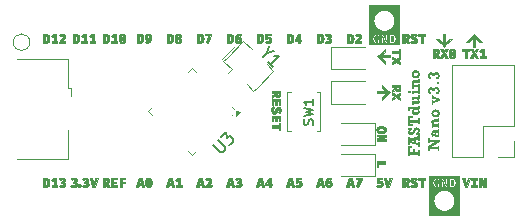
<source format=gbr>
%TF.GenerationSoftware,KiCad,Pcbnew,9.0.1*%
%TF.CreationDate,2025-04-21T22:05:37-04:00*%
%TF.ProjectId,nano_original,6e616e6f-5f6f-4726-9967-696e616c2e6b,rev?*%
%TF.SameCoordinates,Original*%
%TF.FileFunction,Legend,Top*%
%TF.FilePolarity,Positive*%
%FSLAX46Y46*%
G04 Gerber Fmt 4.6, Leading zero omitted, Abs format (unit mm)*
G04 Created by KiCad (PCBNEW 9.0.1) date 2025-04-21 22:05:37*
%MOMM*%
%LPD*%
G01*
G04 APERTURE LIST*
%ADD10C,0.250000*%
%ADD11C,0.150000*%
%ADD12C,0.200000*%
%ADD13C,0.050000*%
%ADD14C,0.120000*%
G04 APERTURE END LIST*
D10*
G36*
X93925000Y-86888458D02*
G01*
X93764776Y-86888458D01*
X93764776Y-86752537D01*
X93135607Y-86752537D01*
X93135607Y-86888458D01*
X92975383Y-86888458D01*
X92975383Y-86038005D01*
X93268475Y-86038005D01*
X93268475Y-86219721D01*
X93135607Y-86219721D01*
X93135607Y-86505241D01*
X93354448Y-86505241D01*
X93354448Y-86299589D01*
X93514672Y-86299589D01*
X93514672Y-86505241D01*
X93764776Y-86505241D01*
X93764776Y-86359062D01*
X93925000Y-86359062D01*
X93925000Y-86888458D01*
G37*
G36*
X93925000Y-85555442D02*
G01*
X93764776Y-85555442D01*
X93764776Y-85433809D01*
X93600645Y-85478872D01*
X93600645Y-85725496D01*
X93764776Y-85776054D01*
X93764776Y-85648987D01*
X93925000Y-85648987D01*
X93925000Y-86069817D01*
X93764776Y-86069817D01*
X93764776Y-85952336D01*
X93135607Y-85767200D01*
X93135607Y-85893596D01*
X92975383Y-85893596D01*
X92975383Y-85597085D01*
X93175907Y-85597085D01*
X93459961Y-85682509D01*
X93459961Y-85517828D01*
X93175907Y-85597085D01*
X92975383Y-85597085D01*
X92975383Y-85273280D01*
X93135607Y-85273280D01*
X93135607Y-85401019D01*
X93764776Y-85201595D01*
X93764776Y-85088144D01*
X93925000Y-85088144D01*
X93925000Y-85555442D01*
G37*
G36*
X93925000Y-85065185D02*
G01*
X93600645Y-85065185D01*
X93600645Y-84903985D01*
X93660684Y-84896737D01*
X93704785Y-84880782D01*
X93736749Y-84857518D01*
X93761442Y-84826284D01*
X93775664Y-84793384D01*
X93780408Y-84757806D01*
X93776940Y-84729942D01*
X93766822Y-84705655D01*
X93749755Y-84684044D01*
X93727815Y-84667159D01*
X93704031Y-84657280D01*
X93677643Y-84653941D01*
X93649452Y-84657297D01*
X93625065Y-84667032D01*
X93603576Y-84683312D01*
X93574593Y-84719861D01*
X93534822Y-84790595D01*
X93476520Y-84899914D01*
X93429788Y-84971238D01*
X93392611Y-85014322D01*
X93348415Y-85046352D01*
X93294177Y-85066267D01*
X93227076Y-85073367D01*
X93165190Y-85068020D01*
X93113334Y-85052929D01*
X93069610Y-85028832D01*
X93032658Y-84995515D01*
X93002017Y-84954505D01*
X92980692Y-84911760D01*
X92967961Y-84866702D01*
X92963660Y-84818561D01*
X92969590Y-84764019D01*
X92986593Y-84717645D01*
X93014543Y-84677654D01*
X93054701Y-84643011D01*
X92975383Y-84643011D01*
X92975383Y-84482483D01*
X93264567Y-84482483D01*
X93264567Y-84643011D01*
X93221408Y-84652024D01*
X93187364Y-84667529D01*
X93160642Y-84689112D01*
X93140023Y-84716590D01*
X93127956Y-84746227D01*
X93123883Y-84778933D01*
X93129407Y-84816054D01*
X93145254Y-84845916D01*
X93169925Y-84866396D01*
X93201125Y-84873210D01*
X93229392Y-84867809D01*
X93257301Y-84850679D01*
X93283881Y-84816162D01*
X93333627Y-84718849D01*
X93382312Y-84620479D01*
X93419966Y-84557282D01*
X93447715Y-84522328D01*
X93480337Y-84492725D01*
X93518274Y-84468134D01*
X93559719Y-84450227D01*
X93605957Y-84439177D01*
X93657920Y-84435344D01*
X93727788Y-84441138D01*
X93784820Y-84457285D01*
X93831494Y-84482693D01*
X93869617Y-84517349D01*
X93900731Y-84560278D01*
X93922729Y-84606414D01*
X93936066Y-84656458D01*
X93940631Y-84711338D01*
X93934464Y-84771966D01*
X93916899Y-84823085D01*
X93888335Y-84866679D01*
X93847819Y-84903985D01*
X93925000Y-84903985D01*
X93925000Y-85065185D01*
G37*
G36*
X93925000Y-84182614D02*
G01*
X93764776Y-84182614D01*
X93764776Y-84039854D01*
X93135607Y-84039854D01*
X93135607Y-84182614D01*
X93358356Y-84182614D01*
X93358356Y-84345890D01*
X92975383Y-84345890D01*
X92975383Y-83484507D01*
X93358356Y-83484507D01*
X93358356Y-83645707D01*
X93135607Y-83645707D01*
X93135607Y-83792558D01*
X93764776Y-83792558D01*
X93764776Y-83649798D01*
X93925000Y-83649798D01*
X93925000Y-84182614D01*
G37*
G36*
X93925000Y-82912123D02*
G01*
X93844705Y-82912123D01*
X93884774Y-82959255D01*
X93911856Y-83006355D01*
X93927599Y-83054103D01*
X93932815Y-83103427D01*
X93926515Y-83162861D01*
X93908111Y-83215941D01*
X93877393Y-83264149D01*
X93832920Y-83308408D01*
X93780932Y-83343619D01*
X93723933Y-83368853D01*
X93660982Y-83384334D01*
X93590875Y-83389679D01*
X93519779Y-83384172D01*
X93456399Y-83368265D01*
X93399429Y-83342393D01*
X93347854Y-83306331D01*
X93303603Y-83261130D01*
X93273191Y-83212783D01*
X93255090Y-83160439D01*
X93248935Y-83102755D01*
X93254836Y-83047261D01*
X93256223Y-83043282D01*
X93420882Y-83043282D01*
X93426397Y-83082257D01*
X93442147Y-83113628D01*
X93468632Y-83139269D01*
X93502030Y-83157373D01*
X93543224Y-83168932D01*
X93594112Y-83173097D01*
X93642300Y-83169102D01*
X93683261Y-83157774D01*
X93718309Y-83139636D01*
X93746304Y-83113972D01*
X93762880Y-83082293D01*
X93768684Y-83042610D01*
X93764215Y-83009239D01*
X93750870Y-82978731D01*
X93727773Y-82950103D01*
X93697792Y-82929309D01*
X93654932Y-82915392D01*
X93594783Y-82910108D01*
X93533305Y-82915534D01*
X93490270Y-82929720D01*
X93460816Y-82950775D01*
X93438250Y-82979739D01*
X93425228Y-83010266D01*
X93420882Y-83043282D01*
X93256223Y-83043282D01*
X93272059Y-82997840D01*
X93300783Y-82953084D01*
X93342358Y-82912123D01*
X93127791Y-82912123D01*
X93127791Y-83015316D01*
X92975383Y-83015316D01*
X92975383Y-82701098D01*
X93772592Y-82701098D01*
X93772592Y-82592471D01*
X93925000Y-82592471D01*
X93925000Y-82912123D01*
G37*
G36*
X93772592Y-81727607D02*
G01*
X93925000Y-81727607D01*
X93925000Y-82045306D01*
X93865893Y-82045306D01*
X93904040Y-82111000D01*
X93925758Y-82174761D01*
X93932815Y-82237891D01*
X93926331Y-82299504D01*
X93908264Y-82348562D01*
X93879387Y-82387856D01*
X93840550Y-82417119D01*
X93791313Y-82435505D01*
X93728628Y-82442139D01*
X93416974Y-82442139D01*
X93416974Y-82541241D01*
X93264567Y-82541241D01*
X93264567Y-82231785D01*
X93675628Y-82231785D01*
X93720227Y-82227246D01*
X93742794Y-82216764D01*
X93755683Y-82197506D01*
X93760868Y-82162115D01*
X93756289Y-82127896D01*
X93741420Y-82089428D01*
X93713729Y-82045306D01*
X93416974Y-82045306D01*
X93416974Y-82147033D01*
X93264567Y-82147033D01*
X93264567Y-81834219D01*
X93772592Y-81834219D01*
X93772592Y-81727607D01*
G37*
G36*
X93075401Y-81541799D02*
G01*
X93045030Y-81538012D01*
X93018123Y-81526893D01*
X92993763Y-81508032D01*
X92974772Y-81483764D01*
X92963570Y-81456864D01*
X92959752Y-81426394D01*
X92963598Y-81395452D01*
X92974824Y-81368447D01*
X92993763Y-81344390D01*
X93018102Y-81325712D01*
X93045010Y-81314686D01*
X93075401Y-81310928D01*
X93105717Y-81314725D01*
X93132497Y-81325866D01*
X93156673Y-81344756D01*
X93175438Y-81368962D01*
X93186530Y-81395862D01*
X93190317Y-81426394D01*
X93186526Y-81456393D01*
X93175349Y-81483186D01*
X93156306Y-81507666D01*
X93131934Y-81526787D01*
X93105264Y-81537998D01*
X93075401Y-81541799D01*
G37*
G36*
X93416974Y-81634733D02*
G01*
X93264567Y-81634733D01*
X93264567Y-81323202D01*
X93772592Y-81323202D01*
X93772592Y-81224833D01*
X93925000Y-81224833D01*
X93925000Y-81634733D01*
X93772592Y-81634733D01*
X93772592Y-81534289D01*
X93416974Y-81534289D01*
X93416974Y-81634733D01*
G37*
G36*
X93416974Y-81148263D02*
G01*
X93264567Y-81148263D01*
X93264567Y-80836120D01*
X93319277Y-80836120D01*
X93279099Y-80769777D01*
X93256321Y-80705561D01*
X93248935Y-80642069D01*
X93254264Y-80588641D01*
X93269126Y-80545696D01*
X93292818Y-80510956D01*
X93325999Y-80483009D01*
X93370586Y-80461509D01*
X93429538Y-80447218D01*
X93506612Y-80441912D01*
X93772592Y-80441912D01*
X93772592Y-80342200D01*
X93925000Y-80342200D01*
X93925000Y-80652999D01*
X93519556Y-80652999D01*
X93469713Y-80657497D01*
X93444879Y-80667715D01*
X93430227Y-80686119D01*
X93424790Y-80715892D01*
X93429214Y-80753837D01*
X93443065Y-80793603D01*
X93467838Y-80836120D01*
X93772592Y-80836120D01*
X93772592Y-80734332D01*
X93925000Y-80734332D01*
X93925000Y-81148263D01*
X93772592Y-81148263D01*
X93772592Y-81047207D01*
X93416974Y-81047207D01*
X93416974Y-81148263D01*
G37*
G36*
X93673024Y-79581756D02*
G01*
X93739867Y-79600885D01*
X93797421Y-79631663D01*
X93847208Y-79674440D01*
X93887804Y-79726798D01*
X93916746Y-79784829D01*
X93934488Y-79849652D01*
X93940631Y-79922774D01*
X93934604Y-79994463D01*
X93917123Y-80058651D01*
X93888487Y-80116721D01*
X93848185Y-80169704D01*
X93798821Y-80212991D01*
X93741311Y-80244179D01*
X93674045Y-80263607D01*
X93594783Y-80270454D01*
X93515522Y-80263607D01*
X93448256Y-80244179D01*
X93390745Y-80212991D01*
X93341381Y-80169704D01*
X93301080Y-80116721D01*
X93272444Y-80058651D01*
X93254963Y-79994463D01*
X93248992Y-79923446D01*
X93413066Y-79923446D01*
X93417993Y-79962352D01*
X93431818Y-79992978D01*
X93454494Y-80017346D01*
X93487768Y-80036241D01*
X93534886Y-80049062D01*
X93600218Y-80053933D01*
X93650417Y-80049988D01*
X93692044Y-80038939D01*
X93726674Y-80021509D01*
X93754177Y-79996409D01*
X93770659Y-79964471D01*
X93776500Y-79923446D01*
X93771423Y-79886400D01*
X93756697Y-79855135D01*
X93731742Y-79828191D01*
X93699696Y-79809277D01*
X93654341Y-79796480D01*
X93591364Y-79791616D01*
X93536336Y-79796098D01*
X93493472Y-79808328D01*
X93460205Y-79827153D01*
X93433959Y-79853701D01*
X93418447Y-79885245D01*
X93413066Y-79923446D01*
X93248992Y-79923446D01*
X93248935Y-79922774D01*
X93254979Y-79850689D01*
X93272486Y-79786327D01*
X93301124Y-79728274D01*
X93341381Y-79675478D01*
X93390726Y-79632336D01*
X93448229Y-79601240D01*
X93515502Y-79581863D01*
X93594783Y-79575033D01*
X93673024Y-79581756D01*
G37*
G36*
X95605000Y-86407911D02*
G01*
X95444776Y-86407911D01*
X95444776Y-86280844D01*
X94815607Y-86280844D01*
X94815607Y-86407911D01*
X94655383Y-86407911D01*
X94655383Y-86009612D01*
X95248039Y-85659185D01*
X94815607Y-85659185D01*
X94815607Y-85782833D01*
X94655383Y-85782833D01*
X94655383Y-85356568D01*
X94815607Y-85356568D01*
X94815607Y-85489802D01*
X95612815Y-85489802D01*
X95612815Y-85701561D01*
X94907808Y-86111400D01*
X95444776Y-86111400D01*
X95444776Y-85991843D01*
X95605000Y-85991843D01*
X95605000Y-86407911D01*
G37*
G36*
X95605000Y-84859412D02*
G01*
X95548579Y-84859412D01*
X95584937Y-84918783D01*
X95605904Y-84978467D01*
X95612815Y-85039724D01*
X95606422Y-85103386D01*
X95587896Y-85159430D01*
X95557311Y-85209473D01*
X95526939Y-85240885D01*
X95492600Y-85262854D01*
X95453489Y-85276215D01*
X95408323Y-85280853D01*
X95363011Y-85276128D01*
X95322261Y-85262295D01*
X95284999Y-85239186D01*
X95250542Y-85205748D01*
X95223353Y-85166642D01*
X95203553Y-85121995D01*
X95191192Y-85070795D01*
X95186856Y-85011758D01*
X95190241Y-84981716D01*
X95315816Y-84981716D01*
X95320920Y-85016324D01*
X95336210Y-85047662D01*
X95351736Y-85064094D01*
X95371009Y-85073892D01*
X95395256Y-85077337D01*
X95427631Y-85071357D01*
X95455034Y-85053462D01*
X95473581Y-85026446D01*
X95479947Y-84991913D01*
X95473617Y-84954952D01*
X95452345Y-84911600D01*
X95410949Y-84859412D01*
X95363627Y-84859412D01*
X95334517Y-84912419D01*
X95319953Y-84952118D01*
X95315816Y-84981716D01*
X95190241Y-84981716D01*
X95194512Y-84943808D01*
X95220317Y-84859412D01*
X95179895Y-84859412D01*
X95146866Y-84863366D01*
X95118972Y-84874734D01*
X95095020Y-84893606D01*
X95076959Y-84918204D01*
X95065777Y-84948187D01*
X95061803Y-84985074D01*
X95067497Y-85030364D01*
X95084220Y-85070446D01*
X95112606Y-85106707D01*
X95082442Y-85276761D01*
X95037854Y-85249207D01*
X95001105Y-85213310D01*
X94971452Y-85168084D01*
X94948910Y-85111810D01*
X94934250Y-85042173D01*
X94928935Y-84956376D01*
X94934839Y-84865153D01*
X94950429Y-84797923D01*
X94976370Y-84740879D01*
X95005933Y-84704378D01*
X95041929Y-84677933D01*
X95080488Y-84660964D01*
X95127318Y-84652135D01*
X95212196Y-84648325D01*
X95452592Y-84648325D01*
X95452592Y-84541774D01*
X95605000Y-84541774D01*
X95605000Y-84859412D01*
G37*
G36*
X95096974Y-84471920D02*
G01*
X94944567Y-84471920D01*
X94944567Y-84159778D01*
X94999277Y-84159778D01*
X94959099Y-84093434D01*
X94936321Y-84029219D01*
X94928935Y-83965727D01*
X94934264Y-83912298D01*
X94949126Y-83869354D01*
X94972818Y-83834613D01*
X95005999Y-83806667D01*
X95050586Y-83785166D01*
X95109538Y-83770875D01*
X95186612Y-83765570D01*
X95452592Y-83765570D01*
X95452592Y-83665858D01*
X95605000Y-83665858D01*
X95605000Y-83976657D01*
X95199556Y-83976657D01*
X95149713Y-83981154D01*
X95124879Y-83991372D01*
X95110227Y-84009777D01*
X95104790Y-84039549D01*
X95109214Y-84077495D01*
X95123065Y-84117261D01*
X95147838Y-84159778D01*
X95452592Y-84159778D01*
X95452592Y-84057990D01*
X95605000Y-84057990D01*
X95605000Y-84471920D01*
X95452592Y-84471920D01*
X95452592Y-84370865D01*
X95096974Y-84370865D01*
X95096974Y-84471920D01*
G37*
G36*
X95353024Y-82905414D02*
G01*
X95419867Y-82924542D01*
X95477421Y-82955320D01*
X95527208Y-82998098D01*
X95567804Y-83050456D01*
X95596746Y-83108487D01*
X95614488Y-83173309D01*
X95620631Y-83246432D01*
X95614604Y-83318120D01*
X95597123Y-83382308D01*
X95568487Y-83440379D01*
X95528185Y-83493361D01*
X95478821Y-83536649D01*
X95421311Y-83567836D01*
X95354045Y-83587265D01*
X95274783Y-83594111D01*
X95195522Y-83587265D01*
X95128256Y-83567836D01*
X95070745Y-83536649D01*
X95021381Y-83493361D01*
X94981080Y-83440379D01*
X94952444Y-83382308D01*
X94934963Y-83318120D01*
X94928991Y-83247103D01*
X95093066Y-83247103D01*
X95097993Y-83286009D01*
X95111818Y-83316636D01*
X95134494Y-83341004D01*
X95167768Y-83359898D01*
X95214886Y-83372719D01*
X95280218Y-83377590D01*
X95330417Y-83373645D01*
X95372044Y-83362597D01*
X95406674Y-83345167D01*
X95434177Y-83320067D01*
X95450659Y-83288129D01*
X95456500Y-83247103D01*
X95451423Y-83210058D01*
X95436697Y-83178793D01*
X95411742Y-83151849D01*
X95379696Y-83132935D01*
X95334341Y-83120137D01*
X95271364Y-83115273D01*
X95216336Y-83119756D01*
X95173472Y-83131986D01*
X95140205Y-83150811D01*
X95113959Y-83177359D01*
X95098447Y-83208903D01*
X95093066Y-83247103D01*
X94928991Y-83247103D01*
X94928935Y-83246432D01*
X94934979Y-83174347D01*
X94952486Y-83109985D01*
X94981124Y-83051932D01*
X95021381Y-82999136D01*
X95070726Y-82955993D01*
X95128229Y-82924898D01*
X95195502Y-82905520D01*
X95274783Y-82898691D01*
X95353024Y-82905414D01*
G37*
G36*
X95612815Y-82179274D02*
G01*
X95096974Y-82402634D01*
X95096974Y-82498316D01*
X94944567Y-82498316D01*
X94944567Y-82097330D01*
X95096974Y-82097330D01*
X95096974Y-82179274D01*
X95396416Y-82076142D01*
X95096974Y-81954509D01*
X95096974Y-82041276D01*
X94944567Y-82041276D01*
X94944567Y-81690849D01*
X95096974Y-81690849D01*
X95096974Y-81785127D01*
X95612815Y-81999633D01*
X95612815Y-82179274D01*
G37*
G36*
X95319052Y-81643588D02*
G01*
X95304092Y-81460528D01*
X95371723Y-81452850D01*
X95417611Y-81435563D01*
X95447732Y-81410750D01*
X95465715Y-81378062D01*
X95472131Y-81334804D01*
X95467508Y-81299782D01*
X95454129Y-81270187D01*
X95431587Y-81244678D01*
X95402813Y-81225653D01*
X95368890Y-81213935D01*
X95328456Y-81209813D01*
X95288912Y-81213828D01*
X95255314Y-81225300D01*
X95226423Y-81244007D01*
X95204364Y-81269454D01*
X95190535Y-81302756D01*
X95185512Y-81346406D01*
X95186856Y-81388782D01*
X95026632Y-81388782D01*
X95021795Y-81335816D01*
X95008973Y-81297677D01*
X94989630Y-81270629D01*
X94963087Y-81250100D01*
X94933360Y-81237920D01*
X94899382Y-81233749D01*
X94869102Y-81237043D01*
X94843754Y-81246431D01*
X94822262Y-81261775D01*
X94805671Y-81282104D01*
X94795657Y-81306097D01*
X94792159Y-81334865D01*
X94797209Y-81371397D01*
X94811108Y-81398227D01*
X94833847Y-81417871D01*
X94867798Y-81430928D01*
X94917212Y-81435921D01*
X94903656Y-81614218D01*
X94840546Y-81606171D01*
X94788027Y-81588782D01*
X94744166Y-81562737D01*
X94707590Y-81527817D01*
X94678509Y-81485698D01*
X94657426Y-81438147D01*
X94644327Y-81384176D01*
X94639752Y-81322531D01*
X94644544Y-81252159D01*
X94657921Y-81193734D01*
X94678829Y-81145219D01*
X94706857Y-81104972D01*
X94742973Y-81071425D01*
X94784759Y-81047462D01*
X94833340Y-81032631D01*
X94890345Y-81027424D01*
X94948548Y-81033346D01*
X94997779Y-81050233D01*
X95039916Y-81077734D01*
X95076130Y-81116787D01*
X95106744Y-81169513D01*
X95130561Y-81112728D01*
X95159636Y-81069038D01*
X95193744Y-81036218D01*
X95233344Y-81012835D01*
X95279538Y-80998373D01*
X95333951Y-80993291D01*
X95399907Y-80999405D01*
X95455805Y-81016788D01*
X95503612Y-81044848D01*
X95544672Y-81084150D01*
X95577208Y-81131399D01*
X95600819Y-81184829D01*
X95615500Y-81245562D01*
X95620631Y-81315020D01*
X95613616Y-81401603D01*
X95594237Y-81471003D01*
X95564045Y-81526625D01*
X95523226Y-81570975D01*
X95470580Y-81605423D01*
X95403670Y-81630040D01*
X95319052Y-81643588D01*
G37*
G36*
X95605000Y-80788433D02*
G01*
X95374434Y-80788433D01*
X95374434Y-80559638D01*
X95605000Y-80559638D01*
X95605000Y-80788433D01*
G37*
G36*
X95319052Y-80376456D02*
G01*
X95304092Y-80193396D01*
X95371723Y-80185718D01*
X95417611Y-80168431D01*
X95447732Y-80143618D01*
X95465715Y-80110930D01*
X95472131Y-80067672D01*
X95467508Y-80032650D01*
X95454129Y-80003055D01*
X95431587Y-79977547D01*
X95402813Y-79958521D01*
X95368890Y-79946803D01*
X95328456Y-79942681D01*
X95288912Y-79946696D01*
X95255314Y-79958168D01*
X95226423Y-79976875D01*
X95204364Y-80002322D01*
X95190535Y-80035624D01*
X95185512Y-80079274D01*
X95186856Y-80121650D01*
X95026632Y-80121650D01*
X95021795Y-80068684D01*
X95008973Y-80030545D01*
X94989630Y-80003497D01*
X94963087Y-79982968D01*
X94933360Y-79970788D01*
X94899382Y-79966617D01*
X94869102Y-79969911D01*
X94843754Y-79979299D01*
X94822262Y-79994644D01*
X94805671Y-80014972D01*
X94795657Y-80038965D01*
X94792159Y-80067733D01*
X94797209Y-80104266D01*
X94811108Y-80131096D01*
X94833847Y-80150739D01*
X94867798Y-80163796D01*
X94917212Y-80168789D01*
X94903656Y-80347086D01*
X94840546Y-80339039D01*
X94788027Y-80321651D01*
X94744166Y-80295605D01*
X94707590Y-80260685D01*
X94678509Y-80218566D01*
X94657426Y-80171015D01*
X94644327Y-80117044D01*
X94639752Y-80055399D01*
X94644544Y-79985027D01*
X94657921Y-79926602D01*
X94678829Y-79878087D01*
X94706857Y-79837840D01*
X94742973Y-79804293D01*
X94784759Y-79780330D01*
X94833340Y-79765499D01*
X94890345Y-79760293D01*
X94948548Y-79766214D01*
X94997779Y-79783101D01*
X95039916Y-79810602D01*
X95076130Y-79849655D01*
X95106744Y-79902381D01*
X95130561Y-79845596D01*
X95159636Y-79801906D01*
X95193744Y-79769087D01*
X95233344Y-79745703D01*
X95279538Y-79731241D01*
X95333951Y-79726160D01*
X95399907Y-79732273D01*
X95455805Y-79749656D01*
X95503612Y-79777716D01*
X95544672Y-79817018D01*
X95577208Y-79864267D01*
X95600819Y-79917697D01*
X95615500Y-79978430D01*
X95620631Y-80047888D01*
X95613616Y-80134471D01*
X95594237Y-80203871D01*
X95564045Y-80259493D01*
X95523226Y-80303843D01*
X95470580Y-80338291D01*
X95403670Y-80362908D01*
X95319052Y-80376456D01*
G37*
D11*
X81003394Y-78123170D02*
X80666676Y-78459888D01*
X81138081Y-77517079D02*
X81003394Y-78123170D01*
X81003394Y-78123170D02*
X81609485Y-77988483D01*
X81508470Y-79301681D02*
X81104409Y-78897620D01*
X81306440Y-79099651D02*
X82013546Y-78392544D01*
X82013546Y-78392544D02*
X81845188Y-78426216D01*
X81845188Y-78426216D02*
X81710501Y-78426216D01*
X81710501Y-78426216D02*
X81609485Y-78392544D01*
D12*
X84871600Y-84191667D02*
X84909695Y-84077381D01*
X84909695Y-84077381D02*
X84909695Y-83886905D01*
X84909695Y-83886905D02*
X84871600Y-83810714D01*
X84871600Y-83810714D02*
X84833504Y-83772619D01*
X84833504Y-83772619D02*
X84757314Y-83734524D01*
X84757314Y-83734524D02*
X84681123Y-83734524D01*
X84681123Y-83734524D02*
X84604933Y-83772619D01*
X84604933Y-83772619D02*
X84566838Y-83810714D01*
X84566838Y-83810714D02*
X84528742Y-83886905D01*
X84528742Y-83886905D02*
X84490647Y-84039286D01*
X84490647Y-84039286D02*
X84452552Y-84115476D01*
X84452552Y-84115476D02*
X84414457Y-84153571D01*
X84414457Y-84153571D02*
X84338266Y-84191667D01*
X84338266Y-84191667D02*
X84262076Y-84191667D01*
X84262076Y-84191667D02*
X84185885Y-84153571D01*
X84185885Y-84153571D02*
X84147790Y-84115476D01*
X84147790Y-84115476D02*
X84109695Y-84039286D01*
X84109695Y-84039286D02*
X84109695Y-83848809D01*
X84109695Y-83848809D02*
X84147790Y-83734524D01*
X84109695Y-83467857D02*
X84909695Y-83277381D01*
X84909695Y-83277381D02*
X84338266Y-83125000D01*
X84338266Y-83125000D02*
X84909695Y-82972619D01*
X84909695Y-82972619D02*
X84109695Y-82782143D01*
X84909695Y-82058333D02*
X84909695Y-82515476D01*
X84909695Y-82286904D02*
X84109695Y-82286904D01*
X84109695Y-82286904D02*
X84223980Y-82363095D01*
X84223980Y-82363095D02*
X84300171Y-82439285D01*
X84300171Y-82439285D02*
X84338266Y-82515476D01*
D11*
X76447969Y-85922265D02*
X77020389Y-86494685D01*
X77020389Y-86494685D02*
X77121404Y-86528357D01*
X77121404Y-86528357D02*
X77188748Y-86528357D01*
X77188748Y-86528357D02*
X77289763Y-86494685D01*
X77289763Y-86494685D02*
X77424450Y-86359998D01*
X77424450Y-86359998D02*
X77458122Y-86258983D01*
X77458122Y-86258983D02*
X77458122Y-86191639D01*
X77458122Y-86191639D02*
X77424450Y-86090624D01*
X77424450Y-86090624D02*
X76852030Y-85518204D01*
X77121404Y-85248830D02*
X77559137Y-84811098D01*
X77559137Y-84811098D02*
X77592809Y-85316174D01*
X77592809Y-85316174D02*
X77693824Y-85215159D01*
X77693824Y-85215159D02*
X77794839Y-85181487D01*
X77794839Y-85181487D02*
X77862183Y-85181487D01*
X77862183Y-85181487D02*
X77963198Y-85215159D01*
X77963198Y-85215159D02*
X78131557Y-85383517D01*
X78131557Y-85383517D02*
X78165229Y-85484533D01*
X78165229Y-85484533D02*
X78165229Y-85551876D01*
X78165229Y-85551876D02*
X78131557Y-85652891D01*
X78131557Y-85652891D02*
X77929526Y-85854922D01*
X77929526Y-85854922D02*
X77828511Y-85888594D01*
X77828511Y-85888594D02*
X77761168Y-85888594D01*
D13*
%TO.C,Silkscreen_Front*%
X88687375Y-76518639D02*
X88687361Y-76518639D01*
X88687395Y-76518638D01*
X88687375Y-76518639D01*
G36*
X88687375Y-76518639D02*
G01*
X88687361Y-76518639D01*
X88687395Y-76518638D01*
X88687375Y-76518639D01*
G37*
X91031946Y-87498100D02*
X90420613Y-87498100D01*
X90420613Y-87824178D01*
X90280052Y-87805578D01*
X90280052Y-87319820D01*
X91031946Y-87319816D01*
X91031946Y-87498100D01*
G36*
X91031946Y-87498100D02*
G01*
X90420613Y-87498100D01*
X90420613Y-87824178D01*
X90280052Y-87805578D01*
X90280052Y-87319820D01*
X91031946Y-87319816D01*
X91031946Y-87498100D01*
G37*
X66340440Y-89333358D02*
X66482550Y-88719960D01*
X66664451Y-88719960D01*
X66447410Y-89472368D01*
X66227268Y-89472368D01*
X66011261Y-88719960D01*
X66199880Y-88719960D01*
X66340440Y-89333358D01*
G36*
X66340440Y-89333358D02*
G01*
X66482550Y-88719960D01*
X66664451Y-88719960D01*
X66447410Y-89472368D01*
X66227268Y-89472368D01*
X66011261Y-88719960D01*
X66199880Y-88719960D01*
X66340440Y-89333358D01*
G37*
X76276266Y-76635427D02*
X75984812Y-77288617D01*
X75822031Y-77238491D01*
X76102635Y-76648346D01*
X75771906Y-76648346D01*
X75771906Y-76519155D01*
X76276266Y-76519155D01*
X76276266Y-76635427D01*
G36*
X76276266Y-76635427D02*
G01*
X75984812Y-77288617D01*
X75822031Y-77238491D01*
X76102635Y-76648346D01*
X75771906Y-76648346D01*
X75771906Y-76519155D01*
X76276266Y-76519155D01*
X76276266Y-76635427D01*
G37*
X89010372Y-88827447D02*
X88718918Y-89480637D01*
X88556139Y-89430511D01*
X88836741Y-88840367D01*
X88506010Y-88840367D01*
X88506010Y-88711175D01*
X89010372Y-88711175D01*
X89010372Y-88827447D01*
G36*
X89010372Y-88827447D02*
G01*
X88718918Y-89480637D01*
X88556139Y-89430511D01*
X88836741Y-88840367D01*
X88506010Y-88840367D01*
X88506010Y-88711175D01*
X89010372Y-88711175D01*
X89010372Y-88827447D01*
G37*
X91236591Y-89324058D02*
X91378185Y-88710658D01*
X91560604Y-88710658D01*
X91343563Y-89463067D01*
X91123421Y-89463067D01*
X90907412Y-88710658D01*
X91096031Y-88710658D01*
X91236591Y-89324058D01*
G36*
X91236591Y-89324058D02*
G01*
X91378185Y-88710658D01*
X91560604Y-88710658D01*
X91343563Y-89463067D01*
X91123421Y-89463067D01*
X90907412Y-88710658D01*
X91096031Y-88710658D01*
X91236591Y-89324058D01*
G37*
X97870812Y-89333359D02*
X98012406Y-88719961D01*
X98194824Y-88719961D01*
X97977783Y-89472369D01*
X97757126Y-89472369D01*
X97541119Y-88719961D01*
X97730255Y-88719961D01*
X97870812Y-89333359D01*
G36*
X97870812Y-89333359D02*
G01*
X98012406Y-88719961D01*
X98194824Y-88719961D01*
X97977783Y-89472369D01*
X97757126Y-89472369D01*
X97541119Y-88719961D01*
X97730255Y-88719961D01*
X97870812Y-89333359D01*
G37*
X82141935Y-84667340D02*
X82005509Y-84648739D01*
X82005509Y-84447200D01*
X81389527Y-84447200D01*
X81389527Y-84269434D01*
X82005510Y-84269434D01*
X82005510Y-84058076D01*
X82141935Y-84058075D01*
X82141935Y-84667340D01*
G36*
X82141935Y-84667340D02*
G01*
X82005509Y-84648739D01*
X82005509Y-84447200D01*
X81389527Y-84447200D01*
X81389527Y-84269434D01*
X82005510Y-84269434D01*
X82005510Y-84058076D01*
X82141935Y-84058075D01*
X82141935Y-84667340D01*
G37*
X92302204Y-78379940D02*
X92165779Y-78361338D01*
X92165779Y-78159799D01*
X91549793Y-78159799D01*
X91549793Y-77982032D01*
X92165779Y-77982032D01*
X92165779Y-77770676D01*
X92302204Y-77770676D01*
X92302204Y-78379940D01*
G36*
X92302204Y-78379940D02*
G01*
X92165779Y-78361338D01*
X92165779Y-78159799D01*
X91549793Y-78159799D01*
X91549793Y-77982032D01*
X92165779Y-77982032D01*
X92165779Y-77770676D01*
X92302204Y-77770676D01*
X92302204Y-78379940D01*
G37*
X94426071Y-88719961D02*
X94407971Y-88856386D01*
X94206432Y-88856386D01*
X94206432Y-89472369D01*
X94028153Y-89472369D01*
X94028153Y-88856385D01*
X93817314Y-88856385D01*
X93817314Y-88719960D01*
X94426071Y-88719961D01*
G36*
X94426071Y-88719961D02*
G01*
X94407971Y-88856386D01*
X94206432Y-88856386D01*
X94206432Y-89472369D01*
X94028153Y-89472369D01*
X94028153Y-88856385D01*
X93817314Y-88856385D01*
X93817314Y-88719960D01*
X94426071Y-88719961D01*
G37*
X94407978Y-76664366D02*
X94206440Y-76664366D01*
X94206440Y-77280349D01*
X94028156Y-77280349D01*
X94028156Y-76664366D01*
X93817314Y-76664366D01*
X93817314Y-76527940D01*
X94426079Y-76527940D01*
X94407978Y-76664366D01*
G36*
X94407978Y-76664366D02*
G01*
X94206440Y-76664366D01*
X94206440Y-77280349D01*
X94028156Y-77280349D01*
X94028156Y-76664366D01*
X93817314Y-76664366D01*
X93817314Y-76527940D01*
X94426079Y-76527940D01*
X94407978Y-76664366D01*
G37*
X98142632Y-77934056D02*
X97941094Y-77934056D01*
X97941094Y-78550039D01*
X97763325Y-78550039D01*
X97763325Y-77934056D01*
X97551972Y-77934056D01*
X97551972Y-77797630D01*
X98161232Y-77797630D01*
X98142632Y-77934056D01*
G36*
X98142632Y-77934056D02*
G01*
X97941094Y-77934056D01*
X97941094Y-78550039D01*
X97763325Y-78550039D01*
X97763325Y-77934056D01*
X97551972Y-77934056D01*
X97551972Y-77797630D01*
X98161232Y-77797630D01*
X98142632Y-77934056D01*
G37*
X68996608Y-88847084D02*
X68699469Y-88847084D01*
X68699469Y-89046038D01*
X68963019Y-89046038D01*
X68963019Y-89173680D01*
X68699469Y-89173680D01*
X68699469Y-89472369D01*
X68520668Y-89472369D01*
X68520668Y-88719961D01*
X69015211Y-88719961D01*
X68996608Y-88847084D01*
G36*
X68996608Y-88847084D02*
G01*
X68699469Y-88847084D01*
X68699469Y-89046038D01*
X68963019Y-89046038D01*
X68963019Y-89173680D01*
X68699469Y-89173680D01*
X68699469Y-89472369D01*
X68520668Y-89472369D01*
X68520668Y-88719961D01*
X69015211Y-88719961D01*
X68996608Y-88847084D01*
G37*
X63111180Y-77159943D02*
X63251740Y-77159943D01*
X63251740Y-77289651D01*
X62762881Y-77289651D01*
X62762881Y-77159943D01*
X62943748Y-77159943D01*
X62943748Y-76706223D01*
X62789236Y-76802858D01*
X62716372Y-76685036D01*
X62959252Y-76537242D01*
X63111180Y-76537242D01*
X63111180Y-77159943D01*
G36*
X63111180Y-77159943D02*
G01*
X63251740Y-77159943D01*
X63251740Y-77289651D01*
X62762881Y-77289651D01*
X62762881Y-77159943D01*
X62943748Y-77159943D01*
X62943748Y-76706223D01*
X62789236Y-76802858D01*
X62716372Y-76685036D01*
X62959252Y-76537242D01*
X63111180Y-76537242D01*
X63111180Y-77159943D01*
G37*
X63111697Y-88719961D02*
X63111697Y-89342661D01*
X63252257Y-89342661D01*
X63252257Y-89472369D01*
X62763397Y-89472369D01*
X62763397Y-89342660D01*
X62944265Y-89342660D01*
X62944265Y-88888941D01*
X62789752Y-88985576D01*
X62716889Y-88867753D01*
X62959768Y-88719960D01*
X63111697Y-88719961D01*
G36*
X63111697Y-88719961D02*
G01*
X63111697Y-89342661D01*
X63252257Y-89342661D01*
X63252257Y-89472369D01*
X62763397Y-89472369D01*
X62763397Y-89342660D01*
X62944265Y-89342660D01*
X62944265Y-88888941D01*
X62789752Y-88985576D01*
X62716889Y-88867753D01*
X62959768Y-88719960D01*
X63111697Y-88719961D01*
G37*
X65640225Y-77150641D02*
X65780785Y-77150641D01*
X65780785Y-77280349D01*
X65291925Y-77280349D01*
X65291925Y-77150641D01*
X65473310Y-77150641D01*
X65473310Y-76696922D01*
X65318280Y-76793040D01*
X65245933Y-76675735D01*
X65488296Y-76527940D01*
X65640225Y-76527940D01*
X65640225Y-77150641D01*
G36*
X65640225Y-77150641D02*
G01*
X65780785Y-77150641D01*
X65780785Y-77280349D01*
X65291925Y-77280349D01*
X65291925Y-77150641D01*
X65473310Y-77150641D01*
X65473310Y-76696922D01*
X65318280Y-76793040D01*
X65245933Y-76675735D01*
X65488296Y-76527940D01*
X65640225Y-76527940D01*
X65640225Y-77150641D01*
G37*
X66331138Y-77150641D02*
X66471698Y-77150641D01*
X66471698Y-77280349D01*
X65982839Y-77280349D01*
X65982839Y-77150641D01*
X66164223Y-77150641D01*
X66164223Y-76696922D01*
X66009194Y-76793040D01*
X65936847Y-76675735D01*
X66179209Y-76527940D01*
X66331138Y-76527940D01*
X66331138Y-77150641D01*
G36*
X66331138Y-77150641D02*
G01*
X66471698Y-77150641D01*
X66471698Y-77280349D01*
X65982839Y-77280349D01*
X65982839Y-77150641D01*
X66164223Y-77150641D01*
X66164223Y-76696922D01*
X66009194Y-76793040D01*
X65936847Y-76675735D01*
X66179209Y-76527940D01*
X66331138Y-76527940D01*
X66331138Y-77150641D01*
G37*
X68180637Y-77150641D02*
X68321198Y-77150641D01*
X68321198Y-77280349D01*
X67832338Y-77280349D01*
X67832338Y-77150641D01*
X68013206Y-77150641D01*
X68013206Y-76696922D01*
X67858693Y-76793557D01*
X67785830Y-76675734D01*
X68028709Y-76527940D01*
X68180637Y-76527940D01*
X68180637Y-77150641D01*
G36*
X68180637Y-77150641D02*
G01*
X68321198Y-77150641D01*
X68321198Y-77280349D01*
X67832338Y-77280349D01*
X67832338Y-77150641D01*
X68013206Y-77150641D01*
X68013206Y-76696922D01*
X67858693Y-76793557D01*
X67785830Y-76675734D01*
X68028709Y-76527940D01*
X68180637Y-76527940D01*
X68180637Y-77150641D01*
G37*
X73639735Y-89342144D02*
X73780296Y-89342144D01*
X73780296Y-89472369D01*
X73291436Y-89472369D01*
X73291436Y-89342144D01*
X73472820Y-89342144D01*
X73472820Y-88888425D01*
X73318308Y-88985060D01*
X73245444Y-88867754D01*
X73487806Y-88719961D01*
X73639735Y-88719961D01*
X73639735Y-89342144D01*
G36*
X73639735Y-89342144D02*
G01*
X73780296Y-89342144D01*
X73780296Y-89472369D01*
X73291436Y-89472369D01*
X73291436Y-89342144D01*
X73472820Y-89342144D01*
X73472820Y-88888425D01*
X73318308Y-88985060D01*
X73245444Y-88867754D01*
X73487806Y-88719961D01*
X73639735Y-88719961D01*
X73639735Y-89342144D01*
G37*
X91015959Y-78023632D02*
X90674895Y-78339374D01*
X91417999Y-78339374D01*
X91417999Y-78517141D01*
X90674893Y-78517141D01*
X91015957Y-78832884D01*
X91015957Y-79075247D01*
X90448034Y-78549181D01*
X90317293Y-78427741D01*
X90447519Y-78306818D01*
X91015959Y-77780752D01*
X91015959Y-78023632D01*
G36*
X91015959Y-78023632D02*
G01*
X90674895Y-78339374D01*
X91417999Y-78339374D01*
X91417999Y-78517141D01*
X90674893Y-78517141D01*
X91015957Y-78832884D01*
X91015957Y-79075247D01*
X90448034Y-78549181D01*
X90317293Y-78427741D01*
X90447519Y-78306818D01*
X91015959Y-77780752D01*
X91015959Y-78023632D01*
G37*
X91287750Y-81355036D02*
X91417977Y-81475958D01*
X91287235Y-81597398D01*
X90719313Y-82123464D01*
X90719313Y-81881101D01*
X91060377Y-81565359D01*
X90317270Y-81565359D01*
X90317270Y-81387592D01*
X91060377Y-81387592D01*
X90719313Y-81071849D01*
X90719313Y-80828969D01*
X91287750Y-81355036D01*
G36*
X91287750Y-81355036D02*
G01*
X91417977Y-81475958D01*
X91287235Y-81597398D01*
X90719313Y-82123464D01*
X90719313Y-81881101D01*
X91060377Y-81565359D01*
X90317270Y-81565359D01*
X90317270Y-81387592D01*
X91060377Y-81387592D01*
X90719313Y-81071849D01*
X90719313Y-80828969D01*
X91287750Y-81355036D01*
G37*
X96078621Y-77252327D02*
X96394364Y-76911263D01*
X96637245Y-76911263D01*
X96111180Y-77479703D01*
X95990257Y-77609928D01*
X95868817Y-77479186D01*
X95342751Y-76911263D01*
X95585114Y-76911263D01*
X95900856Y-77252327D01*
X95900856Y-76509221D01*
X96078621Y-76509221D01*
X96078621Y-77252327D01*
G36*
X96078621Y-77252327D02*
G01*
X96394364Y-76911263D01*
X96637245Y-76911263D01*
X96111180Y-77479703D01*
X95990257Y-77609928D01*
X95868817Y-77479186D01*
X95342751Y-76911263D01*
X95585114Y-76911263D01*
X95900856Y-77252327D01*
X95900856Y-76509221D01*
X96078621Y-76509221D01*
X96078621Y-77252327D01*
G37*
X98651180Y-76639446D02*
X99177246Y-77207886D01*
X98934368Y-77207886D01*
X98618626Y-76866822D01*
X98618626Y-77609928D01*
X98440857Y-77609928D01*
X98440857Y-76866822D01*
X98125115Y-77207886D01*
X97882752Y-77207886D01*
X98408817Y-76639963D01*
X98530258Y-76509221D01*
X98651180Y-76639446D01*
G36*
X98651180Y-76639446D02*
G01*
X99177246Y-77207886D01*
X98934368Y-77207886D01*
X98618626Y-76866822D01*
X98618626Y-77609928D01*
X98440857Y-77609928D01*
X98440857Y-76866822D01*
X98125115Y-77207886D01*
X97882752Y-77207886D01*
X98408817Y-76639963D01*
X98530258Y-76509221D01*
X98651180Y-76639446D01*
G37*
X99367363Y-78420331D02*
X99507923Y-78420331D01*
X99507923Y-78550039D01*
X99018547Y-78550039D01*
X99018547Y-78420331D01*
X99199925Y-78420331D01*
X99199925Y-77966612D01*
X99045414Y-78063247D01*
X98972553Y-77945425D01*
X99215431Y-77797630D01*
X99367363Y-77797630D01*
X99367363Y-78420331D01*
G36*
X99367363Y-78420331D02*
G01*
X99507923Y-78420331D01*
X99507923Y-78550039D01*
X99018547Y-78550039D01*
X99018547Y-78420331D01*
X99199925Y-78420331D01*
X99199925Y-77966612D01*
X99045414Y-78063247D01*
X98972553Y-77945425D01*
X99215431Y-77797630D01*
X99367363Y-77797630D01*
X99367363Y-78420331D01*
G37*
X68287607Y-88847084D02*
X67991502Y-88847084D01*
X67991502Y-89027435D01*
X68251951Y-89027435D01*
X68251951Y-89152492D01*
X67991502Y-89152492D01*
X67991502Y-89344728D01*
X68305695Y-89344728D01*
X68305695Y-89472369D01*
X67813735Y-89472369D01*
X67813735Y-88719961D01*
X68305179Y-88719961D01*
X68287607Y-88847084D01*
G36*
X68287607Y-88847084D02*
G01*
X67991502Y-88847084D01*
X67991502Y-89027435D01*
X68251951Y-89027435D01*
X68251951Y-89152492D01*
X67991502Y-89152492D01*
X67991502Y-89344728D01*
X68305695Y-89344728D01*
X68305695Y-89472369D01*
X67813735Y-89472369D01*
X67813735Y-88719961D01*
X68305179Y-88719961D01*
X68287607Y-88847084D01*
G37*
X82141937Y-82061817D02*
X82141937Y-82553777D01*
X82014813Y-82535690D01*
X82014813Y-82240100D01*
X81833944Y-82240100D01*
X81833944Y-82500550D01*
X81709404Y-82500550D01*
X81709404Y-82240100D01*
X81517168Y-82240100D01*
X81517168Y-82554292D01*
X81389527Y-82554292D01*
X81389527Y-82061816D01*
X82141937Y-82061817D01*
G36*
X82141937Y-82061817D02*
G01*
X82141937Y-82553777D01*
X82014813Y-82535690D01*
X82014813Y-82240100D01*
X81833944Y-82240100D01*
X81833944Y-82500550D01*
X81709404Y-82500550D01*
X81709404Y-82240100D01*
X81517168Y-82240100D01*
X81517168Y-82554292D01*
X81389527Y-82554292D01*
X81389527Y-82061816D01*
X82141937Y-82061817D01*
G37*
X82141937Y-83935604D02*
X82014813Y-83917517D01*
X82014813Y-83621928D01*
X81833944Y-83621928D01*
X81833944Y-83882377D01*
X81709404Y-83882377D01*
X81709404Y-83621928D01*
X81517168Y-83621928D01*
X81517168Y-83936120D01*
X81389527Y-83936120D01*
X81389527Y-83443644D01*
X82141937Y-83443644D01*
X82141937Y-83935604D01*
G36*
X82141937Y-83935604D02*
G01*
X82014813Y-83917517D01*
X82014813Y-83621928D01*
X81833944Y-83621928D01*
X81833944Y-83882377D01*
X81709404Y-83882377D01*
X81709404Y-83621928D01*
X81517168Y-83621928D01*
X81517168Y-83936120D01*
X81389527Y-83936120D01*
X81389527Y-83443644D01*
X82141937Y-83443644D01*
X82141937Y-83935604D01*
G37*
X91949253Y-81683481D02*
X92302204Y-81486594D01*
X92302204Y-81678313D01*
X92060356Y-81791484D01*
X92302204Y-81907756D01*
X92302204Y-82095342D01*
X91957005Y-81895871D01*
X91549793Y-82113945D01*
X91549793Y-81922225D01*
X91837113Y-81789417D01*
X91549793Y-81658676D01*
X91549793Y-81469540D01*
X91949253Y-81683481D01*
G36*
X91949253Y-81683481D02*
G01*
X92302204Y-81486594D01*
X92302204Y-81678313D01*
X92060356Y-81791484D01*
X92302204Y-81907756D01*
X92302204Y-82095342D01*
X91957005Y-81895871D01*
X91549793Y-82113945D01*
X91549793Y-81922225D01*
X91837113Y-81789417D01*
X91549793Y-81658676D01*
X91549793Y-81469540D01*
X91949253Y-81683481D01*
G37*
X91949257Y-78654860D02*
X92302204Y-78457972D01*
X92302204Y-78649692D01*
X92060360Y-78762864D01*
X92302200Y-78879135D01*
X92302200Y-79067238D01*
X91957005Y-78867250D01*
X91549793Y-79085325D01*
X91549793Y-78893605D01*
X91837116Y-78760796D01*
X91549793Y-78630055D01*
X91549793Y-78441436D01*
X91949257Y-78654860D01*
G36*
X91949257Y-78654860D02*
G01*
X92302204Y-78457972D01*
X92302204Y-78649692D01*
X92060360Y-78762864D01*
X92302200Y-78879135D01*
X92302200Y-79067238D01*
X91957005Y-78867250D01*
X91549793Y-79085325D01*
X91549793Y-78893605D01*
X91837116Y-78760796D01*
X91549793Y-78630055D01*
X91549793Y-78441436D01*
X91949257Y-78654860D01*
G37*
X95985142Y-78039474D02*
X96101414Y-77798146D01*
X96289517Y-77798146D01*
X96089527Y-78143344D01*
X96307602Y-78550555D01*
X96116398Y-78550555D01*
X95983074Y-78263234D01*
X95852333Y-78550555D01*
X95663716Y-78550555D01*
X95877140Y-78151096D01*
X95680252Y-77798146D01*
X95871971Y-77798146D01*
X95985142Y-78039474D01*
G36*
X95985142Y-78039474D02*
G01*
X96101414Y-77798146D01*
X96289517Y-77798146D01*
X96089527Y-78143344D01*
X96307602Y-78550555D01*
X96116398Y-78550555D01*
X95983074Y-78263234D01*
X95852333Y-78550555D01*
X95663716Y-78550555D01*
X95877140Y-78151096D01*
X95680252Y-77798146D01*
X95871971Y-77798146D01*
X95985142Y-78039474D01*
G37*
X98544159Y-78039476D02*
X98660431Y-77797630D01*
X98848534Y-77797630D01*
X98648544Y-78142829D01*
X98866619Y-78550039D01*
X98675415Y-78550039D01*
X98542088Y-78263235D01*
X98411347Y-78550039D01*
X98222729Y-78550039D01*
X98436154Y-78150580D01*
X98239266Y-77797630D01*
X98430988Y-77797630D01*
X98544159Y-78039476D01*
G36*
X98544159Y-78039476D02*
G01*
X98660431Y-77797630D01*
X98848534Y-77797630D01*
X98648544Y-78142829D01*
X98866619Y-78550039D01*
X98675415Y-78550039D01*
X98542088Y-78263235D01*
X98411347Y-78550039D01*
X98222729Y-78550039D01*
X98436154Y-78150580D01*
X98239266Y-77797630D01*
X98430988Y-77797630D01*
X98544159Y-78039476D01*
G37*
X98802540Y-88850185D02*
X98647511Y-88850185D01*
X98647511Y-89341111D01*
X98802540Y-89341111D01*
X98802540Y-89472369D01*
X98314198Y-89472369D01*
X98314198Y-89341111D01*
X98469227Y-89341111D01*
X98469227Y-88850185D01*
X98314198Y-88850185D01*
X98314198Y-88719961D01*
X98802540Y-88719961D01*
X98802540Y-88850185D01*
G36*
X98802540Y-88850185D02*
G01*
X98647511Y-88850185D01*
X98647511Y-89341111D01*
X98802540Y-89341111D01*
X98802540Y-89472369D01*
X98314198Y-89472369D01*
X98314198Y-89341111D01*
X98469227Y-89341111D01*
X98469227Y-88850185D01*
X98314198Y-88850185D01*
X98314198Y-88719961D01*
X98802540Y-88719961D01*
X98802540Y-88850185D01*
G37*
X70616148Y-89472368D02*
X70425462Y-89472368D01*
X70385671Y-89310104D01*
X70165529Y-89310104D01*
X70125738Y-89472368D01*
X69939703Y-89472368D01*
X70028781Y-89180914D01*
X70193951Y-89180914D01*
X70356732Y-89180914D01*
X70275084Y-88848118D01*
X70193951Y-89180914D01*
X70028781Y-89180914D01*
X70169664Y-88719960D01*
X70385671Y-88719960D01*
X70616148Y-89472368D01*
G36*
X70616148Y-89472368D02*
G01*
X70425462Y-89472368D01*
X70385671Y-89310104D01*
X70165529Y-89310104D01*
X70125738Y-89472368D01*
X69939703Y-89472368D01*
X70028781Y-89180914D01*
X70193951Y-89180914D01*
X70356732Y-89180914D01*
X70275084Y-88848118D01*
X70193951Y-89180914D01*
X70028781Y-89180914D01*
X70169664Y-88719960D01*
X70385671Y-88719960D01*
X70616148Y-89472368D01*
G37*
X73155527Y-89472369D02*
X72965358Y-89472369D01*
X72925568Y-89309588D01*
X72705425Y-89309588D01*
X72665635Y-89472369D01*
X72479600Y-89472369D01*
X72568678Y-89180914D01*
X72733331Y-89180914D01*
X72896112Y-89180914D01*
X72814980Y-88848118D01*
X72733331Y-89180914D01*
X72568678Y-89180914D01*
X72709560Y-88719961D01*
X72925568Y-88719961D01*
X73155527Y-89472369D01*
G36*
X73155527Y-89472369D02*
G01*
X72965358Y-89472369D01*
X72925568Y-89309588D01*
X72705425Y-89309588D01*
X72665635Y-89472369D01*
X72479600Y-89472369D01*
X72568678Y-89180914D01*
X72733331Y-89180914D01*
X72896112Y-89180914D01*
X72814980Y-88848118D01*
X72733331Y-89180914D01*
X72568678Y-89180914D01*
X72709560Y-88719961D01*
X72925568Y-88719961D01*
X73155527Y-89472369D01*
G37*
X75706793Y-89481672D02*
X75516106Y-89481672D01*
X75476317Y-89319408D01*
X75256174Y-89319408D01*
X75216383Y-89481672D01*
X75030348Y-89481672D01*
X75119426Y-89190216D01*
X75284596Y-89190216D01*
X75447376Y-89190216D01*
X75365729Y-88857420D01*
X75284596Y-89190216D01*
X75119426Y-89190216D01*
X75260307Y-88729263D01*
X75476317Y-88729263D01*
X75706793Y-89481672D01*
G36*
X75706793Y-89481672D02*
G01*
X75516106Y-89481672D01*
X75476317Y-89319408D01*
X75256174Y-89319408D01*
X75216383Y-89481672D01*
X75030348Y-89481672D01*
X75119426Y-89190216D01*
X75284596Y-89190216D01*
X75447376Y-89190216D01*
X75365729Y-88857420D01*
X75284596Y-89190216D01*
X75119426Y-89190216D01*
X75260307Y-88729263D01*
X75476317Y-88729263D01*
X75706793Y-89481672D01*
G37*
X78017246Y-88719961D02*
X78247206Y-89472369D01*
X78056521Y-89472369D01*
X78017246Y-89310105D01*
X77796587Y-89310105D01*
X77756796Y-89472368D01*
X77570761Y-89472368D01*
X77660039Y-89180913D01*
X77825010Y-89180913D01*
X77987791Y-89180913D01*
X77906141Y-88848116D01*
X77825010Y-89180913D01*
X77660039Y-89180913D01*
X77801239Y-88719960D01*
X78017246Y-88719961D01*
G36*
X78017246Y-88719961D02*
G01*
X78247206Y-89472369D01*
X78056521Y-89472369D01*
X78017246Y-89310105D01*
X77796587Y-89310105D01*
X77756796Y-89472368D01*
X77570761Y-89472368D01*
X77660039Y-89180913D01*
X77825010Y-89180913D01*
X77987791Y-89180913D01*
X77906141Y-88848116D01*
X77825010Y-89180913D01*
X77660039Y-89180913D01*
X77801239Y-88719960D01*
X78017246Y-88719961D01*
G37*
X80774183Y-89481672D02*
X80584015Y-89481672D01*
X80544224Y-89319408D01*
X80324082Y-89319408D01*
X80284290Y-89481672D01*
X80098255Y-89481672D01*
X80187334Y-89190216D01*
X80351986Y-89190216D01*
X80514767Y-89190216D01*
X80433636Y-88857420D01*
X80351986Y-89190216D01*
X80187334Y-89190216D01*
X80328217Y-88729263D01*
X80544224Y-88729263D01*
X80774183Y-89481672D01*
G36*
X80774183Y-89481672D02*
G01*
X80584015Y-89481672D01*
X80544224Y-89319408D01*
X80324082Y-89319408D01*
X80284290Y-89481672D01*
X80098255Y-89481672D01*
X80187334Y-89190216D01*
X80351986Y-89190216D01*
X80514767Y-89190216D01*
X80433636Y-88857420D01*
X80351986Y-89190216D01*
X80187334Y-89190216D01*
X80328217Y-88729263D01*
X80544224Y-88729263D01*
X80774183Y-89481672D01*
G37*
X83321314Y-89463067D02*
X83130629Y-89463067D01*
X83090838Y-89300804D01*
X82870695Y-89300804D01*
X82830906Y-89463067D01*
X82644871Y-89463067D01*
X82733949Y-89171612D01*
X82899119Y-89171612D01*
X83061899Y-89171612D01*
X82980250Y-88838816D01*
X82899119Y-89171612D01*
X82733949Y-89171612D01*
X82874830Y-88710658D01*
X83090838Y-88710658D01*
X83321314Y-89463067D01*
G36*
X83321314Y-89463067D02*
G01*
X83130629Y-89463067D01*
X83090838Y-89300804D01*
X82870695Y-89300804D01*
X82830906Y-89463067D01*
X82644871Y-89463067D01*
X82733949Y-89171612D01*
X82899119Y-89171612D01*
X83061899Y-89171612D01*
X82980250Y-88838816D01*
X82899119Y-89171612D01*
X82733949Y-89171612D01*
X82874830Y-88710658D01*
X83090838Y-88710658D01*
X83321314Y-89463067D01*
G37*
X85853974Y-89472368D02*
X85663807Y-89472368D01*
X85624014Y-89310104D01*
X85403876Y-89310104D01*
X85364084Y-89472368D01*
X85178049Y-89472368D01*
X85267127Y-89180913D01*
X85431780Y-89180913D01*
X85594561Y-89180913D01*
X85513428Y-88848116D01*
X85431780Y-89180913D01*
X85267127Y-89180913D01*
X85408009Y-88719960D01*
X85624014Y-88719960D01*
X85853974Y-89472368D01*
G36*
X85853974Y-89472368D02*
G01*
X85663807Y-89472368D01*
X85624014Y-89310104D01*
X85403876Y-89310104D01*
X85364084Y-89472368D01*
X85178049Y-89472368D01*
X85267127Y-89180913D01*
X85431780Y-89180913D01*
X85594561Y-89180913D01*
X85513428Y-88848116D01*
X85431780Y-89180913D01*
X85267127Y-89180913D01*
X85408009Y-88719960D01*
X85624014Y-88719960D01*
X85853974Y-89472368D01*
G37*
X88405758Y-89463584D02*
X88215071Y-89463584D01*
X88175799Y-89301320D01*
X87955137Y-89301320D01*
X87915863Y-89463584D01*
X87729315Y-89463584D01*
X87818593Y-89172129D01*
X87983563Y-89172129D01*
X88146345Y-89172129D01*
X88064694Y-88839333D01*
X87983563Y-89172129D01*
X87818593Y-89172129D01*
X87959791Y-88711175D01*
X88175799Y-88711175D01*
X88405758Y-89463584D01*
G36*
X88405758Y-89463584D02*
G01*
X88215071Y-89463584D01*
X88175799Y-89301320D01*
X87955137Y-89301320D01*
X87915863Y-89463584D01*
X87729315Y-89463584D01*
X87818593Y-89172129D01*
X87983563Y-89172129D01*
X88146345Y-89172129D01*
X88064694Y-88839333D01*
X87983563Y-89172129D01*
X87818593Y-89172129D01*
X87959791Y-88711175D01*
X88175799Y-88711175D01*
X88405758Y-89463584D01*
G37*
X81326603Y-89194867D02*
X81402050Y-89194867D01*
X81402050Y-89323541D01*
X81326603Y-89323541D01*
X81326603Y-89481671D01*
X81161755Y-89481671D01*
X81160723Y-89323541D01*
X80849114Y-89323541D01*
X80849114Y-89209853D01*
X80858490Y-89194867D01*
X81026364Y-89194867D01*
X81161757Y-89194867D01*
X81161757Y-88976275D01*
X81026364Y-89194867D01*
X80858490Y-89194867D01*
X81161757Y-88710142D01*
X81326603Y-88710142D01*
X81326603Y-89194867D01*
G36*
X81326603Y-89194867D02*
G01*
X81402050Y-89194867D01*
X81402050Y-89323541D01*
X81326603Y-89323541D01*
X81326603Y-89481671D01*
X81161755Y-89481671D01*
X81160723Y-89323541D01*
X80849114Y-89323541D01*
X80849114Y-89209853D01*
X80858490Y-89194867D01*
X81026364Y-89194867D01*
X81161757Y-89194867D01*
X81161757Y-88976275D01*
X81026364Y-89194867D01*
X80858490Y-89194867D01*
X81161757Y-88710142D01*
X81326603Y-88710142D01*
X81326603Y-89194867D01*
G37*
X83832394Y-77002847D02*
X83907843Y-77002847D01*
X83907843Y-77131521D01*
X83832394Y-77131521D01*
X83832394Y-77289651D01*
X83667545Y-77289651D01*
X83666514Y-77131521D01*
X83354904Y-77131521D01*
X83354904Y-77017833D01*
X83364290Y-77002846D01*
X83532154Y-77002846D01*
X83667547Y-77002846D01*
X83667547Y-76784255D01*
X83532154Y-77002846D01*
X83364290Y-77002846D01*
X83667547Y-76518638D01*
X83832394Y-76518638D01*
X83832394Y-77002847D01*
G36*
X83832394Y-77002847D02*
G01*
X83907843Y-77002847D01*
X83907843Y-77131521D01*
X83832394Y-77131521D01*
X83832394Y-77289651D01*
X83667545Y-77289651D01*
X83666514Y-77131521D01*
X83354904Y-77131521D01*
X83354904Y-77017833D01*
X83364290Y-77002846D01*
X83532154Y-77002846D01*
X83667547Y-77002846D01*
X83667547Y-76784255D01*
X83532154Y-77002846D01*
X83364290Y-77002846D01*
X83667547Y-76518638D01*
X83832394Y-76518638D01*
X83832394Y-77002847D01*
G37*
X91042115Y-85048919D02*
X91042115Y-85271128D01*
X90440083Y-85463365D01*
X90458033Y-85460345D01*
X90477653Y-85457278D01*
X90498901Y-85454154D01*
X90521733Y-85450965D01*
X90546221Y-85448101D01*
X90571985Y-85445414D01*
X90599107Y-85442920D01*
X90627669Y-85440635D01*
X90657547Y-85438635D01*
X90688542Y-85437160D01*
X90720623Y-85436248D01*
X90753758Y-85435935D01*
X91042113Y-85435935D01*
X91042113Y-85587347D01*
X90289704Y-85587347D01*
X90289704Y-85371340D01*
X90894835Y-85173419D01*
X90882017Y-85175405D01*
X90867956Y-85177456D01*
X90852606Y-85179564D01*
X90835925Y-85181719D01*
X90818328Y-85184157D01*
X90799720Y-85186519D01*
X90780094Y-85188807D01*
X90759444Y-85191019D01*
X90738149Y-85193036D01*
X90716103Y-85194781D01*
X90693377Y-85196321D01*
X90670045Y-85197719D01*
X90646300Y-85198898D01*
X90622274Y-85199706D01*
X90597976Y-85200170D01*
X90573415Y-85200319D01*
X90289710Y-85200319D01*
X90289710Y-85048907D01*
X91042115Y-85048919D01*
G36*
X91042115Y-85048919D02*
G01*
X91042115Y-85271128D01*
X90440083Y-85463365D01*
X90458033Y-85460345D01*
X90477653Y-85457278D01*
X90498901Y-85454154D01*
X90521733Y-85450965D01*
X90546221Y-85448101D01*
X90571985Y-85445414D01*
X90599107Y-85442920D01*
X90627669Y-85440635D01*
X90657547Y-85438635D01*
X90688542Y-85437160D01*
X90720623Y-85436248D01*
X90753758Y-85435935D01*
X91042113Y-85435935D01*
X91042113Y-85587347D01*
X90289704Y-85587347D01*
X90289704Y-85371340D01*
X90894835Y-85173419D01*
X90882017Y-85175405D01*
X90867956Y-85177456D01*
X90852606Y-85179564D01*
X90835925Y-85181719D01*
X90818328Y-85184157D01*
X90799720Y-85186519D01*
X90780094Y-85188807D01*
X90759444Y-85191019D01*
X90738149Y-85193036D01*
X90716103Y-85194781D01*
X90693377Y-85196321D01*
X90670045Y-85197719D01*
X90646300Y-85198898D01*
X90622274Y-85199706D01*
X90597976Y-85200170D01*
X90573415Y-85200319D01*
X90289710Y-85200319D01*
X90289710Y-85048907D01*
X91042115Y-85048919D01*
G37*
X99394192Y-89321990D02*
X99391176Y-89304043D01*
X99388114Y-89284423D01*
X99384988Y-89263174D01*
X99381779Y-89240342D01*
X99378885Y-89215771D01*
X99376192Y-89189829D01*
X99373707Y-89162530D01*
X99371437Y-89133889D01*
X99369609Y-89104091D01*
X99368322Y-89073272D01*
X99367560Y-89041368D01*
X99367310Y-89008314D01*
X99367310Y-88719961D01*
X99518723Y-88719961D01*
X99518723Y-89472369D01*
X99302715Y-89472369D01*
X99104279Y-88866722D01*
X99106224Y-88879620D01*
X99108267Y-88893857D01*
X99110381Y-88909384D01*
X99112534Y-88926149D01*
X99114956Y-88943747D01*
X99117330Y-88962355D01*
X99119633Y-88981980D01*
X99121845Y-89002631D01*
X99123930Y-89023845D01*
X99125844Y-89045715D01*
X99127565Y-89068264D01*
X99129070Y-89091514D01*
X99130264Y-89115263D01*
X99131086Y-89139289D01*
X99131561Y-89163586D01*
X99131714Y-89188149D01*
X99131714Y-89472369D01*
X98980301Y-89472369D01*
X98980301Y-88719961D01*
X99201954Y-88719961D01*
X99394192Y-89321990D01*
G36*
X99394192Y-89321990D02*
G01*
X99391176Y-89304043D01*
X99388114Y-89284423D01*
X99384988Y-89263174D01*
X99381779Y-89240342D01*
X99378885Y-89215771D01*
X99376192Y-89189829D01*
X99373707Y-89162530D01*
X99371437Y-89133889D01*
X99369609Y-89104091D01*
X99368322Y-89073272D01*
X99367560Y-89041368D01*
X99367310Y-89008314D01*
X99367310Y-88719961D01*
X99518723Y-88719961D01*
X99518723Y-89472369D01*
X99302715Y-89472369D01*
X99104279Y-88866722D01*
X99106224Y-88879620D01*
X99108267Y-88893857D01*
X99110381Y-88909384D01*
X99112534Y-88926149D01*
X99114956Y-88943747D01*
X99117330Y-88962355D01*
X99119633Y-88981980D01*
X99121845Y-89002631D01*
X99123930Y-89023845D01*
X99125844Y-89045715D01*
X99127565Y-89068264D01*
X99129070Y-89091514D01*
X99130264Y-89115263D01*
X99131086Y-89139289D01*
X99131561Y-89163586D01*
X99131714Y-89188149D01*
X99131714Y-89472369D01*
X98980301Y-89472369D01*
X98980301Y-88719961D01*
X99201954Y-88719961D01*
X99394192Y-89321990D01*
G37*
X91557974Y-76657285D02*
X91566561Y-76657749D01*
X91574992Y-76658520D01*
X91583268Y-76659599D01*
X91591391Y-76660982D01*
X91599363Y-76662669D01*
X91607186Y-76664659D01*
X91614861Y-76666950D01*
X91618630Y-76668238D01*
X91622337Y-76669662D01*
X91625981Y-76671218D01*
X91629562Y-76672907D01*
X91633080Y-76674727D01*
X91636535Y-76676678D01*
X91639926Y-76678757D01*
X91643253Y-76680965D01*
X91646518Y-76683301D01*
X91649718Y-76685762D01*
X91652854Y-76688349D01*
X91655926Y-76691060D01*
X91658934Y-76693893D01*
X91661878Y-76696849D01*
X91664758Y-76699926D01*
X91667572Y-76703123D01*
X91670388Y-76706459D01*
X91673131Y-76709956D01*
X91675799Y-76713615D01*
X91678393Y-76717438D01*
X91680910Y-76721425D01*
X91683350Y-76725577D01*
X91685711Y-76729897D01*
X91687993Y-76734386D01*
X91690193Y-76739043D01*
X91692311Y-76743872D01*
X91694346Y-76748873D01*
X91696297Y-76754047D01*
X91698162Y-76759396D01*
X91699940Y-76764921D01*
X91701631Y-76770623D01*
X91703232Y-76776503D01*
X91706287Y-76788896D01*
X91708923Y-76802191D01*
X91711143Y-76816381D01*
X91712951Y-76831459D01*
X91714351Y-76847420D01*
X91715347Y-76864255D01*
X91715942Y-76881960D01*
X91716141Y-76900526D01*
X91715959Y-76918707D01*
X91715410Y-76936077D01*
X91714492Y-76952639D01*
X91713201Y-76968399D01*
X91711536Y-76983361D01*
X91709493Y-76997532D01*
X91707069Y-77010915D01*
X91704262Y-77023516D01*
X91702725Y-77029541D01*
X91701098Y-77035402D01*
X91699384Y-77041102D01*
X91697583Y-77046639D01*
X91695696Y-77052015D01*
X91693724Y-77057228D01*
X91691670Y-77062280D01*
X91689533Y-77067171D01*
X91687316Y-77071901D01*
X91685020Y-77076470D01*
X91682645Y-77080878D01*
X91680194Y-77085125D01*
X91677667Y-77089212D01*
X91675065Y-77093139D01*
X91672390Y-77096907D01*
X91669644Y-77100514D01*
X91666831Y-77103915D01*
X91663960Y-77107196D01*
X91661031Y-77110357D01*
X91658041Y-77113398D01*
X91654989Y-77116318D01*
X91651874Y-77119116D01*
X91648694Y-77121792D01*
X91645448Y-77124345D01*
X91642134Y-77126776D01*
X91638752Y-77129083D01*
X91635299Y-77131266D01*
X91631775Y-77133325D01*
X91628178Y-77135259D01*
X91624505Y-77137067D01*
X91620757Y-77138749D01*
X91616932Y-77140305D01*
X91613102Y-77141685D01*
X91609212Y-77142976D01*
X91605266Y-77144176D01*
X91601263Y-77145288D01*
X91597204Y-77146309D01*
X91593092Y-77147242D01*
X91588926Y-77148085D01*
X91584709Y-77148839D01*
X91580441Y-77149505D01*
X91576123Y-77150081D01*
X91567342Y-77150967D01*
X91558376Y-77151498D01*
X91549233Y-77151674D01*
X91511513Y-77151674D01*
X91511513Y-76657131D01*
X91549229Y-76657130D01*
X91557974Y-76657285D01*
G36*
X91557974Y-76657285D02*
G01*
X91566561Y-76657749D01*
X91574992Y-76658520D01*
X91583268Y-76659599D01*
X91591391Y-76660982D01*
X91599363Y-76662669D01*
X91607186Y-76664659D01*
X91614861Y-76666950D01*
X91618630Y-76668238D01*
X91622337Y-76669662D01*
X91625981Y-76671218D01*
X91629562Y-76672907D01*
X91633080Y-76674727D01*
X91636535Y-76676678D01*
X91639926Y-76678757D01*
X91643253Y-76680965D01*
X91646518Y-76683301D01*
X91649718Y-76685762D01*
X91652854Y-76688349D01*
X91655926Y-76691060D01*
X91658934Y-76693893D01*
X91661878Y-76696849D01*
X91664758Y-76699926D01*
X91667572Y-76703123D01*
X91670388Y-76706459D01*
X91673131Y-76709956D01*
X91675799Y-76713615D01*
X91678393Y-76717438D01*
X91680910Y-76721425D01*
X91683350Y-76725577D01*
X91685711Y-76729897D01*
X91687993Y-76734386D01*
X91690193Y-76739043D01*
X91692311Y-76743872D01*
X91694346Y-76748873D01*
X91696297Y-76754047D01*
X91698162Y-76759396D01*
X91699940Y-76764921D01*
X91701631Y-76770623D01*
X91703232Y-76776503D01*
X91706287Y-76788896D01*
X91708923Y-76802191D01*
X91711143Y-76816381D01*
X91712951Y-76831459D01*
X91714351Y-76847420D01*
X91715347Y-76864255D01*
X91715942Y-76881960D01*
X91716141Y-76900526D01*
X91715959Y-76918707D01*
X91715410Y-76936077D01*
X91714492Y-76952639D01*
X91713201Y-76968399D01*
X91711536Y-76983361D01*
X91709493Y-76997532D01*
X91707069Y-77010915D01*
X91704262Y-77023516D01*
X91702725Y-77029541D01*
X91701098Y-77035402D01*
X91699384Y-77041102D01*
X91697583Y-77046639D01*
X91695696Y-77052015D01*
X91693724Y-77057228D01*
X91691670Y-77062280D01*
X91689533Y-77067171D01*
X91687316Y-77071901D01*
X91685020Y-77076470D01*
X91682645Y-77080878D01*
X91680194Y-77085125D01*
X91677667Y-77089212D01*
X91675065Y-77093139D01*
X91672390Y-77096907D01*
X91669644Y-77100514D01*
X91666831Y-77103915D01*
X91663960Y-77107196D01*
X91661031Y-77110357D01*
X91658041Y-77113398D01*
X91654989Y-77116318D01*
X91651874Y-77119116D01*
X91648694Y-77121792D01*
X91645448Y-77124345D01*
X91642134Y-77126776D01*
X91638752Y-77129083D01*
X91635299Y-77131266D01*
X91631775Y-77133325D01*
X91628178Y-77135259D01*
X91624505Y-77137067D01*
X91620757Y-77138749D01*
X91616932Y-77140305D01*
X91613102Y-77141685D01*
X91609212Y-77142976D01*
X91605266Y-77144176D01*
X91601263Y-77145288D01*
X91597204Y-77146309D01*
X91593092Y-77147242D01*
X91588926Y-77148085D01*
X91584709Y-77148839D01*
X91580441Y-77149505D01*
X91576123Y-77150081D01*
X91567342Y-77150967D01*
X91558376Y-77151498D01*
X91549233Y-77151674D01*
X91511513Y-77151674D01*
X91511513Y-76657131D01*
X91549229Y-76657130D01*
X91557974Y-76657285D01*
G37*
X96638298Y-88849305D02*
X96646884Y-88849768D01*
X96655314Y-88850539D01*
X96663591Y-88851617D01*
X96671714Y-88852999D01*
X96679686Y-88854687D01*
X96687509Y-88856677D01*
X96695183Y-88858969D01*
X96698952Y-88860258D01*
X96702658Y-88861681D01*
X96706301Y-88863238D01*
X96709882Y-88864927D01*
X96713399Y-88866747D01*
X96716853Y-88868698D01*
X96720244Y-88870778D01*
X96723571Y-88872986D01*
X96726835Y-88875321D01*
X96730036Y-88877782D01*
X96733172Y-88880369D01*
X96736245Y-88883079D01*
X96739254Y-88885913D01*
X96742198Y-88888869D01*
X96745078Y-88891945D01*
X96747894Y-88895142D01*
X96750701Y-88898478D01*
X96753424Y-88901975D01*
X96756064Y-88905635D01*
X96758621Y-88909457D01*
X96761097Y-88913444D01*
X96763491Y-88917597D01*
X96765803Y-88921917D01*
X96768035Y-88926405D01*
X96770187Y-88931063D01*
X96772258Y-88935891D01*
X96774250Y-88940892D01*
X96776163Y-88946066D01*
X96777997Y-88951415D01*
X96779753Y-88956940D01*
X96781431Y-88962642D01*
X96783032Y-88968522D01*
X96786078Y-88980916D01*
X96788710Y-88994211D01*
X96790931Y-89008401D01*
X96792742Y-89023479D01*
X96794147Y-89039439D01*
X96795147Y-89056275D01*
X96795745Y-89073979D01*
X96795944Y-89092546D01*
X96795760Y-89110727D01*
X96795208Y-89128096D01*
X96794285Y-89144658D01*
X96792990Y-89160418D01*
X96791322Y-89175381D01*
X96789279Y-89189552D01*
X96786859Y-89202935D01*
X96784062Y-89215536D01*
X96782529Y-89221561D01*
X96780918Y-89227423D01*
X96779229Y-89233122D01*
X96777460Y-89238660D01*
X96775612Y-89244035D01*
X96773684Y-89249248D01*
X96771677Y-89254301D01*
X96769589Y-89259191D01*
X96767420Y-89263921D01*
X96765170Y-89268490D01*
X96762840Y-89272898D01*
X96760427Y-89277145D01*
X96757933Y-89281232D01*
X96755356Y-89285159D01*
X96752697Y-89288927D01*
X96749954Y-89292534D01*
X96747137Y-89295934D01*
X96744251Y-89299215D01*
X96741296Y-89302376D01*
X96738274Y-89305417D01*
X96735183Y-89308336D01*
X96732024Y-89311135D01*
X96728797Y-89313811D01*
X96725502Y-89316365D01*
X96722140Y-89318796D01*
X96718710Y-89321103D01*
X96715213Y-89323286D01*
X96711649Y-89325345D01*
X96708018Y-89327279D01*
X96704320Y-89329087D01*
X96700555Y-89330770D01*
X96696724Y-89332325D01*
X96692900Y-89333705D01*
X96689028Y-89334995D01*
X96685107Y-89336196D01*
X96681137Y-89337307D01*
X96677118Y-89338329D01*
X96673050Y-89339261D01*
X96668931Y-89340105D01*
X96664762Y-89340859D01*
X96660542Y-89341524D01*
X96656271Y-89342100D01*
X96647574Y-89342986D01*
X96638667Y-89343517D01*
X96629547Y-89343694D01*
X96591305Y-89343694D01*
X96591305Y-88849150D01*
X96629555Y-88849150D01*
X96638298Y-88849305D01*
G36*
X96638298Y-88849305D02*
G01*
X96646884Y-88849768D01*
X96655314Y-88850539D01*
X96663591Y-88851617D01*
X96671714Y-88852999D01*
X96679686Y-88854687D01*
X96687509Y-88856677D01*
X96695183Y-88858969D01*
X96698952Y-88860258D01*
X96702658Y-88861681D01*
X96706301Y-88863238D01*
X96709882Y-88864927D01*
X96713399Y-88866747D01*
X96716853Y-88868698D01*
X96720244Y-88870778D01*
X96723571Y-88872986D01*
X96726835Y-88875321D01*
X96730036Y-88877782D01*
X96733172Y-88880369D01*
X96736245Y-88883079D01*
X96739254Y-88885913D01*
X96742198Y-88888869D01*
X96745078Y-88891945D01*
X96747894Y-88895142D01*
X96750701Y-88898478D01*
X96753424Y-88901975D01*
X96756064Y-88905635D01*
X96758621Y-88909457D01*
X96761097Y-88913444D01*
X96763491Y-88917597D01*
X96765803Y-88921917D01*
X96768035Y-88926405D01*
X96770187Y-88931063D01*
X96772258Y-88935891D01*
X96774250Y-88940892D01*
X96776163Y-88946066D01*
X96777997Y-88951415D01*
X96779753Y-88956940D01*
X96781431Y-88962642D01*
X96783032Y-88968522D01*
X96786078Y-88980916D01*
X96788710Y-88994211D01*
X96790931Y-89008401D01*
X96792742Y-89023479D01*
X96794147Y-89039439D01*
X96795147Y-89056275D01*
X96795745Y-89073979D01*
X96795944Y-89092546D01*
X96795760Y-89110727D01*
X96795208Y-89128096D01*
X96794285Y-89144658D01*
X96792990Y-89160418D01*
X96791322Y-89175381D01*
X96789279Y-89189552D01*
X96786859Y-89202935D01*
X96784062Y-89215536D01*
X96782529Y-89221561D01*
X96780918Y-89227423D01*
X96779229Y-89233122D01*
X96777460Y-89238660D01*
X96775612Y-89244035D01*
X96773684Y-89249248D01*
X96771677Y-89254301D01*
X96769589Y-89259191D01*
X96767420Y-89263921D01*
X96765170Y-89268490D01*
X96762840Y-89272898D01*
X96760427Y-89277145D01*
X96757933Y-89281232D01*
X96755356Y-89285159D01*
X96752697Y-89288927D01*
X96749954Y-89292534D01*
X96747137Y-89295934D01*
X96744251Y-89299215D01*
X96741296Y-89302376D01*
X96738274Y-89305417D01*
X96735183Y-89308336D01*
X96732024Y-89311135D01*
X96728797Y-89313811D01*
X96725502Y-89316365D01*
X96722140Y-89318796D01*
X96718710Y-89321103D01*
X96715213Y-89323286D01*
X96711649Y-89325345D01*
X96708018Y-89327279D01*
X96704320Y-89329087D01*
X96700555Y-89330770D01*
X96696724Y-89332325D01*
X96692900Y-89333705D01*
X96689028Y-89334995D01*
X96685107Y-89336196D01*
X96681137Y-89337307D01*
X96677118Y-89338329D01*
X96673050Y-89339261D01*
X96668931Y-89340105D01*
X96664762Y-89340859D01*
X96660542Y-89341524D01*
X96656271Y-89342100D01*
X96647574Y-89342986D01*
X96638667Y-89343517D01*
X96629547Y-89343694D01*
X96591305Y-89343694D01*
X96591305Y-88849150D01*
X96629555Y-88849150D01*
X96638298Y-88849305D01*
G37*
X67340166Y-88720178D02*
X67358490Y-88720830D01*
X67376230Y-88721917D01*
X67393384Y-88723440D01*
X67409953Y-88725398D01*
X67425934Y-88727793D01*
X67441327Y-88730623D01*
X67456132Y-88733890D01*
X67470348Y-88737594D01*
X67483973Y-88741735D01*
X67497008Y-88746312D01*
X67509450Y-88751328D01*
X67521300Y-88756781D01*
X67532557Y-88762673D01*
X67543219Y-88769002D01*
X67553286Y-88775771D01*
X67562748Y-88782996D01*
X67571598Y-88790696D01*
X67579834Y-88798872D01*
X67587459Y-88807522D01*
X67594471Y-88816648D01*
X67600872Y-88826248D01*
X67606661Y-88836323D01*
X67611840Y-88846874D01*
X67616408Y-88857899D01*
X67620365Y-88869399D01*
X67623713Y-88881374D01*
X67626452Y-88893824D01*
X67628581Y-88906748D01*
X67630101Y-88920148D01*
X67631013Y-88934022D01*
X67631317Y-88948370D01*
X67631238Y-88955035D01*
X67631000Y-88961598D01*
X67630605Y-88968057D01*
X67630051Y-88974412D01*
X67629339Y-88980663D01*
X67628470Y-88986810D01*
X67627444Y-88992852D01*
X67626261Y-88998788D01*
X67624920Y-89004618D01*
X67623423Y-89010341D01*
X67621770Y-89015958D01*
X67619960Y-89021467D01*
X67617995Y-89026868D01*
X67615873Y-89032162D01*
X67613596Y-89037346D01*
X67611163Y-89042421D01*
X67608598Y-89047391D01*
X67605923Y-89052260D01*
X67603138Y-89057030D01*
X67600243Y-89061699D01*
X67597237Y-89066270D01*
X67594122Y-89070741D01*
X67590896Y-89075115D01*
X67587560Y-89079390D01*
X67584114Y-89083568D01*
X67580558Y-89087649D01*
X67576892Y-89091633D01*
X67573115Y-89095520D01*
X67569227Y-89099312D01*
X67565230Y-89103009D01*
X67561122Y-89106610D01*
X67556903Y-89110117D01*
X67548230Y-89116865D01*
X67539305Y-89123269D01*
X67530128Y-89129331D01*
X67520698Y-89135052D01*
X67511013Y-89140434D01*
X67501073Y-89145478D01*
X67490876Y-89150186D01*
X67480422Y-89154559D01*
X67677309Y-89472369D01*
X67475771Y-89472369D01*
X67312990Y-89184532D01*
X67262864Y-89184532D01*
X67262864Y-89472369D01*
X67084581Y-89472369D01*
X67084581Y-89062574D01*
X67084581Y-88844500D01*
X67262864Y-88844500D01*
X67262864Y-89062574D01*
X67329010Y-89062574D01*
X67336160Y-89062465D01*
X67343091Y-89062139D01*
X67349805Y-89061597D01*
X67356301Y-89060839D01*
X67362579Y-89059866D01*
X67368641Y-89058678D01*
X67374485Y-89057278D01*
X67380113Y-89055664D01*
X67385525Y-89053839D01*
X67390721Y-89051802D01*
X67395701Y-89049554D01*
X67400466Y-89047097D01*
X67405015Y-89044431D01*
X67409350Y-89041556D01*
X67413471Y-89038474D01*
X67417377Y-89035185D01*
X67421058Y-89031666D01*
X67424504Y-89027893D01*
X67427715Y-89023866D01*
X67430689Y-89019585D01*
X67433427Y-89015050D01*
X67435928Y-89010261D01*
X67438192Y-89005217D01*
X67440220Y-88999919D01*
X67442009Y-88994366D01*
X67443561Y-88988559D01*
X67444875Y-88982497D01*
X67445951Y-88976181D01*
X67446788Y-88969610D01*
X67447387Y-88962785D01*
X67447746Y-88955705D01*
X67447866Y-88948369D01*
X67447740Y-88941703D01*
X67447365Y-88935274D01*
X67446738Y-88929080D01*
X67445861Y-88923121D01*
X67444734Y-88917398D01*
X67443357Y-88911909D01*
X67441729Y-88906654D01*
X67439851Y-88901633D01*
X67437723Y-88896844D01*
X67435345Y-88892289D01*
X67432716Y-88887966D01*
X67429838Y-88883875D01*
X67428305Y-88881916D01*
X67426710Y-88880015D01*
X67425052Y-88878172D01*
X67423332Y-88876387D01*
X67419704Y-88872989D01*
X67415826Y-88869821D01*
X67411769Y-88866794D01*
X67407467Y-88863955D01*
X67402920Y-88861304D01*
X67398129Y-88858843D01*
X67393095Y-88856574D01*
X67387817Y-88854496D01*
X67382297Y-88852611D01*
X67376535Y-88850919D01*
X67370531Y-88849423D01*
X67364286Y-88848123D01*
X67357800Y-88847021D01*
X67351074Y-88846116D01*
X67344108Y-88845411D01*
X67336903Y-88844905D01*
X67329458Y-88844601D01*
X67321776Y-88844500D01*
X67262864Y-88844500D01*
X67084581Y-88844500D01*
X67084581Y-88719961D01*
X67321259Y-88719961D01*
X67340166Y-88720178D01*
G36*
X67340166Y-88720178D02*
G01*
X67358490Y-88720830D01*
X67376230Y-88721917D01*
X67393384Y-88723440D01*
X67409953Y-88725398D01*
X67425934Y-88727793D01*
X67441327Y-88730623D01*
X67456132Y-88733890D01*
X67470348Y-88737594D01*
X67483973Y-88741735D01*
X67497008Y-88746312D01*
X67509450Y-88751328D01*
X67521300Y-88756781D01*
X67532557Y-88762673D01*
X67543219Y-88769002D01*
X67553286Y-88775771D01*
X67562748Y-88782996D01*
X67571598Y-88790696D01*
X67579834Y-88798872D01*
X67587459Y-88807522D01*
X67594471Y-88816648D01*
X67600872Y-88826248D01*
X67606661Y-88836323D01*
X67611840Y-88846874D01*
X67616408Y-88857899D01*
X67620365Y-88869399D01*
X67623713Y-88881374D01*
X67626452Y-88893824D01*
X67628581Y-88906748D01*
X67630101Y-88920148D01*
X67631013Y-88934022D01*
X67631317Y-88948370D01*
X67631238Y-88955035D01*
X67631000Y-88961598D01*
X67630605Y-88968057D01*
X67630051Y-88974412D01*
X67629339Y-88980663D01*
X67628470Y-88986810D01*
X67627444Y-88992852D01*
X67626261Y-88998788D01*
X67624920Y-89004618D01*
X67623423Y-89010341D01*
X67621770Y-89015958D01*
X67619960Y-89021467D01*
X67617995Y-89026868D01*
X67615873Y-89032162D01*
X67613596Y-89037346D01*
X67611163Y-89042421D01*
X67608598Y-89047391D01*
X67605923Y-89052260D01*
X67603138Y-89057030D01*
X67600243Y-89061699D01*
X67597237Y-89066270D01*
X67594122Y-89070741D01*
X67590896Y-89075115D01*
X67587560Y-89079390D01*
X67584114Y-89083568D01*
X67580558Y-89087649D01*
X67576892Y-89091633D01*
X67573115Y-89095520D01*
X67569227Y-89099312D01*
X67565230Y-89103009D01*
X67561122Y-89106610D01*
X67556903Y-89110117D01*
X67548230Y-89116865D01*
X67539305Y-89123269D01*
X67530128Y-89129331D01*
X67520698Y-89135052D01*
X67511013Y-89140434D01*
X67501073Y-89145478D01*
X67490876Y-89150186D01*
X67480422Y-89154559D01*
X67677309Y-89472369D01*
X67475771Y-89472369D01*
X67312990Y-89184532D01*
X67262864Y-89184532D01*
X67262864Y-89472369D01*
X67084581Y-89472369D01*
X67084581Y-89062574D01*
X67084581Y-88844500D01*
X67262864Y-88844500D01*
X67262864Y-89062574D01*
X67329010Y-89062574D01*
X67336160Y-89062465D01*
X67343091Y-89062139D01*
X67349805Y-89061597D01*
X67356301Y-89060839D01*
X67362579Y-89059866D01*
X67368641Y-89058678D01*
X67374485Y-89057278D01*
X67380113Y-89055664D01*
X67385525Y-89053839D01*
X67390721Y-89051802D01*
X67395701Y-89049554D01*
X67400466Y-89047097D01*
X67405015Y-89044431D01*
X67409350Y-89041556D01*
X67413471Y-89038474D01*
X67417377Y-89035185D01*
X67421058Y-89031666D01*
X67424504Y-89027893D01*
X67427715Y-89023866D01*
X67430689Y-89019585D01*
X67433427Y-89015050D01*
X67435928Y-89010261D01*
X67438192Y-89005217D01*
X67440220Y-88999919D01*
X67442009Y-88994366D01*
X67443561Y-88988559D01*
X67444875Y-88982497D01*
X67445951Y-88976181D01*
X67446788Y-88969610D01*
X67447387Y-88962785D01*
X67447746Y-88955705D01*
X67447866Y-88948369D01*
X67447740Y-88941703D01*
X67447365Y-88935274D01*
X67446738Y-88929080D01*
X67445861Y-88923121D01*
X67444734Y-88917398D01*
X67443357Y-88911909D01*
X67441729Y-88906654D01*
X67439851Y-88901633D01*
X67437723Y-88896844D01*
X67435345Y-88892289D01*
X67432716Y-88887966D01*
X67429838Y-88883875D01*
X67428305Y-88881916D01*
X67426710Y-88880015D01*
X67425052Y-88878172D01*
X67423332Y-88876387D01*
X67419704Y-88872989D01*
X67415826Y-88869821D01*
X67411769Y-88866794D01*
X67407467Y-88863955D01*
X67402920Y-88861304D01*
X67398129Y-88858843D01*
X67393095Y-88856574D01*
X67387817Y-88854496D01*
X67382297Y-88852611D01*
X67376535Y-88850919D01*
X67370531Y-88849423D01*
X67364286Y-88848123D01*
X67357800Y-88847021D01*
X67351074Y-88846116D01*
X67344108Y-88845411D01*
X67336903Y-88844905D01*
X67329458Y-88844601D01*
X67321776Y-88844500D01*
X67262864Y-88844500D01*
X67084581Y-88844500D01*
X67084581Y-88719961D01*
X67321259Y-88719961D01*
X67340166Y-88720178D01*
G37*
X82141935Y-81569339D02*
X82141718Y-81588247D01*
X82141066Y-81606571D01*
X82139979Y-81624310D01*
X82138456Y-81641465D01*
X82136498Y-81658033D01*
X82134104Y-81674014D01*
X82131273Y-81689408D01*
X82128006Y-81704213D01*
X82124302Y-81718428D01*
X82120162Y-81732054D01*
X82115584Y-81745088D01*
X82110568Y-81757531D01*
X82105115Y-81769381D01*
X82099223Y-81780637D01*
X82092893Y-81791299D01*
X82086125Y-81801366D01*
X82078899Y-81810829D01*
X82071199Y-81819678D01*
X82063023Y-81827915D01*
X82054373Y-81835539D01*
X82045247Y-81842551D01*
X82035646Y-81848952D01*
X82025571Y-81854742D01*
X82015020Y-81859920D01*
X82003995Y-81864488D01*
X81992495Y-81868446D01*
X81980520Y-81871793D01*
X81968070Y-81874532D01*
X81955146Y-81876661D01*
X81941747Y-81878181D01*
X81927873Y-81879093D01*
X81913525Y-81879397D01*
X81906860Y-81879318D01*
X81900298Y-81879080D01*
X81893839Y-81878685D01*
X81887484Y-81878131D01*
X81881233Y-81877420D01*
X81875087Y-81876551D01*
X81869045Y-81875525D01*
X81863110Y-81874341D01*
X81857280Y-81873001D01*
X81851557Y-81871504D01*
X81845940Y-81869851D01*
X81840431Y-81868041D01*
X81835029Y-81866076D01*
X81829736Y-81863954D01*
X81824551Y-81861677D01*
X81819475Y-81859244D01*
X81814505Y-81856679D01*
X81809635Y-81854004D01*
X81804865Y-81851219D01*
X81800194Y-81848324D01*
X81795623Y-81845319D01*
X81791151Y-81842203D01*
X81786778Y-81838978D01*
X81782502Y-81835642D01*
X81778324Y-81832196D01*
X81774243Y-81828640D01*
X81770259Y-81824973D01*
X81766372Y-81821196D01*
X81762580Y-81817309D01*
X81758884Y-81813311D01*
X81755282Y-81809203D01*
X81751776Y-81804984D01*
X81745030Y-81796311D01*
X81738627Y-81787387D01*
X81732566Y-81778210D01*
X81726845Y-81768779D01*
X81721464Y-81759095D01*
X81716420Y-81749154D01*
X81711711Y-81738958D01*
X81707337Y-81728504D01*
X81389527Y-81925391D01*
X81389527Y-81724369D01*
X81649953Y-81577091D01*
X81799307Y-81577091D01*
X81799416Y-81584240D01*
X81799742Y-81591172D01*
X81800285Y-81597886D01*
X81801043Y-81604381D01*
X81802016Y-81610660D01*
X81803204Y-81616721D01*
X81804605Y-81622566D01*
X81806218Y-81628194D01*
X81808044Y-81633606D01*
X81810081Y-81638802D01*
X81812328Y-81643782D01*
X81814786Y-81648547D01*
X81817452Y-81653096D01*
X81820326Y-81657431D01*
X81823408Y-81661551D01*
X81826697Y-81665458D01*
X81830216Y-81669139D01*
X81833989Y-81672585D01*
X81838016Y-81675796D01*
X81842298Y-81678770D01*
X81846833Y-81681508D01*
X81851623Y-81684009D01*
X81856667Y-81686274D01*
X81861966Y-81688301D01*
X81867519Y-81690090D01*
X81873326Y-81691642D01*
X81879388Y-81692956D01*
X81885705Y-81694032D01*
X81892276Y-81694869D01*
X81899101Y-81695468D01*
X81906182Y-81695827D01*
X81913517Y-81695947D01*
X81920183Y-81695821D01*
X81926612Y-81695445D01*
X81932806Y-81694819D01*
X81938765Y-81693942D01*
X81944489Y-81692815D01*
X81949978Y-81691438D01*
X81955234Y-81689810D01*
X81960255Y-81687932D01*
X81965044Y-81685804D01*
X81969600Y-81683426D01*
X81973923Y-81680798D01*
X81978014Y-81677919D01*
X81979973Y-81676386D01*
X81981874Y-81674791D01*
X81983717Y-81673133D01*
X81985502Y-81671413D01*
X81987230Y-81669630D01*
X81988900Y-81667785D01*
X81992067Y-81663907D01*
X81995084Y-81659850D01*
X81997903Y-81655547D01*
X82000525Y-81651001D01*
X82002952Y-81646210D01*
X82005183Y-81641175D01*
X82007218Y-81635898D01*
X82009057Y-81630378D01*
X82010702Y-81624615D01*
X82012152Y-81618612D01*
X82013408Y-81612366D01*
X82014470Y-81605881D01*
X82015338Y-81599155D01*
X82016012Y-81592189D01*
X82016494Y-81584983D01*
X82016782Y-81577539D01*
X82016878Y-81569857D01*
X82016878Y-81510946D01*
X81799320Y-81510946D01*
X81799307Y-81577091D01*
X81649953Y-81577091D01*
X81677365Y-81561589D01*
X81677365Y-81510946D01*
X81389527Y-81510946D01*
X81389527Y-81332662D01*
X82141935Y-81332661D01*
X82141935Y-81569339D01*
G36*
X82141935Y-81569339D02*
G01*
X82141718Y-81588247D01*
X82141066Y-81606571D01*
X82139979Y-81624310D01*
X82138456Y-81641465D01*
X82136498Y-81658033D01*
X82134104Y-81674014D01*
X82131273Y-81689408D01*
X82128006Y-81704213D01*
X82124302Y-81718428D01*
X82120162Y-81732054D01*
X82115584Y-81745088D01*
X82110568Y-81757531D01*
X82105115Y-81769381D01*
X82099223Y-81780637D01*
X82092893Y-81791299D01*
X82086125Y-81801366D01*
X82078899Y-81810829D01*
X82071199Y-81819678D01*
X82063023Y-81827915D01*
X82054373Y-81835539D01*
X82045247Y-81842551D01*
X82035646Y-81848952D01*
X82025571Y-81854742D01*
X82015020Y-81859920D01*
X82003995Y-81864488D01*
X81992495Y-81868446D01*
X81980520Y-81871793D01*
X81968070Y-81874532D01*
X81955146Y-81876661D01*
X81941747Y-81878181D01*
X81927873Y-81879093D01*
X81913525Y-81879397D01*
X81906860Y-81879318D01*
X81900298Y-81879080D01*
X81893839Y-81878685D01*
X81887484Y-81878131D01*
X81881233Y-81877420D01*
X81875087Y-81876551D01*
X81869045Y-81875525D01*
X81863110Y-81874341D01*
X81857280Y-81873001D01*
X81851557Y-81871504D01*
X81845940Y-81869851D01*
X81840431Y-81868041D01*
X81835029Y-81866076D01*
X81829736Y-81863954D01*
X81824551Y-81861677D01*
X81819475Y-81859244D01*
X81814505Y-81856679D01*
X81809635Y-81854004D01*
X81804865Y-81851219D01*
X81800194Y-81848324D01*
X81795623Y-81845319D01*
X81791151Y-81842203D01*
X81786778Y-81838978D01*
X81782502Y-81835642D01*
X81778324Y-81832196D01*
X81774243Y-81828640D01*
X81770259Y-81824973D01*
X81766372Y-81821196D01*
X81762580Y-81817309D01*
X81758884Y-81813311D01*
X81755282Y-81809203D01*
X81751776Y-81804984D01*
X81745030Y-81796311D01*
X81738627Y-81787387D01*
X81732566Y-81778210D01*
X81726845Y-81768779D01*
X81721464Y-81759095D01*
X81716420Y-81749154D01*
X81711711Y-81738958D01*
X81707337Y-81728504D01*
X81389527Y-81925391D01*
X81389527Y-81724369D01*
X81649953Y-81577091D01*
X81799307Y-81577091D01*
X81799416Y-81584240D01*
X81799742Y-81591172D01*
X81800285Y-81597886D01*
X81801043Y-81604381D01*
X81802016Y-81610660D01*
X81803204Y-81616721D01*
X81804605Y-81622566D01*
X81806218Y-81628194D01*
X81808044Y-81633606D01*
X81810081Y-81638802D01*
X81812328Y-81643782D01*
X81814786Y-81648547D01*
X81817452Y-81653096D01*
X81820326Y-81657431D01*
X81823408Y-81661551D01*
X81826697Y-81665458D01*
X81830216Y-81669139D01*
X81833989Y-81672585D01*
X81838016Y-81675796D01*
X81842298Y-81678770D01*
X81846833Y-81681508D01*
X81851623Y-81684009D01*
X81856667Y-81686274D01*
X81861966Y-81688301D01*
X81867519Y-81690090D01*
X81873326Y-81691642D01*
X81879388Y-81692956D01*
X81885705Y-81694032D01*
X81892276Y-81694869D01*
X81899101Y-81695468D01*
X81906182Y-81695827D01*
X81913517Y-81695947D01*
X81920183Y-81695821D01*
X81926612Y-81695445D01*
X81932806Y-81694819D01*
X81938765Y-81693942D01*
X81944489Y-81692815D01*
X81949978Y-81691438D01*
X81955234Y-81689810D01*
X81960255Y-81687932D01*
X81965044Y-81685804D01*
X81969600Y-81683426D01*
X81973923Y-81680798D01*
X81978014Y-81677919D01*
X81979973Y-81676386D01*
X81981874Y-81674791D01*
X81983717Y-81673133D01*
X81985502Y-81671413D01*
X81987230Y-81669630D01*
X81988900Y-81667785D01*
X81992067Y-81663907D01*
X81995084Y-81659850D01*
X81997903Y-81655547D01*
X82000525Y-81651001D01*
X82002952Y-81646210D01*
X82005183Y-81641175D01*
X82007218Y-81635898D01*
X82009057Y-81630378D01*
X82010702Y-81624615D01*
X82012152Y-81618612D01*
X82013408Y-81612366D01*
X82014470Y-81605881D01*
X82015338Y-81599155D01*
X82016012Y-81592189D01*
X82016494Y-81584983D01*
X82016782Y-81577539D01*
X82016878Y-81569857D01*
X82016878Y-81510946D01*
X81799320Y-81510946D01*
X81799307Y-81577091D01*
X81649953Y-81577091D01*
X81677365Y-81561589D01*
X81677365Y-81510946D01*
X81389527Y-81510946D01*
X81389527Y-81332662D01*
X82141935Y-81332661D01*
X82141935Y-81569339D01*
G37*
X95287300Y-77798362D02*
X95305607Y-77799014D01*
X95323321Y-77800102D01*
X95340443Y-77801625D01*
X95356972Y-77803583D01*
X95372910Y-77805977D01*
X95388256Y-77808808D01*
X95403013Y-77812075D01*
X95417181Y-77815779D01*
X95430760Y-77819919D01*
X95443751Y-77824497D01*
X95456154Y-77829513D01*
X95467971Y-77834966D01*
X95479202Y-77840858D01*
X95489848Y-77847188D01*
X95499909Y-77853956D01*
X95509375Y-77861181D01*
X95518239Y-77868881D01*
X95526500Y-77877057D01*
X95534157Y-77885707D01*
X95541208Y-77894833D01*
X95547653Y-77904433D01*
X95553489Y-77914508D01*
X95558716Y-77925059D01*
X95563333Y-77936084D01*
X95567338Y-77947584D01*
X95570731Y-77959559D01*
X95573509Y-77972009D01*
X95575672Y-77984933D01*
X95577218Y-77998332D01*
X95578147Y-78012206D01*
X95578457Y-78026555D01*
X95578378Y-78033220D01*
X95578140Y-78039783D01*
X95577744Y-78046242D01*
X95577190Y-78052597D01*
X95576478Y-78058849D01*
X95575609Y-78064995D01*
X95574582Y-78071037D01*
X95573398Y-78076973D01*
X95572057Y-78082803D01*
X95570559Y-78088527D01*
X95568905Y-78094143D01*
X95567095Y-78099652D01*
X95565129Y-78105054D01*
X95563007Y-78110347D01*
X95560729Y-78115531D01*
X95558296Y-78120606D01*
X95555731Y-78125576D01*
X95553056Y-78130445D01*
X95550272Y-78135214D01*
X95547377Y-78139884D01*
X95544373Y-78144455D01*
X95541259Y-78148926D01*
X95538034Y-78153300D01*
X95534700Y-78157575D01*
X95531254Y-78161753D01*
X95527699Y-78165833D01*
X95524032Y-78169817D01*
X95520255Y-78173705D01*
X95516367Y-78177497D01*
X95512368Y-78181193D01*
X95508258Y-78184795D01*
X95504036Y-78188302D01*
X95495365Y-78195049D01*
X95486442Y-78201453D01*
X95477265Y-78207515D01*
X95467836Y-78213237D01*
X95458151Y-78218619D01*
X95448210Y-78223663D01*
X95438012Y-78228371D01*
X95427555Y-78232744D01*
X95624443Y-78550555D01*
X95422905Y-78550555D01*
X95260124Y-78262717D01*
X95209995Y-78262717D01*
X95209995Y-78550555D01*
X95031712Y-78550555D01*
X95031712Y-78140761D01*
X95031712Y-77923203D01*
X95209995Y-77923203D01*
X95209995Y-78140761D01*
X95276135Y-78140761D01*
X95283284Y-78140652D01*
X95290215Y-78140326D01*
X95296928Y-78139784D01*
X95303423Y-78139026D01*
X95309702Y-78138053D01*
X95315763Y-78136866D01*
X95321607Y-78135465D01*
X95327235Y-78133851D01*
X95332647Y-78132026D01*
X95337844Y-78129989D01*
X95342824Y-78127742D01*
X95347590Y-78125284D01*
X95352140Y-78122618D01*
X95356476Y-78119743D01*
X95360598Y-78116661D01*
X95364506Y-78113372D01*
X95368186Y-78109853D01*
X95371631Y-78106080D01*
X95374840Y-78102053D01*
X95377814Y-78097772D01*
X95380552Y-78093237D01*
X95383053Y-78088447D01*
X95385318Y-78083403D01*
X95387346Y-78078105D01*
X95389136Y-78072552D01*
X95390689Y-78066745D01*
X95392004Y-78060684D01*
X95393081Y-78054368D01*
X95393918Y-78047797D01*
X95394517Y-78040971D01*
X95394877Y-78033891D01*
X95394997Y-78026556D01*
X95394872Y-78019890D01*
X95394496Y-78013461D01*
X95393870Y-78007267D01*
X95392993Y-78001308D01*
X95391866Y-77995585D01*
X95390489Y-77990096D01*
X95388861Y-77984841D01*
X95386984Y-77979820D01*
X95384856Y-77975032D01*
X95382477Y-77970476D01*
X95379849Y-77966153D01*
X95376971Y-77962062D01*
X95375438Y-77960103D01*
X95373842Y-77958203D01*
X95372184Y-77956359D01*
X95370464Y-77954574D01*
X95368681Y-77952846D01*
X95366835Y-77951176D01*
X95362957Y-77948008D01*
X95358899Y-77944987D01*
X95354595Y-77942163D01*
X95350048Y-77939538D01*
X95345257Y-77937110D01*
X95340223Y-77934879D01*
X95334945Y-77932845D01*
X95329425Y-77931007D01*
X95323663Y-77929364D01*
X95317660Y-77927916D01*
X95311415Y-77926663D01*
X95304930Y-77925604D01*
X95298204Y-77924738D01*
X95291238Y-77924066D01*
X95284033Y-77923586D01*
X95276589Y-77923299D01*
X95268906Y-77923203D01*
X95209995Y-77923203D01*
X95031712Y-77923203D01*
X95031712Y-77798146D01*
X95268398Y-77798145D01*
X95287300Y-77798362D01*
G36*
X95287300Y-77798362D02*
G01*
X95305607Y-77799014D01*
X95323321Y-77800102D01*
X95340443Y-77801625D01*
X95356972Y-77803583D01*
X95372910Y-77805977D01*
X95388256Y-77808808D01*
X95403013Y-77812075D01*
X95417181Y-77815779D01*
X95430760Y-77819919D01*
X95443751Y-77824497D01*
X95456154Y-77829513D01*
X95467971Y-77834966D01*
X95479202Y-77840858D01*
X95489848Y-77847188D01*
X95499909Y-77853956D01*
X95509375Y-77861181D01*
X95518239Y-77868881D01*
X95526500Y-77877057D01*
X95534157Y-77885707D01*
X95541208Y-77894833D01*
X95547653Y-77904433D01*
X95553489Y-77914508D01*
X95558716Y-77925059D01*
X95563333Y-77936084D01*
X95567338Y-77947584D01*
X95570731Y-77959559D01*
X95573509Y-77972009D01*
X95575672Y-77984933D01*
X95577218Y-77998332D01*
X95578147Y-78012206D01*
X95578457Y-78026555D01*
X95578378Y-78033220D01*
X95578140Y-78039783D01*
X95577744Y-78046242D01*
X95577190Y-78052597D01*
X95576478Y-78058849D01*
X95575609Y-78064995D01*
X95574582Y-78071037D01*
X95573398Y-78076973D01*
X95572057Y-78082803D01*
X95570559Y-78088527D01*
X95568905Y-78094143D01*
X95567095Y-78099652D01*
X95565129Y-78105054D01*
X95563007Y-78110347D01*
X95560729Y-78115531D01*
X95558296Y-78120606D01*
X95555731Y-78125576D01*
X95553056Y-78130445D01*
X95550272Y-78135214D01*
X95547377Y-78139884D01*
X95544373Y-78144455D01*
X95541259Y-78148926D01*
X95538034Y-78153300D01*
X95534700Y-78157575D01*
X95531254Y-78161753D01*
X95527699Y-78165833D01*
X95524032Y-78169817D01*
X95520255Y-78173705D01*
X95516367Y-78177497D01*
X95512368Y-78181193D01*
X95508258Y-78184795D01*
X95504036Y-78188302D01*
X95495365Y-78195049D01*
X95486442Y-78201453D01*
X95477265Y-78207515D01*
X95467836Y-78213237D01*
X95458151Y-78218619D01*
X95448210Y-78223663D01*
X95438012Y-78228371D01*
X95427555Y-78232744D01*
X95624443Y-78550555D01*
X95422905Y-78550555D01*
X95260124Y-78262717D01*
X95209995Y-78262717D01*
X95209995Y-78550555D01*
X95031712Y-78550555D01*
X95031712Y-78140761D01*
X95031712Y-77923203D01*
X95209995Y-77923203D01*
X95209995Y-78140761D01*
X95276135Y-78140761D01*
X95283284Y-78140652D01*
X95290215Y-78140326D01*
X95296928Y-78139784D01*
X95303423Y-78139026D01*
X95309702Y-78138053D01*
X95315763Y-78136866D01*
X95321607Y-78135465D01*
X95327235Y-78133851D01*
X95332647Y-78132026D01*
X95337844Y-78129989D01*
X95342824Y-78127742D01*
X95347590Y-78125284D01*
X95352140Y-78122618D01*
X95356476Y-78119743D01*
X95360598Y-78116661D01*
X95364506Y-78113372D01*
X95368186Y-78109853D01*
X95371631Y-78106080D01*
X95374840Y-78102053D01*
X95377814Y-78097772D01*
X95380552Y-78093237D01*
X95383053Y-78088447D01*
X95385318Y-78083403D01*
X95387346Y-78078105D01*
X95389136Y-78072552D01*
X95390689Y-78066745D01*
X95392004Y-78060684D01*
X95393081Y-78054368D01*
X95393918Y-78047797D01*
X95394517Y-78040971D01*
X95394877Y-78033891D01*
X95394997Y-78026556D01*
X95394872Y-78019890D01*
X95394496Y-78013461D01*
X95393870Y-78007267D01*
X95392993Y-78001308D01*
X95391866Y-77995585D01*
X95390489Y-77990096D01*
X95388861Y-77984841D01*
X95386984Y-77979820D01*
X95384856Y-77975032D01*
X95382477Y-77970476D01*
X95379849Y-77966153D01*
X95376971Y-77962062D01*
X95375438Y-77960103D01*
X95373842Y-77958203D01*
X95372184Y-77956359D01*
X95370464Y-77954574D01*
X95368681Y-77952846D01*
X95366835Y-77951176D01*
X95362957Y-77948008D01*
X95358899Y-77944987D01*
X95354595Y-77942163D01*
X95350048Y-77939538D01*
X95345257Y-77937110D01*
X95340223Y-77934879D01*
X95334945Y-77932845D01*
X95329425Y-77931007D01*
X95323663Y-77929364D01*
X95317660Y-77927916D01*
X95311415Y-77926663D01*
X95304930Y-77925604D01*
X95298204Y-77924738D01*
X95291238Y-77924066D01*
X95284033Y-77923586D01*
X95276589Y-77923299D01*
X95268906Y-77923203D01*
X95209995Y-77923203D01*
X95031712Y-77923203D01*
X95031712Y-77798146D01*
X95268398Y-77798145D01*
X95287300Y-77798362D01*
G37*
X92729326Y-76528164D02*
X92747650Y-76528832D01*
X92765389Y-76529945D01*
X92782544Y-76531501D01*
X92799112Y-76533498D01*
X92815093Y-76535936D01*
X92830486Y-76538813D01*
X92845291Y-76542128D01*
X92859507Y-76545880D01*
X92873132Y-76550068D01*
X92886167Y-76554689D01*
X92898609Y-76559744D01*
X92910459Y-76565230D01*
X92921715Y-76571147D01*
X92932377Y-76577493D01*
X92942444Y-76584267D01*
X92951906Y-76591493D01*
X92960756Y-76599193D01*
X92968992Y-76607369D01*
X92976616Y-76616019D01*
X92983629Y-76625145D01*
X92990029Y-76634745D01*
X92995818Y-76644821D01*
X93000997Y-76655371D01*
X93005565Y-76666396D01*
X93009522Y-76677896D01*
X93012870Y-76689871D01*
X93015608Y-76702321D01*
X93017737Y-76715245D01*
X93019258Y-76728644D01*
X93020170Y-76742518D01*
X93020474Y-76756867D01*
X93020394Y-76763526D01*
X93020157Y-76770072D01*
X93019760Y-76776505D01*
X93019206Y-76782828D01*
X93018495Y-76789040D01*
X93017625Y-76795143D01*
X93016598Y-76801138D01*
X93015414Y-76807025D01*
X93014074Y-76812807D01*
X93012576Y-76818484D01*
X93010922Y-76824057D01*
X93009112Y-76829527D01*
X93007146Y-76834896D01*
X93005023Y-76840163D01*
X93002746Y-76845331D01*
X93000313Y-76850401D01*
X92997749Y-76855376D01*
X92995074Y-76860262D01*
X92992289Y-76865057D01*
X92989393Y-76869760D01*
X92986387Y-76874369D01*
X92983271Y-76878885D01*
X92980044Y-76883305D01*
X92976708Y-76887628D01*
X92973261Y-76891854D01*
X92969704Y-76895982D01*
X92966037Y-76900009D01*
X92962260Y-76903936D01*
X92958373Y-76907761D01*
X92954376Y-76911483D01*
X92950269Y-76915101D01*
X92946053Y-76918614D01*
X92937381Y-76925361D01*
X92928458Y-76931765D01*
X92919282Y-76937827D01*
X92909852Y-76943548D01*
X92900167Y-76948930D01*
X92890226Y-76953974D01*
X92880028Y-76958682D01*
X92869572Y-76963055D01*
X93066460Y-77280349D01*
X92864922Y-77280349D01*
X92702141Y-76992511D01*
X92652012Y-76992511D01*
X92652012Y-77280349D01*
X92473728Y-77280349D01*
X92473728Y-76870555D01*
X92652001Y-76870555D01*
X92718151Y-76870555D01*
X92725302Y-76870452D01*
X92732235Y-76870142D01*
X92738949Y-76869625D01*
X92745445Y-76868900D01*
X92751723Y-76867967D01*
X92757784Y-76866823D01*
X92763629Y-76865469D01*
X92769256Y-76863904D01*
X92774668Y-76862126D01*
X92779863Y-76860136D01*
X92784843Y-76857932D01*
X92789608Y-76855514D01*
X92794158Y-76852881D01*
X92798493Y-76850032D01*
X92802615Y-76846966D01*
X92806523Y-76843683D01*
X92810202Y-76840164D01*
X92813647Y-76836391D01*
X92816857Y-76832364D01*
X92819831Y-76828083D01*
X92822568Y-76823547D01*
X92825070Y-76818758D01*
X92827335Y-76813714D01*
X92829363Y-76808416D01*
X92831153Y-76802863D01*
X92832706Y-76797056D01*
X92834021Y-76790995D01*
X92835097Y-76784679D01*
X92835935Y-76778108D01*
X92836534Y-76771282D01*
X92836893Y-76764202D01*
X92837013Y-76756867D01*
X92836888Y-76750195D01*
X92836512Y-76743749D01*
X92835886Y-76737530D01*
X92835010Y-76731538D01*
X92833883Y-76725776D01*
X92832505Y-76720243D01*
X92830878Y-76714941D01*
X92829000Y-76709872D01*
X92826872Y-76705036D01*
X92824494Y-76700434D01*
X92821866Y-76696067D01*
X92818987Y-76691937D01*
X92817454Y-76689961D01*
X92815859Y-76688044D01*
X92814201Y-76686187D01*
X92812481Y-76684390D01*
X92810698Y-76682653D01*
X92808852Y-76680976D01*
X92806944Y-76679359D01*
X92804974Y-76677802D01*
X92800915Y-76674780D01*
X92796612Y-76671957D01*
X92792065Y-76669332D01*
X92787274Y-76666904D01*
X92782239Y-76664673D01*
X92776962Y-76662639D01*
X92771442Y-76660800D01*
X92765680Y-76659158D01*
X92759676Y-76657710D01*
X92753432Y-76656457D01*
X92746946Y-76655397D01*
X92740220Y-76654532D01*
X92733255Y-76653860D01*
X92726049Y-76653380D01*
X92718605Y-76653093D01*
X92710922Y-76652997D01*
X92652012Y-76652997D01*
X92652001Y-76870555D01*
X92473728Y-76870555D01*
X92473728Y-76527940D01*
X92710419Y-76527940D01*
X92729326Y-76528164D01*
G36*
X92729326Y-76528164D02*
G01*
X92747650Y-76528832D01*
X92765389Y-76529945D01*
X92782544Y-76531501D01*
X92799112Y-76533498D01*
X92815093Y-76535936D01*
X92830486Y-76538813D01*
X92845291Y-76542128D01*
X92859507Y-76545880D01*
X92873132Y-76550068D01*
X92886167Y-76554689D01*
X92898609Y-76559744D01*
X92910459Y-76565230D01*
X92921715Y-76571147D01*
X92932377Y-76577493D01*
X92942444Y-76584267D01*
X92951906Y-76591493D01*
X92960756Y-76599193D01*
X92968992Y-76607369D01*
X92976616Y-76616019D01*
X92983629Y-76625145D01*
X92990029Y-76634745D01*
X92995818Y-76644821D01*
X93000997Y-76655371D01*
X93005565Y-76666396D01*
X93009522Y-76677896D01*
X93012870Y-76689871D01*
X93015608Y-76702321D01*
X93017737Y-76715245D01*
X93019258Y-76728644D01*
X93020170Y-76742518D01*
X93020474Y-76756867D01*
X93020394Y-76763526D01*
X93020157Y-76770072D01*
X93019760Y-76776505D01*
X93019206Y-76782828D01*
X93018495Y-76789040D01*
X93017625Y-76795143D01*
X93016598Y-76801138D01*
X93015414Y-76807025D01*
X93014074Y-76812807D01*
X93012576Y-76818484D01*
X93010922Y-76824057D01*
X93009112Y-76829527D01*
X93007146Y-76834896D01*
X93005023Y-76840163D01*
X93002746Y-76845331D01*
X93000313Y-76850401D01*
X92997749Y-76855376D01*
X92995074Y-76860262D01*
X92992289Y-76865057D01*
X92989393Y-76869760D01*
X92986387Y-76874369D01*
X92983271Y-76878885D01*
X92980044Y-76883305D01*
X92976708Y-76887628D01*
X92973261Y-76891854D01*
X92969704Y-76895982D01*
X92966037Y-76900009D01*
X92962260Y-76903936D01*
X92958373Y-76907761D01*
X92954376Y-76911483D01*
X92950269Y-76915101D01*
X92946053Y-76918614D01*
X92937381Y-76925361D01*
X92928458Y-76931765D01*
X92919282Y-76937827D01*
X92909852Y-76943548D01*
X92900167Y-76948930D01*
X92890226Y-76953974D01*
X92880028Y-76958682D01*
X92869572Y-76963055D01*
X93066460Y-77280349D01*
X92864922Y-77280349D01*
X92702141Y-76992511D01*
X92652012Y-76992511D01*
X92652012Y-77280349D01*
X92473728Y-77280349D01*
X92473728Y-76870555D01*
X92652001Y-76870555D01*
X92718151Y-76870555D01*
X92725302Y-76870452D01*
X92732235Y-76870142D01*
X92738949Y-76869625D01*
X92745445Y-76868900D01*
X92751723Y-76867967D01*
X92757784Y-76866823D01*
X92763629Y-76865469D01*
X92769256Y-76863904D01*
X92774668Y-76862126D01*
X92779863Y-76860136D01*
X92784843Y-76857932D01*
X92789608Y-76855514D01*
X92794158Y-76852881D01*
X92798493Y-76850032D01*
X92802615Y-76846966D01*
X92806523Y-76843683D01*
X92810202Y-76840164D01*
X92813647Y-76836391D01*
X92816857Y-76832364D01*
X92819831Y-76828083D01*
X92822568Y-76823547D01*
X92825070Y-76818758D01*
X92827335Y-76813714D01*
X92829363Y-76808416D01*
X92831153Y-76802863D01*
X92832706Y-76797056D01*
X92834021Y-76790995D01*
X92835097Y-76784679D01*
X92835935Y-76778108D01*
X92836534Y-76771282D01*
X92836893Y-76764202D01*
X92837013Y-76756867D01*
X92836888Y-76750195D01*
X92836512Y-76743749D01*
X92835886Y-76737530D01*
X92835010Y-76731538D01*
X92833883Y-76725776D01*
X92832505Y-76720243D01*
X92830878Y-76714941D01*
X92829000Y-76709872D01*
X92826872Y-76705036D01*
X92824494Y-76700434D01*
X92821866Y-76696067D01*
X92818987Y-76691937D01*
X92817454Y-76689961D01*
X92815859Y-76688044D01*
X92814201Y-76686187D01*
X92812481Y-76684390D01*
X92810698Y-76682653D01*
X92808852Y-76680976D01*
X92806944Y-76679359D01*
X92804974Y-76677802D01*
X92800915Y-76674780D01*
X92796612Y-76671957D01*
X92792065Y-76669332D01*
X92787274Y-76666904D01*
X92782239Y-76664673D01*
X92776962Y-76662639D01*
X92771442Y-76660800D01*
X92765680Y-76659158D01*
X92759676Y-76657710D01*
X92753432Y-76656457D01*
X92746946Y-76655397D01*
X92740220Y-76654532D01*
X92733255Y-76653860D01*
X92726049Y-76653380D01*
X92718605Y-76653093D01*
X92710922Y-76652997D01*
X92652012Y-76652997D01*
X92652001Y-76870555D01*
X92473728Y-76870555D01*
X92473728Y-76527940D01*
X92710419Y-76527940D01*
X92729326Y-76528164D01*
G37*
X92729322Y-88720183D02*
X92747645Y-88720851D01*
X92765384Y-88721964D01*
X92782538Y-88723520D01*
X92799106Y-88725517D01*
X92815087Y-88727955D01*
X92830481Y-88730832D01*
X92845286Y-88734148D01*
X92859502Y-88737900D01*
X92873127Y-88742087D01*
X92886162Y-88746708D01*
X92898605Y-88751763D01*
X92910455Y-88757249D01*
X92921711Y-88763166D01*
X92932373Y-88769512D01*
X92942440Y-88776286D01*
X92951903Y-88783512D01*
X92960752Y-88791212D01*
X92968989Y-88799387D01*
X92976613Y-88808038D01*
X92983626Y-88817163D01*
X92990026Y-88826764D01*
X92995816Y-88836839D01*
X93000995Y-88847389D01*
X93005563Y-88858414D01*
X93009521Y-88869914D01*
X93012869Y-88881889D01*
X93015608Y-88894339D01*
X93017737Y-88907263D01*
X93019258Y-88920663D01*
X93020170Y-88934537D01*
X93020474Y-88948885D01*
X93020394Y-88955545D01*
X93020156Y-88962091D01*
X93019760Y-88968524D01*
X93019206Y-88974847D01*
X93018494Y-88981059D01*
X93017624Y-88987162D01*
X93016597Y-88993157D01*
X93015413Y-88999045D01*
X93014071Y-89004827D01*
X93012573Y-89010504D01*
X93010919Y-89016077D01*
X93009109Y-89021547D01*
X93007142Y-89026915D01*
X93005020Y-89032183D01*
X93002742Y-89037351D01*
X93000309Y-89042420D01*
X92997744Y-89047396D01*
X92995070Y-89052281D01*
X92992286Y-89057076D01*
X92989391Y-89061779D01*
X92986387Y-89066389D01*
X92983272Y-89070904D01*
X92980048Y-89075324D01*
X92976712Y-89079648D01*
X92973267Y-89083874D01*
X92969711Y-89088001D01*
X92966044Y-89092029D01*
X92962267Y-89095955D01*
X92958379Y-89099780D01*
X92954380Y-89103502D01*
X92950270Y-89107120D01*
X92946049Y-89110633D01*
X92937376Y-89117381D01*
X92928452Y-89123785D01*
X92919275Y-89129847D01*
X92909844Y-89135568D01*
X92900159Y-89140950D01*
X92890219Y-89145994D01*
X92880022Y-89150702D01*
X92869568Y-89155074D01*
X93066456Y-89472368D01*
X92864914Y-89472368D01*
X92702137Y-89184531D01*
X92652008Y-89184531D01*
X92652008Y-89472368D01*
X92473728Y-89472368D01*
X92473728Y-89062574D01*
X92473728Y-88845016D01*
X92652012Y-88845016D01*
X92652012Y-89062574D01*
X92718155Y-89062574D01*
X92725306Y-89062471D01*
X92732238Y-89062161D01*
X92738952Y-89061644D01*
X92745448Y-89060919D01*
X92751726Y-89059985D01*
X92757788Y-89058842D01*
X92763632Y-89057488D01*
X92769260Y-89055922D01*
X92774672Y-89054145D01*
X92779868Y-89052155D01*
X92784848Y-89049951D01*
X92789613Y-89047533D01*
X92794163Y-89044900D01*
X92798498Y-89042051D01*
X92802619Y-89038985D01*
X92806526Y-89035702D01*
X92810210Y-89032183D01*
X92813658Y-89028410D01*
X92816869Y-89024383D01*
X92819843Y-89020102D01*
X92822582Y-89015567D01*
X92825083Y-89010777D01*
X92827346Y-89005733D01*
X92829373Y-89000435D01*
X92831162Y-88994883D01*
X92832713Y-88989075D01*
X92834026Y-88983014D01*
X92835101Y-88976698D01*
X92835937Y-88970127D01*
X92836535Y-88963301D01*
X92836894Y-88956221D01*
X92837013Y-88948885D01*
X92836888Y-88942214D01*
X92836512Y-88935768D01*
X92835886Y-88929549D01*
X92835010Y-88923557D01*
X92833883Y-88917795D01*
X92832505Y-88912262D01*
X92830878Y-88906960D01*
X92829000Y-88901891D01*
X92826872Y-88897055D01*
X92824494Y-88892453D01*
X92821866Y-88888086D01*
X92818987Y-88883956D01*
X92817454Y-88881980D01*
X92815859Y-88880063D01*
X92814201Y-88878206D01*
X92812481Y-88876409D01*
X92810698Y-88874672D01*
X92808852Y-88872995D01*
X92806944Y-88871378D01*
X92804974Y-88869821D01*
X92800916Y-88866799D01*
X92796614Y-88863976D01*
X92792068Y-88861351D01*
X92787277Y-88858923D01*
X92782243Y-88856692D01*
X92776965Y-88854658D01*
X92771445Y-88852820D01*
X92765683Y-88851177D01*
X92759679Y-88849729D01*
X92753434Y-88848476D01*
X92746948Y-88847417D01*
X92740221Y-88846551D01*
X92733255Y-88845879D01*
X92726050Y-88845399D01*
X92718605Y-88845112D01*
X92710922Y-88845016D01*
X92652012Y-88845016D01*
X92473728Y-88845016D01*
X92473728Y-88719960D01*
X92710415Y-88719960D01*
X92729322Y-88720183D01*
G36*
X92729322Y-88720183D02*
G01*
X92747645Y-88720851D01*
X92765384Y-88721964D01*
X92782538Y-88723520D01*
X92799106Y-88725517D01*
X92815087Y-88727955D01*
X92830481Y-88730832D01*
X92845286Y-88734148D01*
X92859502Y-88737900D01*
X92873127Y-88742087D01*
X92886162Y-88746708D01*
X92898605Y-88751763D01*
X92910455Y-88757249D01*
X92921711Y-88763166D01*
X92932373Y-88769512D01*
X92942440Y-88776286D01*
X92951903Y-88783512D01*
X92960752Y-88791212D01*
X92968989Y-88799387D01*
X92976613Y-88808038D01*
X92983626Y-88817163D01*
X92990026Y-88826764D01*
X92995816Y-88836839D01*
X93000995Y-88847389D01*
X93005563Y-88858414D01*
X93009521Y-88869914D01*
X93012869Y-88881889D01*
X93015608Y-88894339D01*
X93017737Y-88907263D01*
X93019258Y-88920663D01*
X93020170Y-88934537D01*
X93020474Y-88948885D01*
X93020394Y-88955545D01*
X93020156Y-88962091D01*
X93019760Y-88968524D01*
X93019206Y-88974847D01*
X93018494Y-88981059D01*
X93017624Y-88987162D01*
X93016597Y-88993157D01*
X93015413Y-88999045D01*
X93014071Y-89004827D01*
X93012573Y-89010504D01*
X93010919Y-89016077D01*
X93009109Y-89021547D01*
X93007142Y-89026915D01*
X93005020Y-89032183D01*
X93002742Y-89037351D01*
X93000309Y-89042420D01*
X92997744Y-89047396D01*
X92995070Y-89052281D01*
X92992286Y-89057076D01*
X92989391Y-89061779D01*
X92986387Y-89066389D01*
X92983272Y-89070904D01*
X92980048Y-89075324D01*
X92976712Y-89079648D01*
X92973267Y-89083874D01*
X92969711Y-89088001D01*
X92966044Y-89092029D01*
X92962267Y-89095955D01*
X92958379Y-89099780D01*
X92954380Y-89103502D01*
X92950270Y-89107120D01*
X92946049Y-89110633D01*
X92937376Y-89117381D01*
X92928452Y-89123785D01*
X92919275Y-89129847D01*
X92909844Y-89135568D01*
X92900159Y-89140950D01*
X92890219Y-89145994D01*
X92880022Y-89150702D01*
X92869568Y-89155074D01*
X93066456Y-89472368D01*
X92864914Y-89472368D01*
X92702137Y-89184531D01*
X92652008Y-89184531D01*
X92652008Y-89472368D01*
X92473728Y-89472368D01*
X92473728Y-89062574D01*
X92473728Y-88845016D01*
X92652012Y-88845016D01*
X92652012Y-89062574D01*
X92718155Y-89062574D01*
X92725306Y-89062471D01*
X92732238Y-89062161D01*
X92738952Y-89061644D01*
X92745448Y-89060919D01*
X92751726Y-89059985D01*
X92757788Y-89058842D01*
X92763632Y-89057488D01*
X92769260Y-89055922D01*
X92774672Y-89054145D01*
X92779868Y-89052155D01*
X92784848Y-89049951D01*
X92789613Y-89047533D01*
X92794163Y-89044900D01*
X92798498Y-89042051D01*
X92802619Y-89038985D01*
X92806526Y-89035702D01*
X92810210Y-89032183D01*
X92813658Y-89028410D01*
X92816869Y-89024383D01*
X92819843Y-89020102D01*
X92822582Y-89015567D01*
X92825083Y-89010777D01*
X92827346Y-89005733D01*
X92829373Y-89000435D01*
X92831162Y-88994883D01*
X92832713Y-88989075D01*
X92834026Y-88983014D01*
X92835101Y-88976698D01*
X92835937Y-88970127D01*
X92836535Y-88963301D01*
X92836894Y-88956221D01*
X92837013Y-88948885D01*
X92836888Y-88942214D01*
X92836512Y-88935768D01*
X92835886Y-88929549D01*
X92835010Y-88923557D01*
X92833883Y-88917795D01*
X92832505Y-88912262D01*
X92830878Y-88906960D01*
X92829000Y-88901891D01*
X92826872Y-88897055D01*
X92824494Y-88892453D01*
X92821866Y-88888086D01*
X92818987Y-88883956D01*
X92817454Y-88881980D01*
X92815859Y-88880063D01*
X92814201Y-88878206D01*
X92812481Y-88876409D01*
X92810698Y-88874672D01*
X92808852Y-88872995D01*
X92806944Y-88871378D01*
X92804974Y-88869821D01*
X92800916Y-88866799D01*
X92796614Y-88863976D01*
X92792068Y-88861351D01*
X92787277Y-88858923D01*
X92782243Y-88856692D01*
X92776965Y-88854658D01*
X92771445Y-88852820D01*
X92765683Y-88851177D01*
X92759679Y-88849729D01*
X92753434Y-88848476D01*
X92746948Y-88847417D01*
X92740221Y-88846551D01*
X92733255Y-88845879D01*
X92726050Y-88845399D01*
X92718605Y-88845112D01*
X92710922Y-88845016D01*
X92652012Y-88845016D01*
X92473728Y-88845016D01*
X92473728Y-88719960D01*
X92710415Y-88719960D01*
X92729322Y-88720183D01*
G37*
X92302204Y-81074733D02*
X92301987Y-81093635D01*
X92301335Y-81111943D01*
X92300248Y-81129657D01*
X92298725Y-81146778D01*
X92296767Y-81163307D01*
X92294373Y-81179245D01*
X92291543Y-81194591D01*
X92288276Y-81209348D01*
X92284572Y-81223516D01*
X92280432Y-81237094D01*
X92275854Y-81250085D01*
X92270839Y-81262489D01*
X92265385Y-81274305D01*
X92259494Y-81285536D01*
X92253164Y-81296182D01*
X92246395Y-81306243D01*
X92239170Y-81315706D01*
X92231469Y-81324555D01*
X92223293Y-81332792D01*
X92214643Y-81340416D01*
X92205517Y-81347429D01*
X92195916Y-81353829D01*
X92185841Y-81359619D01*
X92175290Y-81364797D01*
X92164265Y-81369365D01*
X92152765Y-81373323D01*
X92140790Y-81376671D01*
X92128341Y-81379409D01*
X92115416Y-81381538D01*
X92102017Y-81383058D01*
X92088144Y-81383970D01*
X92073795Y-81384274D01*
X92067130Y-81384201D01*
X92060568Y-81383980D01*
X92054109Y-81383609D01*
X92047753Y-81383089D01*
X92041502Y-81382416D01*
X92035355Y-81381591D01*
X92029313Y-81380612D01*
X92023377Y-81379476D01*
X92017546Y-81378184D01*
X92011823Y-81376734D01*
X92006206Y-81375124D01*
X92000697Y-81373354D01*
X91995295Y-81371421D01*
X91990003Y-81369325D01*
X91984819Y-81367064D01*
X91979744Y-81364637D01*
X91974773Y-81362072D01*
X91969903Y-81359397D01*
X91965133Y-81356612D01*
X91960462Y-81353717D01*
X91955890Y-81350712D01*
X91951418Y-81347596D01*
X91947043Y-81344371D01*
X91942767Y-81341035D01*
X91938589Y-81337589D01*
X91934508Y-81334033D01*
X91930524Y-81330366D01*
X91926636Y-81326589D01*
X91922845Y-81322702D01*
X91919150Y-81318704D01*
X91915550Y-81314596D01*
X91912045Y-81310377D01*
X91908627Y-81306066D01*
X91905295Y-81301682D01*
X91902050Y-81297225D01*
X91898891Y-81292699D01*
X91895817Y-81288102D01*
X91892829Y-81283439D01*
X91887109Y-81273913D01*
X91881728Y-81264134D01*
X91876685Y-81254111D01*
X91871977Y-81243856D01*
X91867603Y-81233379D01*
X91549793Y-81430783D01*
X91549793Y-81229245D01*
X91837631Y-81066464D01*
X91837631Y-81015821D01*
X91959587Y-81015821D01*
X91959599Y-81081966D01*
X91959707Y-81089122D01*
X91960033Y-81096070D01*
X91960575Y-81102809D01*
X91961333Y-81109338D01*
X91962305Y-81115655D01*
X91963492Y-81121760D01*
X91964893Y-81127651D01*
X91966506Y-81133328D01*
X91968331Y-81138788D01*
X91970368Y-81144030D01*
X91972615Y-81149054D01*
X91975072Y-81153858D01*
X91977739Y-81158440D01*
X91980614Y-81162801D01*
X91983698Y-81166937D01*
X91986988Y-81170849D01*
X91990508Y-81174525D01*
X91994282Y-81177955D01*
X91998310Y-81181140D01*
X92002592Y-81184081D01*
X92007127Y-81186780D01*
X92011917Y-81189238D01*
X92016961Y-81191455D01*
X92022259Y-81193434D01*
X92027812Y-81195176D01*
X92033619Y-81196681D01*
X92039680Y-81197952D01*
X92045996Y-81198988D01*
X92052567Y-81199793D01*
X92059392Y-81200365D01*
X92066472Y-81200708D01*
X92073807Y-81200822D01*
X92080472Y-81200697D01*
X92086902Y-81200321D01*
X92093096Y-81199695D01*
X92099055Y-81198818D01*
X92104779Y-81197691D01*
X92110269Y-81196313D01*
X92115525Y-81194686D01*
X92120547Y-81192808D01*
X92125336Y-81190680D01*
X92129892Y-81188301D01*
X92134215Y-81185673D01*
X92138306Y-81182795D01*
X92140265Y-81181262D01*
X92142165Y-81179667D01*
X92144008Y-81178009D01*
X92145793Y-81176289D01*
X92147520Y-81174506D01*
X92149190Y-81172661D01*
X92152355Y-81168783D01*
X92155385Y-81164732D01*
X92158213Y-81160446D01*
X92160842Y-81155924D01*
X92163271Y-81151167D01*
X92165502Y-81146171D01*
X92167535Y-81140938D01*
X92169371Y-81135464D01*
X92171011Y-81129750D01*
X92172455Y-81123795D01*
X92173704Y-81117596D01*
X92174759Y-81111154D01*
X92175621Y-81104467D01*
X92176290Y-81097534D01*
X92176766Y-81090354D01*
X92177052Y-81082926D01*
X92177147Y-81075249D01*
X92177147Y-81015821D01*
X91959587Y-81015821D01*
X91837631Y-81015821D01*
X91549793Y-81015821D01*
X91549793Y-80838054D01*
X92302204Y-80838054D01*
X92302204Y-81074733D01*
G36*
X92302204Y-81074733D02*
G01*
X92301987Y-81093635D01*
X92301335Y-81111943D01*
X92300248Y-81129657D01*
X92298725Y-81146778D01*
X92296767Y-81163307D01*
X92294373Y-81179245D01*
X92291543Y-81194591D01*
X92288276Y-81209348D01*
X92284572Y-81223516D01*
X92280432Y-81237094D01*
X92275854Y-81250085D01*
X92270839Y-81262489D01*
X92265385Y-81274305D01*
X92259494Y-81285536D01*
X92253164Y-81296182D01*
X92246395Y-81306243D01*
X92239170Y-81315706D01*
X92231469Y-81324555D01*
X92223293Y-81332792D01*
X92214643Y-81340416D01*
X92205517Y-81347429D01*
X92195916Y-81353829D01*
X92185841Y-81359619D01*
X92175290Y-81364797D01*
X92164265Y-81369365D01*
X92152765Y-81373323D01*
X92140790Y-81376671D01*
X92128341Y-81379409D01*
X92115416Y-81381538D01*
X92102017Y-81383058D01*
X92088144Y-81383970D01*
X92073795Y-81384274D01*
X92067130Y-81384201D01*
X92060568Y-81383980D01*
X92054109Y-81383609D01*
X92047753Y-81383089D01*
X92041502Y-81382416D01*
X92035355Y-81381591D01*
X92029313Y-81380612D01*
X92023377Y-81379476D01*
X92017546Y-81378184D01*
X92011823Y-81376734D01*
X92006206Y-81375124D01*
X92000697Y-81373354D01*
X91995295Y-81371421D01*
X91990003Y-81369325D01*
X91984819Y-81367064D01*
X91979744Y-81364637D01*
X91974773Y-81362072D01*
X91969903Y-81359397D01*
X91965133Y-81356612D01*
X91960462Y-81353717D01*
X91955890Y-81350712D01*
X91951418Y-81347596D01*
X91947043Y-81344371D01*
X91942767Y-81341035D01*
X91938589Y-81337589D01*
X91934508Y-81334033D01*
X91930524Y-81330366D01*
X91926636Y-81326589D01*
X91922845Y-81322702D01*
X91919150Y-81318704D01*
X91915550Y-81314596D01*
X91912045Y-81310377D01*
X91908627Y-81306066D01*
X91905295Y-81301682D01*
X91902050Y-81297225D01*
X91898891Y-81292699D01*
X91895817Y-81288102D01*
X91892829Y-81283439D01*
X91887109Y-81273913D01*
X91881728Y-81264134D01*
X91876685Y-81254111D01*
X91871977Y-81243856D01*
X91867603Y-81233379D01*
X91549793Y-81430783D01*
X91549793Y-81229245D01*
X91837631Y-81066464D01*
X91837631Y-81015821D01*
X91959587Y-81015821D01*
X91959599Y-81081966D01*
X91959707Y-81089122D01*
X91960033Y-81096070D01*
X91960575Y-81102809D01*
X91961333Y-81109338D01*
X91962305Y-81115655D01*
X91963492Y-81121760D01*
X91964893Y-81127651D01*
X91966506Y-81133328D01*
X91968331Y-81138788D01*
X91970368Y-81144030D01*
X91972615Y-81149054D01*
X91975072Y-81153858D01*
X91977739Y-81158440D01*
X91980614Y-81162801D01*
X91983698Y-81166937D01*
X91986988Y-81170849D01*
X91990508Y-81174525D01*
X91994282Y-81177955D01*
X91998310Y-81181140D01*
X92002592Y-81184081D01*
X92007127Y-81186780D01*
X92011917Y-81189238D01*
X92016961Y-81191455D01*
X92022259Y-81193434D01*
X92027812Y-81195176D01*
X92033619Y-81196681D01*
X92039680Y-81197952D01*
X92045996Y-81198988D01*
X92052567Y-81199793D01*
X92059392Y-81200365D01*
X92066472Y-81200708D01*
X92073807Y-81200822D01*
X92080472Y-81200697D01*
X92086902Y-81200321D01*
X92093096Y-81199695D01*
X92099055Y-81198818D01*
X92104779Y-81197691D01*
X92110269Y-81196313D01*
X92115525Y-81194686D01*
X92120547Y-81192808D01*
X92125336Y-81190680D01*
X92129892Y-81188301D01*
X92134215Y-81185673D01*
X92138306Y-81182795D01*
X92140265Y-81181262D01*
X92142165Y-81179667D01*
X92144008Y-81178009D01*
X92145793Y-81176289D01*
X92147520Y-81174506D01*
X92149190Y-81172661D01*
X92152355Y-81168783D01*
X92155385Y-81164732D01*
X92158213Y-81160446D01*
X92160842Y-81155924D01*
X92163271Y-81151167D01*
X92165502Y-81146171D01*
X92167535Y-81140938D01*
X92169371Y-81135464D01*
X92171011Y-81129750D01*
X92172455Y-81123795D01*
X92173704Y-81117596D01*
X92174759Y-81111154D01*
X92175621Y-81104467D01*
X92176290Y-81097534D01*
X92176766Y-81090354D01*
X92177052Y-81082926D01*
X92177147Y-81075249D01*
X92177147Y-81015821D01*
X91959587Y-81015821D01*
X91837631Y-81015821D01*
X91549793Y-81015821D01*
X91549793Y-80838054D01*
X92302204Y-80838054D01*
X92302204Y-81074733D01*
G37*
X65118341Y-89248677D02*
X65122477Y-89248882D01*
X65126565Y-89249221D01*
X65130606Y-89249696D01*
X65134597Y-89250305D01*
X65138540Y-89251047D01*
X65142433Y-89251922D01*
X65146275Y-89252929D01*
X65150067Y-89254068D01*
X65153807Y-89255337D01*
X65157495Y-89256736D01*
X65161130Y-89258265D01*
X65164713Y-89259923D01*
X65168242Y-89261709D01*
X65171716Y-89263622D01*
X65175136Y-89265662D01*
X65178551Y-89267741D01*
X65181877Y-89269909D01*
X65185112Y-89272165D01*
X65188258Y-89274509D01*
X65191314Y-89276943D01*
X65194282Y-89279464D01*
X65197159Y-89282075D01*
X65199948Y-89284775D01*
X65202648Y-89287564D01*
X65205258Y-89290441D01*
X65207780Y-89293408D01*
X65210213Y-89296465D01*
X65212558Y-89299611D01*
X65214814Y-89302846D01*
X65216982Y-89306171D01*
X65219062Y-89309586D01*
X65221030Y-89313004D01*
X65222867Y-89316473D01*
X65224571Y-89319992D01*
X65226145Y-89323561D01*
X65227588Y-89327180D01*
X65228901Y-89330847D01*
X65230086Y-89334562D01*
X65231143Y-89338324D01*
X65232073Y-89342133D01*
X65232876Y-89345988D01*
X65233553Y-89349888D01*
X65234106Y-89353833D01*
X65234534Y-89357822D01*
X65234839Y-89361855D01*
X65235022Y-89365930D01*
X65235082Y-89370048D01*
X65235022Y-89374096D01*
X65234839Y-89378100D01*
X65234534Y-89382060D01*
X65234106Y-89385978D01*
X65233553Y-89389854D01*
X65232876Y-89393689D01*
X65232073Y-89397485D01*
X65231143Y-89401241D01*
X65230086Y-89404960D01*
X65228901Y-89408641D01*
X65227588Y-89412285D01*
X65226145Y-89415894D01*
X65224571Y-89419469D01*
X65222867Y-89423009D01*
X65221030Y-89426517D01*
X65219062Y-89429992D01*
X65216982Y-89433407D01*
X65214814Y-89436733D01*
X65212558Y-89439968D01*
X65210214Y-89443114D01*
X65207780Y-89446171D01*
X65205258Y-89449138D01*
X65202648Y-89452016D01*
X65199948Y-89454805D01*
X65197159Y-89457505D01*
X65194281Y-89460115D01*
X65191314Y-89462637D01*
X65188258Y-89465071D01*
X65185112Y-89467415D01*
X65181876Y-89469671D01*
X65178551Y-89471838D01*
X65175136Y-89473917D01*
X65171717Y-89475957D01*
X65168242Y-89477870D01*
X65164713Y-89479656D01*
X65161131Y-89481313D01*
X65157495Y-89482842D01*
X65153807Y-89484241D01*
X65150067Y-89485510D01*
X65146276Y-89486649D01*
X65142433Y-89487656D01*
X65138541Y-89488531D01*
X65134598Y-89489273D01*
X65130606Y-89489882D01*
X65126566Y-89490356D01*
X65122477Y-89490696D01*
X65118341Y-89490901D01*
X65114158Y-89490969D01*
X65110045Y-89490901D01*
X65105980Y-89490696D01*
X65101964Y-89490356D01*
X65097995Y-89489882D01*
X65094072Y-89489273D01*
X65090194Y-89488531D01*
X65086361Y-89487656D01*
X65082571Y-89486649D01*
X65078823Y-89485510D01*
X65075117Y-89484241D01*
X65071451Y-89482842D01*
X65067825Y-89481313D01*
X65064237Y-89479656D01*
X65060687Y-89477870D01*
X65057174Y-89475957D01*
X65053697Y-89473917D01*
X65050276Y-89471838D01*
X65046934Y-89469670D01*
X65043673Y-89467414D01*
X65040494Y-89465070D01*
X65037399Y-89462636D01*
X65034388Y-89460114D01*
X65031464Y-89457504D01*
X65028627Y-89454804D01*
X65025879Y-89452015D01*
X65023222Y-89449137D01*
X65020656Y-89446170D01*
X65018184Y-89443114D01*
X65015806Y-89439968D01*
X65013525Y-89436732D01*
X65011340Y-89433407D01*
X65009255Y-89429992D01*
X65007286Y-89426516D01*
X65005450Y-89423009D01*
X65003745Y-89419468D01*
X65002172Y-89415894D01*
X65000729Y-89412285D01*
X64999415Y-89408640D01*
X64998230Y-89404959D01*
X64997174Y-89401241D01*
X64996244Y-89397484D01*
X64995441Y-89393689D01*
X64994763Y-89389854D01*
X64994211Y-89385978D01*
X64993783Y-89382060D01*
X64993477Y-89378100D01*
X64993295Y-89374096D01*
X64993234Y-89370048D01*
X64993295Y-89365930D01*
X64993477Y-89361855D01*
X64993783Y-89357822D01*
X64994211Y-89353833D01*
X64994763Y-89349888D01*
X64995441Y-89345988D01*
X64996244Y-89342133D01*
X64997174Y-89338325D01*
X64998230Y-89334562D01*
X64999415Y-89330847D01*
X65000729Y-89327180D01*
X65002172Y-89323562D01*
X65003745Y-89319993D01*
X65005450Y-89316473D01*
X65007286Y-89313004D01*
X65009255Y-89309586D01*
X65011340Y-89306171D01*
X65013524Y-89302846D01*
X65015806Y-89299610D01*
X65018184Y-89296465D01*
X65020656Y-89293408D01*
X65023222Y-89290441D01*
X65025879Y-89287564D01*
X65028627Y-89284775D01*
X65031464Y-89282075D01*
X65034388Y-89279465D01*
X65037399Y-89276943D01*
X65040495Y-89274510D01*
X65043674Y-89272165D01*
X65046935Y-89269909D01*
X65050276Y-89267741D01*
X65053697Y-89265662D01*
X65057174Y-89263622D01*
X65060688Y-89261709D01*
X65064237Y-89259923D01*
X65067825Y-89258265D01*
X65071451Y-89256736D01*
X65075117Y-89255337D01*
X65078823Y-89254068D01*
X65082571Y-89252929D01*
X65086361Y-89251922D01*
X65090194Y-89251047D01*
X65094072Y-89250305D01*
X65097995Y-89249696D01*
X65101964Y-89249221D01*
X65105980Y-89248882D01*
X65110045Y-89248677D01*
X65114158Y-89248609D01*
X65118341Y-89248677D01*
G36*
X65118341Y-89248677D02*
G01*
X65122477Y-89248882D01*
X65126565Y-89249221D01*
X65130606Y-89249696D01*
X65134597Y-89250305D01*
X65138540Y-89251047D01*
X65142433Y-89251922D01*
X65146275Y-89252929D01*
X65150067Y-89254068D01*
X65153807Y-89255337D01*
X65157495Y-89256736D01*
X65161130Y-89258265D01*
X65164713Y-89259923D01*
X65168242Y-89261709D01*
X65171716Y-89263622D01*
X65175136Y-89265662D01*
X65178551Y-89267741D01*
X65181877Y-89269909D01*
X65185112Y-89272165D01*
X65188258Y-89274509D01*
X65191314Y-89276943D01*
X65194282Y-89279464D01*
X65197159Y-89282075D01*
X65199948Y-89284775D01*
X65202648Y-89287564D01*
X65205258Y-89290441D01*
X65207780Y-89293408D01*
X65210213Y-89296465D01*
X65212558Y-89299611D01*
X65214814Y-89302846D01*
X65216982Y-89306171D01*
X65219062Y-89309586D01*
X65221030Y-89313004D01*
X65222867Y-89316473D01*
X65224571Y-89319992D01*
X65226145Y-89323561D01*
X65227588Y-89327180D01*
X65228901Y-89330847D01*
X65230086Y-89334562D01*
X65231143Y-89338324D01*
X65232073Y-89342133D01*
X65232876Y-89345988D01*
X65233553Y-89349888D01*
X65234106Y-89353833D01*
X65234534Y-89357822D01*
X65234839Y-89361855D01*
X65235022Y-89365930D01*
X65235082Y-89370048D01*
X65235022Y-89374096D01*
X65234839Y-89378100D01*
X65234534Y-89382060D01*
X65234106Y-89385978D01*
X65233553Y-89389854D01*
X65232876Y-89393689D01*
X65232073Y-89397485D01*
X65231143Y-89401241D01*
X65230086Y-89404960D01*
X65228901Y-89408641D01*
X65227588Y-89412285D01*
X65226145Y-89415894D01*
X65224571Y-89419469D01*
X65222867Y-89423009D01*
X65221030Y-89426517D01*
X65219062Y-89429992D01*
X65216982Y-89433407D01*
X65214814Y-89436733D01*
X65212558Y-89439968D01*
X65210214Y-89443114D01*
X65207780Y-89446171D01*
X65205258Y-89449138D01*
X65202648Y-89452016D01*
X65199948Y-89454805D01*
X65197159Y-89457505D01*
X65194281Y-89460115D01*
X65191314Y-89462637D01*
X65188258Y-89465071D01*
X65185112Y-89467415D01*
X65181876Y-89469671D01*
X65178551Y-89471838D01*
X65175136Y-89473917D01*
X65171717Y-89475957D01*
X65168242Y-89477870D01*
X65164713Y-89479656D01*
X65161131Y-89481313D01*
X65157495Y-89482842D01*
X65153807Y-89484241D01*
X65150067Y-89485510D01*
X65146276Y-89486649D01*
X65142433Y-89487656D01*
X65138541Y-89488531D01*
X65134598Y-89489273D01*
X65130606Y-89489882D01*
X65126566Y-89490356D01*
X65122477Y-89490696D01*
X65118341Y-89490901D01*
X65114158Y-89490969D01*
X65110045Y-89490901D01*
X65105980Y-89490696D01*
X65101964Y-89490356D01*
X65097995Y-89489882D01*
X65094072Y-89489273D01*
X65090194Y-89488531D01*
X65086361Y-89487656D01*
X65082571Y-89486649D01*
X65078823Y-89485510D01*
X65075117Y-89484241D01*
X65071451Y-89482842D01*
X65067825Y-89481313D01*
X65064237Y-89479656D01*
X65060687Y-89477870D01*
X65057174Y-89475957D01*
X65053697Y-89473917D01*
X65050276Y-89471838D01*
X65046934Y-89469670D01*
X65043673Y-89467414D01*
X65040494Y-89465070D01*
X65037399Y-89462636D01*
X65034388Y-89460114D01*
X65031464Y-89457504D01*
X65028627Y-89454804D01*
X65025879Y-89452015D01*
X65023222Y-89449137D01*
X65020656Y-89446170D01*
X65018184Y-89443114D01*
X65015806Y-89439968D01*
X65013525Y-89436732D01*
X65011340Y-89433407D01*
X65009255Y-89429992D01*
X65007286Y-89426516D01*
X65005450Y-89423009D01*
X65003745Y-89419468D01*
X65002172Y-89415894D01*
X65000729Y-89412285D01*
X64999415Y-89408640D01*
X64998230Y-89404959D01*
X64997174Y-89401241D01*
X64996244Y-89397484D01*
X64995441Y-89393689D01*
X64994763Y-89389854D01*
X64994211Y-89385978D01*
X64993783Y-89382060D01*
X64993477Y-89378100D01*
X64993295Y-89374096D01*
X64993234Y-89370048D01*
X64993295Y-89365930D01*
X64993477Y-89361855D01*
X64993783Y-89357822D01*
X64994211Y-89353833D01*
X64994763Y-89349888D01*
X64995441Y-89345988D01*
X64996244Y-89342133D01*
X64997174Y-89338325D01*
X64998230Y-89334562D01*
X64999415Y-89330847D01*
X65000729Y-89327180D01*
X65002172Y-89323562D01*
X65003745Y-89319993D01*
X65005450Y-89316473D01*
X65007286Y-89313004D01*
X65009255Y-89309586D01*
X65011340Y-89306171D01*
X65013524Y-89302846D01*
X65015806Y-89299610D01*
X65018184Y-89296465D01*
X65020656Y-89293408D01*
X65023222Y-89290441D01*
X65025879Y-89287564D01*
X65028627Y-89284775D01*
X65031464Y-89282075D01*
X65034388Y-89279465D01*
X65037399Y-89276943D01*
X65040495Y-89274510D01*
X65043674Y-89272165D01*
X65046935Y-89269909D01*
X65050276Y-89267741D01*
X65053697Y-89265662D01*
X65057174Y-89263622D01*
X65060688Y-89261709D01*
X65064237Y-89259923D01*
X65067825Y-89258265D01*
X65071451Y-89256736D01*
X65075117Y-89255337D01*
X65078823Y-89254068D01*
X65082571Y-89252929D01*
X65086361Y-89251922D01*
X65090194Y-89251047D01*
X65094072Y-89250305D01*
X65097995Y-89249696D01*
X65101964Y-89249221D01*
X65105980Y-89248882D01*
X65110045Y-89248677D01*
X65114158Y-89248609D01*
X65118341Y-89248677D01*
G37*
X72718233Y-76528190D02*
X72736054Y-76528937D01*
X72753724Y-76530174D01*
X72771244Y-76531892D01*
X72788611Y-76534085D01*
X72805825Y-76536746D01*
X72822885Y-76539868D01*
X72839790Y-76543443D01*
X72848211Y-76545373D01*
X72856515Y-76547503D01*
X72864703Y-76549831D01*
X72872776Y-76552358D01*
X72880732Y-76555083D01*
X72888574Y-76558008D01*
X72896300Y-76561131D01*
X72903912Y-76564454D01*
X72911409Y-76567976D01*
X72918793Y-76571697D01*
X72926062Y-76575618D01*
X72933218Y-76579739D01*
X72940261Y-76584059D01*
X72947190Y-76588579D01*
X72954008Y-76593299D01*
X72960713Y-76598220D01*
X72967343Y-76603301D01*
X72973800Y-76608640D01*
X72980084Y-76614238D01*
X72986196Y-76620096D01*
X72992134Y-76626213D01*
X72997899Y-76632592D01*
X73003491Y-76639232D01*
X73008909Y-76646134D01*
X73014153Y-76653299D01*
X73019223Y-76660728D01*
X73024119Y-76668421D01*
X73028841Y-76676379D01*
X73033388Y-76684603D01*
X73037761Y-76693093D01*
X73041959Y-76701850D01*
X73045983Y-76710874D01*
X73049794Y-76720140D01*
X73053360Y-76729753D01*
X73056682Y-76739714D01*
X73059758Y-76750022D01*
X73062590Y-76760677D01*
X73065175Y-76771677D01*
X73067515Y-76783022D01*
X73069610Y-76794710D01*
X73071459Y-76806743D01*
X73073061Y-76819118D01*
X73075528Y-76844894D01*
X73077009Y-76872032D01*
X73077502Y-76900527D01*
X73077193Y-76923038D01*
X73076266Y-76944714D01*
X73074724Y-76965562D01*
X73072569Y-76985588D01*
X73069803Y-77004801D01*
X73066428Y-77023206D01*
X73062447Y-77040812D01*
X73060230Y-77049316D01*
X73057862Y-77057624D01*
X73055358Y-77065685D01*
X73052732Y-77073587D01*
X73049984Y-77081328D01*
X73047114Y-77088907D01*
X73044121Y-77096322D01*
X73041005Y-77103572D01*
X73037767Y-77110654D01*
X73034406Y-77117569D01*
X73030923Y-77124314D01*
X73027316Y-77130888D01*
X73023586Y-77137290D01*
X73019732Y-77143518D01*
X73015755Y-77149570D01*
X73011655Y-77155446D01*
X73007431Y-77161143D01*
X73003082Y-77166661D01*
X72998694Y-77172014D01*
X72994211Y-77177220D01*
X72989635Y-77182278D01*
X72984965Y-77187190D01*
X72980203Y-77191956D01*
X72975349Y-77196576D01*
X72970405Y-77201051D01*
X72965371Y-77205381D01*
X72960248Y-77209567D01*
X72955036Y-77213609D01*
X72949736Y-77217509D01*
X72944350Y-77221265D01*
X72938878Y-77224879D01*
X72933320Y-77228352D01*
X72927678Y-77231683D01*
X72921952Y-77234874D01*
X72910312Y-77240880D01*
X72898459Y-77246419D01*
X72886391Y-77251495D01*
X72874105Y-77256109D01*
X72861599Y-77260264D01*
X72848870Y-77263965D01*
X72835915Y-77267214D01*
X72822732Y-77270014D01*
X72809386Y-77272432D01*
X72795945Y-77274529D01*
X72782406Y-77276305D01*
X72768767Y-77277759D01*
X72755027Y-77278891D01*
X72741184Y-77279701D01*
X72727235Y-77280187D01*
X72713178Y-77280349D01*
X72510089Y-77280349D01*
X72510089Y-77151677D01*
X72688362Y-77151677D01*
X72726082Y-77151677D01*
X72730669Y-77151633D01*
X72735203Y-77151500D01*
X72739684Y-77151279D01*
X72744112Y-77150970D01*
X72748487Y-77150571D01*
X72752811Y-77150084D01*
X72757083Y-77149508D01*
X72761303Y-77148843D01*
X72765472Y-77148089D01*
X72769591Y-77147245D01*
X72773660Y-77146313D01*
X72777678Y-77145291D01*
X72781648Y-77144180D01*
X72785568Y-77142979D01*
X72789439Y-77141688D01*
X72793262Y-77140308D01*
X72797096Y-77138752D01*
X72800864Y-77137070D01*
X72804564Y-77135262D01*
X72808197Y-77133328D01*
X72811762Y-77131269D01*
X72815260Y-77129086D01*
X72818690Y-77126779D01*
X72822052Y-77124348D01*
X72825346Y-77121795D01*
X72828572Y-77119119D01*
X72831730Y-77116320D01*
X72834820Y-77113401D01*
X72837841Y-77110360D01*
X72840793Y-77107199D01*
X72843677Y-77103918D01*
X72846492Y-77100517D01*
X72849233Y-77096910D01*
X72851890Y-77093142D01*
X72854465Y-77089215D01*
X72856957Y-77085128D01*
X72859368Y-77080880D01*
X72861697Y-77076472D01*
X72863945Y-77071904D01*
X72866112Y-77067174D01*
X72868199Y-77062283D01*
X72870207Y-77057231D01*
X72872135Y-77052017D01*
X72873984Y-77046642D01*
X72875755Y-77041105D01*
X72877448Y-77035405D01*
X72880602Y-77023519D01*
X72883432Y-77010918D01*
X72885914Y-76997535D01*
X72888041Y-76983364D01*
X72889802Y-76968402D01*
X72891188Y-76952642D01*
X72892189Y-76936079D01*
X72892797Y-76918710D01*
X72893002Y-76900529D01*
X72892782Y-76881962D01*
X72892127Y-76864258D01*
X72891047Y-76847422D01*
X72889550Y-76831462D01*
X72887645Y-76816383D01*
X72885341Y-76802194D01*
X72882647Y-76788899D01*
X72879572Y-76776506D01*
X72877973Y-76770625D01*
X72876297Y-76764923D01*
X72874542Y-76759399D01*
X72872709Y-76754050D01*
X72870797Y-76748876D01*
X72868805Y-76743875D01*
X72866734Y-76739046D01*
X72864582Y-76734388D01*
X72862350Y-76729900D01*
X72860036Y-76725580D01*
X72857642Y-76721428D01*
X72855165Y-76717441D01*
X72852606Y-76713618D01*
X72849965Y-76709959D01*
X72847240Y-76706462D01*
X72844432Y-76703126D01*
X72841619Y-76699929D01*
X72838741Y-76696852D01*
X72835798Y-76693896D01*
X72832790Y-76691062D01*
X72829718Y-76688351D01*
X72826582Y-76685764D01*
X72823382Y-76683302D01*
X72820118Y-76680967D01*
X72816789Y-76678759D01*
X72813398Y-76676679D01*
X72809943Y-76674728D01*
X72806424Y-76672908D01*
X72802843Y-76671219D01*
X72799199Y-76669663D01*
X72795492Y-76668240D01*
X72791722Y-76666952D01*
X72784050Y-76664661D01*
X72776228Y-76662671D01*
X72768255Y-76660984D01*
X72760130Y-76659601D01*
X72751852Y-76658522D01*
X72743421Y-76657751D01*
X72734835Y-76657287D01*
X72726092Y-76657132D01*
X72688373Y-76657132D01*
X72688362Y-77151677D01*
X72510089Y-77151677D01*
X72510089Y-76527940D01*
X72700263Y-76527940D01*
X72718233Y-76528190D01*
G36*
X72718233Y-76528190D02*
G01*
X72736054Y-76528937D01*
X72753724Y-76530174D01*
X72771244Y-76531892D01*
X72788611Y-76534085D01*
X72805825Y-76536746D01*
X72822885Y-76539868D01*
X72839790Y-76543443D01*
X72848211Y-76545373D01*
X72856515Y-76547503D01*
X72864703Y-76549831D01*
X72872776Y-76552358D01*
X72880732Y-76555083D01*
X72888574Y-76558008D01*
X72896300Y-76561131D01*
X72903912Y-76564454D01*
X72911409Y-76567976D01*
X72918793Y-76571697D01*
X72926062Y-76575618D01*
X72933218Y-76579739D01*
X72940261Y-76584059D01*
X72947190Y-76588579D01*
X72954008Y-76593299D01*
X72960713Y-76598220D01*
X72967343Y-76603301D01*
X72973800Y-76608640D01*
X72980084Y-76614238D01*
X72986196Y-76620096D01*
X72992134Y-76626213D01*
X72997899Y-76632592D01*
X73003491Y-76639232D01*
X73008909Y-76646134D01*
X73014153Y-76653299D01*
X73019223Y-76660728D01*
X73024119Y-76668421D01*
X73028841Y-76676379D01*
X73033388Y-76684603D01*
X73037761Y-76693093D01*
X73041959Y-76701850D01*
X73045983Y-76710874D01*
X73049794Y-76720140D01*
X73053360Y-76729753D01*
X73056682Y-76739714D01*
X73059758Y-76750022D01*
X73062590Y-76760677D01*
X73065175Y-76771677D01*
X73067515Y-76783022D01*
X73069610Y-76794710D01*
X73071459Y-76806743D01*
X73073061Y-76819118D01*
X73075528Y-76844894D01*
X73077009Y-76872032D01*
X73077502Y-76900527D01*
X73077193Y-76923038D01*
X73076266Y-76944714D01*
X73074724Y-76965562D01*
X73072569Y-76985588D01*
X73069803Y-77004801D01*
X73066428Y-77023206D01*
X73062447Y-77040812D01*
X73060230Y-77049316D01*
X73057862Y-77057624D01*
X73055358Y-77065685D01*
X73052732Y-77073587D01*
X73049984Y-77081328D01*
X73047114Y-77088907D01*
X73044121Y-77096322D01*
X73041005Y-77103572D01*
X73037767Y-77110654D01*
X73034406Y-77117569D01*
X73030923Y-77124314D01*
X73027316Y-77130888D01*
X73023586Y-77137290D01*
X73019732Y-77143518D01*
X73015755Y-77149570D01*
X73011655Y-77155446D01*
X73007431Y-77161143D01*
X73003082Y-77166661D01*
X72998694Y-77172014D01*
X72994211Y-77177220D01*
X72989635Y-77182278D01*
X72984965Y-77187190D01*
X72980203Y-77191956D01*
X72975349Y-77196576D01*
X72970405Y-77201051D01*
X72965371Y-77205381D01*
X72960248Y-77209567D01*
X72955036Y-77213609D01*
X72949736Y-77217509D01*
X72944350Y-77221265D01*
X72938878Y-77224879D01*
X72933320Y-77228352D01*
X72927678Y-77231683D01*
X72921952Y-77234874D01*
X72910312Y-77240880D01*
X72898459Y-77246419D01*
X72886391Y-77251495D01*
X72874105Y-77256109D01*
X72861599Y-77260264D01*
X72848870Y-77263965D01*
X72835915Y-77267214D01*
X72822732Y-77270014D01*
X72809386Y-77272432D01*
X72795945Y-77274529D01*
X72782406Y-77276305D01*
X72768767Y-77277759D01*
X72755027Y-77278891D01*
X72741184Y-77279701D01*
X72727235Y-77280187D01*
X72713178Y-77280349D01*
X72510089Y-77280349D01*
X72510089Y-77151677D01*
X72688362Y-77151677D01*
X72726082Y-77151677D01*
X72730669Y-77151633D01*
X72735203Y-77151500D01*
X72739684Y-77151279D01*
X72744112Y-77150970D01*
X72748487Y-77150571D01*
X72752811Y-77150084D01*
X72757083Y-77149508D01*
X72761303Y-77148843D01*
X72765472Y-77148089D01*
X72769591Y-77147245D01*
X72773660Y-77146313D01*
X72777678Y-77145291D01*
X72781648Y-77144180D01*
X72785568Y-77142979D01*
X72789439Y-77141688D01*
X72793262Y-77140308D01*
X72797096Y-77138752D01*
X72800864Y-77137070D01*
X72804564Y-77135262D01*
X72808197Y-77133328D01*
X72811762Y-77131269D01*
X72815260Y-77129086D01*
X72818690Y-77126779D01*
X72822052Y-77124348D01*
X72825346Y-77121795D01*
X72828572Y-77119119D01*
X72831730Y-77116320D01*
X72834820Y-77113401D01*
X72837841Y-77110360D01*
X72840793Y-77107199D01*
X72843677Y-77103918D01*
X72846492Y-77100517D01*
X72849233Y-77096910D01*
X72851890Y-77093142D01*
X72854465Y-77089215D01*
X72856957Y-77085128D01*
X72859368Y-77080880D01*
X72861697Y-77076472D01*
X72863945Y-77071904D01*
X72866112Y-77067174D01*
X72868199Y-77062283D01*
X72870207Y-77057231D01*
X72872135Y-77052017D01*
X72873984Y-77046642D01*
X72875755Y-77041105D01*
X72877448Y-77035405D01*
X72880602Y-77023519D01*
X72883432Y-77010918D01*
X72885914Y-76997535D01*
X72888041Y-76983364D01*
X72889802Y-76968402D01*
X72891188Y-76952642D01*
X72892189Y-76936079D01*
X72892797Y-76918710D01*
X72893002Y-76900529D01*
X72892782Y-76881962D01*
X72892127Y-76864258D01*
X72891047Y-76847422D01*
X72889550Y-76831462D01*
X72887645Y-76816383D01*
X72885341Y-76802194D01*
X72882647Y-76788899D01*
X72879572Y-76776506D01*
X72877973Y-76770625D01*
X72876297Y-76764923D01*
X72874542Y-76759399D01*
X72872709Y-76754050D01*
X72870797Y-76748876D01*
X72868805Y-76743875D01*
X72866734Y-76739046D01*
X72864582Y-76734388D01*
X72862350Y-76729900D01*
X72860036Y-76725580D01*
X72857642Y-76721428D01*
X72855165Y-76717441D01*
X72852606Y-76713618D01*
X72849965Y-76709959D01*
X72847240Y-76706462D01*
X72844432Y-76703126D01*
X72841619Y-76699929D01*
X72838741Y-76696852D01*
X72835798Y-76693896D01*
X72832790Y-76691062D01*
X72829718Y-76688351D01*
X72826582Y-76685764D01*
X72823382Y-76683302D01*
X72820118Y-76680967D01*
X72816789Y-76678759D01*
X72813398Y-76676679D01*
X72809943Y-76674728D01*
X72806424Y-76672908D01*
X72802843Y-76671219D01*
X72799199Y-76669663D01*
X72795492Y-76668240D01*
X72791722Y-76666952D01*
X72784050Y-76664661D01*
X72776228Y-76662671D01*
X72768255Y-76660984D01*
X72760130Y-76659601D01*
X72751852Y-76658522D01*
X72743421Y-76657751D01*
X72734835Y-76657287D01*
X72726092Y-76657132D01*
X72688373Y-76657132D01*
X72688362Y-77151677D01*
X72510089Y-77151677D01*
X72510089Y-76527940D01*
X72700263Y-76527940D01*
X72718233Y-76528190D01*
G37*
X75271571Y-76519383D02*
X75289392Y-76520072D01*
X75307062Y-76521225D01*
X75324582Y-76522849D01*
X75341949Y-76524947D01*
X75359163Y-76527525D01*
X75376223Y-76530588D01*
X75393128Y-76534141D01*
X75401548Y-76536078D01*
X75409853Y-76538224D01*
X75418041Y-76540577D01*
X75426113Y-76543137D01*
X75434070Y-76545902D01*
X75441911Y-76548870D01*
X75449638Y-76552040D01*
X75457249Y-76555411D01*
X75464747Y-76558981D01*
X75472130Y-76562749D01*
X75479399Y-76566714D01*
X75486555Y-76570873D01*
X75493598Y-76575227D01*
X75500528Y-76579772D01*
X75507345Y-76584509D01*
X75514050Y-76589435D01*
X75520680Y-76594516D01*
X75527137Y-76599855D01*
X75533421Y-76605454D01*
X75539533Y-76611311D01*
X75545471Y-76617429D01*
X75551236Y-76623808D01*
X75556828Y-76630448D01*
X75562246Y-76637350D01*
X75567490Y-76644515D01*
X75572560Y-76651944D01*
X75577456Y-76659637D01*
X75582178Y-76667595D01*
X75586725Y-76675819D01*
X75591098Y-76684309D01*
X75595296Y-76693066D01*
X75599320Y-76702090D01*
X75603133Y-76711355D01*
X75606701Y-76720969D01*
X75610023Y-76730930D01*
X75613100Y-76741238D01*
X75615931Y-76751892D01*
X75618517Y-76762892D01*
X75620857Y-76774237D01*
X75622951Y-76785926D01*
X75624800Y-76797958D01*
X75626402Y-76810333D01*
X75628867Y-76836109D01*
X75630347Y-76863247D01*
X75630840Y-76891743D01*
X75630531Y-76914253D01*
X75629604Y-76935929D01*
X75628062Y-76956777D01*
X75625906Y-76976804D01*
X75623140Y-76996016D01*
X75619766Y-77014421D01*
X75615785Y-77032027D01*
X75613568Y-77040532D01*
X75611200Y-77048839D01*
X75608697Y-77056895D01*
X75606071Y-77064781D01*
X75603322Y-77072496D01*
X75600452Y-77080042D01*
X75597459Y-77087418D01*
X75594344Y-77094624D01*
X75591106Y-77101660D01*
X75587745Y-77108526D01*
X75584261Y-77115223D01*
X75580654Y-77121751D01*
X75576924Y-77128109D01*
X75573071Y-77134297D01*
X75569094Y-77140317D01*
X75564993Y-77146167D01*
X75560769Y-77151848D01*
X75556421Y-77157359D01*
X75552037Y-77162719D01*
X75547570Y-77167941D01*
X75543017Y-77173025D01*
X75538380Y-77177970D01*
X75533656Y-77182775D01*
X75528846Y-77187438D01*
X75523948Y-77191960D01*
X75518962Y-77196338D01*
X75513886Y-77200573D01*
X75508721Y-77204662D01*
X75503466Y-77208604D01*
X75498119Y-77212400D01*
X75492679Y-77216047D01*
X75487147Y-77219545D01*
X75481522Y-77222893D01*
X75475802Y-77226089D01*
X75464164Y-77232096D01*
X75452312Y-77237635D01*
X75440244Y-77242710D01*
X75427957Y-77247324D01*
X75415450Y-77251480D01*
X75402720Y-77255181D01*
X75389764Y-77258430D01*
X75376581Y-77261229D01*
X75363214Y-77263647D01*
X75349714Y-77265745D01*
X75336092Y-77267521D01*
X75322359Y-77268975D01*
X75308524Y-77270107D01*
X75294597Y-77270916D01*
X75280589Y-77271402D01*
X75266510Y-77271564D01*
X75063939Y-77271564D01*
X75063939Y-77142892D01*
X75241705Y-77142892D01*
X75279946Y-77142892D01*
X75284533Y-77142847D01*
X75289067Y-77142715D01*
X75293548Y-77142494D01*
X75297976Y-77142184D01*
X75302352Y-77141785D01*
X75306675Y-77141298D01*
X75310947Y-77140722D01*
X75315167Y-77140057D01*
X75319337Y-77139303D01*
X75323456Y-77138460D01*
X75327524Y-77137527D01*
X75331543Y-77136505D01*
X75335512Y-77135394D01*
X75339432Y-77134193D01*
X75343303Y-77132903D01*
X75347126Y-77131523D01*
X75350961Y-77129967D01*
X75354728Y-77128284D01*
X75358428Y-77126476D01*
X75362061Y-77124542D01*
X75365627Y-77122483D01*
X75369124Y-77120300D01*
X75372554Y-77117992D01*
X75375916Y-77115561D01*
X75379211Y-77113008D01*
X75382437Y-77110331D01*
X75385595Y-77107533D01*
X75388684Y-77104614D01*
X75391705Y-77101573D01*
X75394658Y-77098412D01*
X75397541Y-77095132D01*
X75400356Y-77091731D01*
X75403097Y-77088124D01*
X75405754Y-77084357D01*
X75408329Y-77080429D01*
X75410821Y-77076342D01*
X75413232Y-77072095D01*
X75415561Y-77067687D01*
X75417809Y-77063118D01*
X75419976Y-77058388D01*
X75422063Y-77053497D01*
X75424071Y-77048445D01*
X75425999Y-77043232D01*
X75427848Y-77037856D01*
X75429619Y-77032319D01*
X75431312Y-77026620D01*
X75434466Y-77014733D01*
X75437267Y-77002132D01*
X75439689Y-76988749D01*
X75441732Y-76974579D01*
X75443399Y-76959616D01*
X75444691Y-76943856D01*
X75445612Y-76927294D01*
X75446163Y-76909925D01*
X75446346Y-76891744D01*
X75446148Y-76873177D01*
X75445551Y-76855472D01*
X75444552Y-76838636D01*
X75443149Y-76822676D01*
X75441337Y-76807598D01*
X75439115Y-76793408D01*
X75436479Y-76780113D01*
X75435005Y-76773804D01*
X75433426Y-76767720D01*
X75431827Y-76761834D01*
X75430151Y-76756116D01*
X75428396Y-76750565D01*
X75426563Y-76745184D01*
X75424651Y-76739970D01*
X75422659Y-76734926D01*
X75420588Y-76730051D01*
X75418436Y-76725345D01*
X75416204Y-76720808D01*
X75413891Y-76716442D01*
X75411496Y-76712245D01*
X75409020Y-76708219D01*
X75406461Y-76704364D01*
X75403820Y-76700679D01*
X75401095Y-76697165D01*
X75398287Y-76693823D01*
X75395474Y-76690632D01*
X75392596Y-76687572D01*
X75389653Y-76684641D01*
X75386645Y-76681840D01*
X75383573Y-76679168D01*
X75380437Y-76676625D01*
X75377236Y-76674210D01*
X75373972Y-76671923D01*
X75370644Y-76669763D01*
X75367252Y-76667730D01*
X75363797Y-76665823D01*
X75360279Y-76664042D01*
X75356698Y-76662386D01*
X75353054Y-76660855D01*
X75349347Y-76659449D01*
X75345577Y-76658166D01*
X75337905Y-76655875D01*
X75330083Y-76653885D01*
X75322110Y-76652198D01*
X75313985Y-76650815D01*
X75305707Y-76649737D01*
X75297275Y-76648965D01*
X75288689Y-76648501D01*
X75279947Y-76648346D01*
X75241707Y-76648346D01*
X75241705Y-77142892D01*
X75063939Y-77142892D01*
X75063939Y-76519155D01*
X75253601Y-76519155D01*
X75271571Y-76519383D01*
G36*
X75271571Y-76519383D02*
G01*
X75289392Y-76520072D01*
X75307062Y-76521225D01*
X75324582Y-76522849D01*
X75341949Y-76524947D01*
X75359163Y-76527525D01*
X75376223Y-76530588D01*
X75393128Y-76534141D01*
X75401548Y-76536078D01*
X75409853Y-76538224D01*
X75418041Y-76540577D01*
X75426113Y-76543137D01*
X75434070Y-76545902D01*
X75441911Y-76548870D01*
X75449638Y-76552040D01*
X75457249Y-76555411D01*
X75464747Y-76558981D01*
X75472130Y-76562749D01*
X75479399Y-76566714D01*
X75486555Y-76570873D01*
X75493598Y-76575227D01*
X75500528Y-76579772D01*
X75507345Y-76584509D01*
X75514050Y-76589435D01*
X75520680Y-76594516D01*
X75527137Y-76599855D01*
X75533421Y-76605454D01*
X75539533Y-76611311D01*
X75545471Y-76617429D01*
X75551236Y-76623808D01*
X75556828Y-76630448D01*
X75562246Y-76637350D01*
X75567490Y-76644515D01*
X75572560Y-76651944D01*
X75577456Y-76659637D01*
X75582178Y-76667595D01*
X75586725Y-76675819D01*
X75591098Y-76684309D01*
X75595296Y-76693066D01*
X75599320Y-76702090D01*
X75603133Y-76711355D01*
X75606701Y-76720969D01*
X75610023Y-76730930D01*
X75613100Y-76741238D01*
X75615931Y-76751892D01*
X75618517Y-76762892D01*
X75620857Y-76774237D01*
X75622951Y-76785926D01*
X75624800Y-76797958D01*
X75626402Y-76810333D01*
X75628867Y-76836109D01*
X75630347Y-76863247D01*
X75630840Y-76891743D01*
X75630531Y-76914253D01*
X75629604Y-76935929D01*
X75628062Y-76956777D01*
X75625906Y-76976804D01*
X75623140Y-76996016D01*
X75619766Y-77014421D01*
X75615785Y-77032027D01*
X75613568Y-77040532D01*
X75611200Y-77048839D01*
X75608697Y-77056895D01*
X75606071Y-77064781D01*
X75603322Y-77072496D01*
X75600452Y-77080042D01*
X75597459Y-77087418D01*
X75594344Y-77094624D01*
X75591106Y-77101660D01*
X75587745Y-77108526D01*
X75584261Y-77115223D01*
X75580654Y-77121751D01*
X75576924Y-77128109D01*
X75573071Y-77134297D01*
X75569094Y-77140317D01*
X75564993Y-77146167D01*
X75560769Y-77151848D01*
X75556421Y-77157359D01*
X75552037Y-77162719D01*
X75547570Y-77167941D01*
X75543017Y-77173025D01*
X75538380Y-77177970D01*
X75533656Y-77182775D01*
X75528846Y-77187438D01*
X75523948Y-77191960D01*
X75518962Y-77196338D01*
X75513886Y-77200573D01*
X75508721Y-77204662D01*
X75503466Y-77208604D01*
X75498119Y-77212400D01*
X75492679Y-77216047D01*
X75487147Y-77219545D01*
X75481522Y-77222893D01*
X75475802Y-77226089D01*
X75464164Y-77232096D01*
X75452312Y-77237635D01*
X75440244Y-77242710D01*
X75427957Y-77247324D01*
X75415450Y-77251480D01*
X75402720Y-77255181D01*
X75389764Y-77258430D01*
X75376581Y-77261229D01*
X75363214Y-77263647D01*
X75349714Y-77265745D01*
X75336092Y-77267521D01*
X75322359Y-77268975D01*
X75308524Y-77270107D01*
X75294597Y-77270916D01*
X75280589Y-77271402D01*
X75266510Y-77271564D01*
X75063939Y-77271564D01*
X75063939Y-77142892D01*
X75241705Y-77142892D01*
X75279946Y-77142892D01*
X75284533Y-77142847D01*
X75289067Y-77142715D01*
X75293548Y-77142494D01*
X75297976Y-77142184D01*
X75302352Y-77141785D01*
X75306675Y-77141298D01*
X75310947Y-77140722D01*
X75315167Y-77140057D01*
X75319337Y-77139303D01*
X75323456Y-77138460D01*
X75327524Y-77137527D01*
X75331543Y-77136505D01*
X75335512Y-77135394D01*
X75339432Y-77134193D01*
X75343303Y-77132903D01*
X75347126Y-77131523D01*
X75350961Y-77129967D01*
X75354728Y-77128284D01*
X75358428Y-77126476D01*
X75362061Y-77124542D01*
X75365627Y-77122483D01*
X75369124Y-77120300D01*
X75372554Y-77117992D01*
X75375916Y-77115561D01*
X75379211Y-77113008D01*
X75382437Y-77110331D01*
X75385595Y-77107533D01*
X75388684Y-77104614D01*
X75391705Y-77101573D01*
X75394658Y-77098412D01*
X75397541Y-77095132D01*
X75400356Y-77091731D01*
X75403097Y-77088124D01*
X75405754Y-77084357D01*
X75408329Y-77080429D01*
X75410821Y-77076342D01*
X75413232Y-77072095D01*
X75415561Y-77067687D01*
X75417809Y-77063118D01*
X75419976Y-77058388D01*
X75422063Y-77053497D01*
X75424071Y-77048445D01*
X75425999Y-77043232D01*
X75427848Y-77037856D01*
X75429619Y-77032319D01*
X75431312Y-77026620D01*
X75434466Y-77014733D01*
X75437267Y-77002132D01*
X75439689Y-76988749D01*
X75441732Y-76974579D01*
X75443399Y-76959616D01*
X75444691Y-76943856D01*
X75445612Y-76927294D01*
X75446163Y-76909925D01*
X75446346Y-76891744D01*
X75446148Y-76873177D01*
X75445551Y-76855472D01*
X75444552Y-76838636D01*
X75443149Y-76822676D01*
X75441337Y-76807598D01*
X75439115Y-76793408D01*
X75436479Y-76780113D01*
X75435005Y-76773804D01*
X75433426Y-76767720D01*
X75431827Y-76761834D01*
X75430151Y-76756116D01*
X75428396Y-76750565D01*
X75426563Y-76745184D01*
X75424651Y-76739970D01*
X75422659Y-76734926D01*
X75420588Y-76730051D01*
X75418436Y-76725345D01*
X75416204Y-76720808D01*
X75413891Y-76716442D01*
X75411496Y-76712245D01*
X75409020Y-76708219D01*
X75406461Y-76704364D01*
X75403820Y-76700679D01*
X75401095Y-76697165D01*
X75398287Y-76693823D01*
X75395474Y-76690632D01*
X75392596Y-76687572D01*
X75389653Y-76684641D01*
X75386645Y-76681840D01*
X75383573Y-76679168D01*
X75380437Y-76676625D01*
X75377236Y-76674210D01*
X75373972Y-76671923D01*
X75370644Y-76669763D01*
X75367252Y-76667730D01*
X75363797Y-76665823D01*
X75360279Y-76664042D01*
X75356698Y-76662386D01*
X75353054Y-76660855D01*
X75349347Y-76659449D01*
X75345577Y-76658166D01*
X75337905Y-76655875D01*
X75330083Y-76653885D01*
X75322110Y-76652198D01*
X75313985Y-76650815D01*
X75305707Y-76649737D01*
X75297275Y-76648965D01*
X75288689Y-76648501D01*
X75279947Y-76648346D01*
X75241707Y-76648346D01*
X75241705Y-77142892D01*
X75063939Y-77142892D01*
X75063939Y-76519155D01*
X75253601Y-76519155D01*
X75271571Y-76519383D01*
G37*
X77800091Y-76528190D02*
X77817912Y-76528937D01*
X77835583Y-76530174D01*
X77853102Y-76531892D01*
X77870470Y-76534085D01*
X77887684Y-76536746D01*
X77904744Y-76539868D01*
X77921648Y-76543443D01*
X77930069Y-76545373D01*
X77938373Y-76547503D01*
X77946561Y-76549831D01*
X77954634Y-76552358D01*
X77962590Y-76555083D01*
X77970432Y-76558008D01*
X77978158Y-76561131D01*
X77985770Y-76564454D01*
X77993267Y-76567976D01*
X78000651Y-76571697D01*
X78007920Y-76575618D01*
X78015076Y-76579739D01*
X78022119Y-76584059D01*
X78029048Y-76588579D01*
X78035866Y-76593299D01*
X78042570Y-76598220D01*
X78049200Y-76603301D01*
X78055658Y-76608640D01*
X78061942Y-76614238D01*
X78068053Y-76620096D01*
X78073992Y-76626213D01*
X78079757Y-76632592D01*
X78085348Y-76639232D01*
X78090766Y-76646134D01*
X78096011Y-76653299D01*
X78101081Y-76660728D01*
X78105977Y-76668421D01*
X78110699Y-76676379D01*
X78115246Y-76684603D01*
X78119619Y-76693093D01*
X78123817Y-76701850D01*
X78127840Y-76710874D01*
X78131652Y-76720140D01*
X78135218Y-76729753D01*
X78138540Y-76739714D01*
X78141617Y-76750022D01*
X78144448Y-76760677D01*
X78147034Y-76771677D01*
X78149374Y-76783022D01*
X78151468Y-76794710D01*
X78153317Y-76806743D01*
X78154920Y-76819118D01*
X78157386Y-76844894D01*
X78158867Y-76872032D01*
X78159361Y-76900527D01*
X78159051Y-76923038D01*
X78158123Y-76944714D01*
X78156580Y-76965562D01*
X78154423Y-76985588D01*
X78151657Y-77004801D01*
X78148282Y-77023206D01*
X78144303Y-77040812D01*
X78142087Y-77049316D01*
X78139721Y-77057624D01*
X78137217Y-77065685D01*
X78134591Y-77073587D01*
X78131843Y-77081328D01*
X78128973Y-77088907D01*
X78125980Y-77096322D01*
X78122864Y-77103572D01*
X78119626Y-77110654D01*
X78116265Y-77117569D01*
X78112782Y-77124314D01*
X78109175Y-77130888D01*
X78105445Y-77137290D01*
X78101591Y-77143518D01*
X78097615Y-77149570D01*
X78093514Y-77155446D01*
X78089290Y-77161143D01*
X78084942Y-77166661D01*
X78080552Y-77172014D01*
X78076068Y-77177220D01*
X78071490Y-77182278D01*
X78066820Y-77187190D01*
X78062057Y-77191956D01*
X78057203Y-77196576D01*
X78052258Y-77201051D01*
X78047224Y-77205381D01*
X78042101Y-77209567D01*
X78036890Y-77213609D01*
X78031591Y-77217509D01*
X78026205Y-77221265D01*
X78020734Y-77224879D01*
X78015178Y-77228352D01*
X78009537Y-77231683D01*
X78003813Y-77234874D01*
X77992173Y-77240880D01*
X77980319Y-77246419D01*
X77968251Y-77251495D01*
X77955965Y-77256109D01*
X77943459Y-77260264D01*
X77930730Y-77263965D01*
X77917775Y-77267214D01*
X77904593Y-77270014D01*
X77891246Y-77272432D01*
X77877805Y-77274529D01*
X77864266Y-77276305D01*
X77850627Y-77277759D01*
X77836888Y-77278891D01*
X77823044Y-77279701D01*
X77809095Y-77280187D01*
X77795038Y-77280349D01*
X77591950Y-77280349D01*
X77591950Y-76657131D01*
X77770233Y-76657131D01*
X77770239Y-77151677D01*
X77807959Y-77151677D01*
X77812546Y-77151632D01*
X77817080Y-77151500D01*
X77821561Y-77151279D01*
X77825989Y-77150969D01*
X77830365Y-77150570D01*
X77834688Y-77150083D01*
X77838960Y-77149507D01*
X77843181Y-77148842D01*
X77847350Y-77148088D01*
X77851469Y-77147245D01*
X77855537Y-77146312D01*
X77859556Y-77145290D01*
X77863525Y-77144179D01*
X77867445Y-77142978D01*
X77871317Y-77141688D01*
X77875139Y-77140308D01*
X77878974Y-77138752D01*
X77882741Y-77137069D01*
X77886442Y-77135261D01*
X77890074Y-77133327D01*
X77893640Y-77131269D01*
X77897137Y-77129085D01*
X77900567Y-77126778D01*
X77903930Y-77124348D01*
X77907224Y-77121794D01*
X77910450Y-77119118D01*
X77913608Y-77116320D01*
X77916697Y-77113400D01*
X77919718Y-77110359D01*
X77922671Y-77107198D01*
X77925555Y-77103917D01*
X77928370Y-77100516D01*
X77931114Y-77096909D01*
X77933787Y-77093142D01*
X77936386Y-77089214D01*
X77938910Y-77085127D01*
X77941359Y-77080880D01*
X77943731Y-77076472D01*
X77946026Y-77071903D01*
X77948241Y-77067173D01*
X77950376Y-77062282D01*
X77952431Y-77057230D01*
X77954403Y-77052017D01*
X77956291Y-77046641D01*
X77958095Y-77041104D01*
X77959814Y-77035405D01*
X77961446Y-77029543D01*
X77962990Y-77023518D01*
X77965792Y-77010917D01*
X77968213Y-76997534D01*
X77970256Y-76983364D01*
X77971923Y-76968401D01*
X77973216Y-76952641D01*
X77974137Y-76936079D01*
X77974688Y-76918710D01*
X77974871Y-76900529D01*
X77974650Y-76881962D01*
X77973994Y-76864257D01*
X77972912Y-76847421D01*
X77971414Y-76831461D01*
X77969507Y-76816383D01*
X77967202Y-76802193D01*
X77964507Y-76788898D01*
X77961432Y-76776505D01*
X77959833Y-76770625D01*
X77958156Y-76764923D01*
X77956402Y-76759398D01*
X77954569Y-76754049D01*
X77952657Y-76748875D01*
X77950665Y-76743874D01*
X77948594Y-76739045D01*
X77946442Y-76734388D01*
X77944210Y-76729899D01*
X77941897Y-76725580D01*
X77939502Y-76721427D01*
X77937025Y-76717440D01*
X77934467Y-76713617D01*
X77931825Y-76709958D01*
X77929101Y-76706461D01*
X77926293Y-76703125D01*
X77923479Y-76699928D01*
X77920601Y-76696851D01*
X77917658Y-76693895D01*
X77914649Y-76691061D01*
X77911577Y-76688350D01*
X77908440Y-76685763D01*
X77905239Y-76683302D01*
X77901974Y-76680966D01*
X77898646Y-76678758D01*
X77895254Y-76676678D01*
X77891799Y-76674727D01*
X77888281Y-76672907D01*
X77884700Y-76671218D01*
X77881056Y-76669662D01*
X77877351Y-76668239D01*
X77873583Y-76666951D01*
X77865911Y-76664660D01*
X77858089Y-76662670D01*
X77850115Y-76660983D01*
X77841990Y-76659600D01*
X77833713Y-76658522D01*
X77825281Y-76657750D01*
X77816695Y-76657286D01*
X77807953Y-76657131D01*
X77770233Y-76657131D01*
X77591950Y-76657131D01*
X77591950Y-76527940D01*
X77782122Y-76527940D01*
X77800091Y-76528190D01*
G36*
X77800091Y-76528190D02*
G01*
X77817912Y-76528937D01*
X77835583Y-76530174D01*
X77853102Y-76531892D01*
X77870470Y-76534085D01*
X77887684Y-76536746D01*
X77904744Y-76539868D01*
X77921648Y-76543443D01*
X77930069Y-76545373D01*
X77938373Y-76547503D01*
X77946561Y-76549831D01*
X77954634Y-76552358D01*
X77962590Y-76555083D01*
X77970432Y-76558008D01*
X77978158Y-76561131D01*
X77985770Y-76564454D01*
X77993267Y-76567976D01*
X78000651Y-76571697D01*
X78007920Y-76575618D01*
X78015076Y-76579739D01*
X78022119Y-76584059D01*
X78029048Y-76588579D01*
X78035866Y-76593299D01*
X78042570Y-76598220D01*
X78049200Y-76603301D01*
X78055658Y-76608640D01*
X78061942Y-76614238D01*
X78068053Y-76620096D01*
X78073992Y-76626213D01*
X78079757Y-76632592D01*
X78085348Y-76639232D01*
X78090766Y-76646134D01*
X78096011Y-76653299D01*
X78101081Y-76660728D01*
X78105977Y-76668421D01*
X78110699Y-76676379D01*
X78115246Y-76684603D01*
X78119619Y-76693093D01*
X78123817Y-76701850D01*
X78127840Y-76710874D01*
X78131652Y-76720140D01*
X78135218Y-76729753D01*
X78138540Y-76739714D01*
X78141617Y-76750022D01*
X78144448Y-76760677D01*
X78147034Y-76771677D01*
X78149374Y-76783022D01*
X78151468Y-76794710D01*
X78153317Y-76806743D01*
X78154920Y-76819118D01*
X78157386Y-76844894D01*
X78158867Y-76872032D01*
X78159361Y-76900527D01*
X78159051Y-76923038D01*
X78158123Y-76944714D01*
X78156580Y-76965562D01*
X78154423Y-76985588D01*
X78151657Y-77004801D01*
X78148282Y-77023206D01*
X78144303Y-77040812D01*
X78142087Y-77049316D01*
X78139721Y-77057624D01*
X78137217Y-77065685D01*
X78134591Y-77073587D01*
X78131843Y-77081328D01*
X78128973Y-77088907D01*
X78125980Y-77096322D01*
X78122864Y-77103572D01*
X78119626Y-77110654D01*
X78116265Y-77117569D01*
X78112782Y-77124314D01*
X78109175Y-77130888D01*
X78105445Y-77137290D01*
X78101591Y-77143518D01*
X78097615Y-77149570D01*
X78093514Y-77155446D01*
X78089290Y-77161143D01*
X78084942Y-77166661D01*
X78080552Y-77172014D01*
X78076068Y-77177220D01*
X78071490Y-77182278D01*
X78066820Y-77187190D01*
X78062057Y-77191956D01*
X78057203Y-77196576D01*
X78052258Y-77201051D01*
X78047224Y-77205381D01*
X78042101Y-77209567D01*
X78036890Y-77213609D01*
X78031591Y-77217509D01*
X78026205Y-77221265D01*
X78020734Y-77224879D01*
X78015178Y-77228352D01*
X78009537Y-77231683D01*
X78003813Y-77234874D01*
X77992173Y-77240880D01*
X77980319Y-77246419D01*
X77968251Y-77251495D01*
X77955965Y-77256109D01*
X77943459Y-77260264D01*
X77930730Y-77263965D01*
X77917775Y-77267214D01*
X77904593Y-77270014D01*
X77891246Y-77272432D01*
X77877805Y-77274529D01*
X77864266Y-77276305D01*
X77850627Y-77277759D01*
X77836888Y-77278891D01*
X77823044Y-77279701D01*
X77809095Y-77280187D01*
X77795038Y-77280349D01*
X77591950Y-77280349D01*
X77591950Y-76657131D01*
X77770233Y-76657131D01*
X77770239Y-77151677D01*
X77807959Y-77151677D01*
X77812546Y-77151632D01*
X77817080Y-77151500D01*
X77821561Y-77151279D01*
X77825989Y-77150969D01*
X77830365Y-77150570D01*
X77834688Y-77150083D01*
X77838960Y-77149507D01*
X77843181Y-77148842D01*
X77847350Y-77148088D01*
X77851469Y-77147245D01*
X77855537Y-77146312D01*
X77859556Y-77145290D01*
X77863525Y-77144179D01*
X77867445Y-77142978D01*
X77871317Y-77141688D01*
X77875139Y-77140308D01*
X77878974Y-77138752D01*
X77882741Y-77137069D01*
X77886442Y-77135261D01*
X77890074Y-77133327D01*
X77893640Y-77131269D01*
X77897137Y-77129085D01*
X77900567Y-77126778D01*
X77903930Y-77124348D01*
X77907224Y-77121794D01*
X77910450Y-77119118D01*
X77913608Y-77116320D01*
X77916697Y-77113400D01*
X77919718Y-77110359D01*
X77922671Y-77107198D01*
X77925555Y-77103917D01*
X77928370Y-77100516D01*
X77931114Y-77096909D01*
X77933787Y-77093142D01*
X77936386Y-77089214D01*
X77938910Y-77085127D01*
X77941359Y-77080880D01*
X77943731Y-77076472D01*
X77946026Y-77071903D01*
X77948241Y-77067173D01*
X77950376Y-77062282D01*
X77952431Y-77057230D01*
X77954403Y-77052017D01*
X77956291Y-77046641D01*
X77958095Y-77041104D01*
X77959814Y-77035405D01*
X77961446Y-77029543D01*
X77962990Y-77023518D01*
X77965792Y-77010917D01*
X77968213Y-76997534D01*
X77970256Y-76983364D01*
X77971923Y-76968401D01*
X77973216Y-76952641D01*
X77974137Y-76936079D01*
X77974688Y-76918710D01*
X77974871Y-76900529D01*
X77974650Y-76881962D01*
X77973994Y-76864257D01*
X77972912Y-76847421D01*
X77971414Y-76831461D01*
X77969507Y-76816383D01*
X77967202Y-76802193D01*
X77964507Y-76788898D01*
X77961432Y-76776505D01*
X77959833Y-76770625D01*
X77958156Y-76764923D01*
X77956402Y-76759398D01*
X77954569Y-76754049D01*
X77952657Y-76748875D01*
X77950665Y-76743874D01*
X77948594Y-76739045D01*
X77946442Y-76734388D01*
X77944210Y-76729899D01*
X77941897Y-76725580D01*
X77939502Y-76721427D01*
X77937025Y-76717440D01*
X77934467Y-76713617D01*
X77931825Y-76709958D01*
X77929101Y-76706461D01*
X77926293Y-76703125D01*
X77923479Y-76699928D01*
X77920601Y-76696851D01*
X77917658Y-76693895D01*
X77914649Y-76691061D01*
X77911577Y-76688350D01*
X77908440Y-76685763D01*
X77905239Y-76683302D01*
X77901974Y-76680966D01*
X77898646Y-76678758D01*
X77895254Y-76676678D01*
X77891799Y-76674727D01*
X77888281Y-76672907D01*
X77884700Y-76671218D01*
X77881056Y-76669662D01*
X77877351Y-76668239D01*
X77873583Y-76666951D01*
X77865911Y-76664660D01*
X77858089Y-76662670D01*
X77850115Y-76660983D01*
X77841990Y-76659600D01*
X77833713Y-76658522D01*
X77825281Y-76657750D01*
X77816695Y-76657286D01*
X77807953Y-76657131D01*
X77770233Y-76657131D01*
X77591950Y-76657131D01*
X77591950Y-76527940D01*
X77782122Y-76527940D01*
X77800091Y-76528190D01*
G37*
X82880400Y-76537492D02*
X82898221Y-76538239D01*
X82915892Y-76539476D01*
X82933412Y-76541194D01*
X82950779Y-76543387D01*
X82967993Y-76546048D01*
X82985052Y-76549170D01*
X83001955Y-76552745D01*
X83010377Y-76554676D01*
X83018682Y-76556805D01*
X83026870Y-76559133D01*
X83034943Y-76561660D01*
X83042900Y-76564385D01*
X83050741Y-76567310D01*
X83058468Y-76570433D01*
X83066079Y-76573756D01*
X83073576Y-76577278D01*
X83080959Y-76581000D01*
X83088228Y-76584921D01*
X83095384Y-76589041D01*
X83102426Y-76593361D01*
X83109356Y-76597882D01*
X83116173Y-76602602D01*
X83122877Y-76607522D01*
X83129507Y-76612603D01*
X83135965Y-76617942D01*
X83142249Y-76623541D01*
X83148361Y-76629398D01*
X83154299Y-76635516D01*
X83160064Y-76641894D01*
X83165656Y-76648534D01*
X83171074Y-76655437D01*
X83176318Y-76662602D01*
X83181388Y-76670031D01*
X83186283Y-76677724D01*
X83191005Y-76685682D01*
X83195552Y-76693905D01*
X83199924Y-76702395D01*
X83204121Y-76711152D01*
X83208143Y-76720177D01*
X83211956Y-76729442D01*
X83215523Y-76739056D01*
X83218846Y-76749017D01*
X83221923Y-76759325D01*
X83224754Y-76769979D01*
X83227340Y-76780979D01*
X83229680Y-76792324D01*
X83231775Y-76804013D01*
X83233623Y-76816045D01*
X83235226Y-76828420D01*
X83237692Y-76854196D01*
X83239172Y-76881334D01*
X83239666Y-76909829D01*
X83239357Y-76932340D01*
X83238430Y-76954016D01*
X83236887Y-76974864D01*
X83234732Y-76994890D01*
X83231967Y-77014103D01*
X83228592Y-77032509D01*
X83224612Y-77050114D01*
X83222395Y-77058619D01*
X83220028Y-77066926D01*
X83217525Y-77074982D01*
X83214899Y-77082868D01*
X83212152Y-77090583D01*
X83209282Y-77098129D01*
X83206289Y-77105505D01*
X83203174Y-77112711D01*
X83199936Y-77119747D01*
X83196575Y-77126614D01*
X83193091Y-77133310D01*
X83189484Y-77139838D01*
X83185754Y-77146196D01*
X83181900Y-77152384D01*
X83177924Y-77158404D01*
X83173823Y-77164254D01*
X83169599Y-77169935D01*
X83165251Y-77175447D01*
X83160862Y-77180806D01*
X83156378Y-77186027D01*
X83151800Y-77191111D01*
X83147130Y-77196056D01*
X83142367Y-77200861D01*
X83137514Y-77205524D01*
X83132569Y-77210046D01*
X83127535Y-77214424D01*
X83122412Y-77218658D01*
X83117200Y-77222747D01*
X83111901Y-77226690D01*
X83106515Y-77230485D01*
X83101044Y-77234133D01*
X83095487Y-77237631D01*
X83089845Y-77240979D01*
X83084120Y-77244176D01*
X83072481Y-77250182D01*
X83060628Y-77255721D01*
X83048560Y-77260796D01*
X83036274Y-77265410D01*
X83023767Y-77269565D01*
X83011038Y-77273266D01*
X82998084Y-77276515D01*
X82984902Y-77279316D01*
X82971557Y-77281734D01*
X82958116Y-77283831D01*
X82944577Y-77285607D01*
X82930938Y-77287061D01*
X82917197Y-77288193D01*
X82903353Y-77289003D01*
X82889404Y-77289489D01*
X82875347Y-77289651D01*
X82672259Y-77289651D01*
X82672259Y-76666433D01*
X82850542Y-76666433D01*
X82850544Y-77160976D01*
X82888268Y-77160976D01*
X82892854Y-77160932D01*
X82897388Y-77160799D01*
X82901868Y-77160578D01*
X82906296Y-77160268D01*
X82910671Y-77159870D01*
X82914994Y-77159382D01*
X82919266Y-77158806D01*
X82923487Y-77158141D01*
X82927656Y-77157387D01*
X82931775Y-77156544D01*
X82935844Y-77155611D01*
X82939863Y-77154589D01*
X82943833Y-77153478D01*
X82947753Y-77152277D01*
X82951625Y-77150987D01*
X82955448Y-77149607D01*
X82959282Y-77148051D01*
X82963048Y-77146369D01*
X82966748Y-77144560D01*
X82970380Y-77142627D01*
X82973944Y-77140568D01*
X82977441Y-77138384D01*
X82980871Y-77136077D01*
X82984232Y-77133646D01*
X82987526Y-77131093D01*
X82990752Y-77128416D01*
X82993910Y-77125618D01*
X82997000Y-77122699D01*
X83000021Y-77119658D01*
X83002974Y-77116497D01*
X83005859Y-77113217D01*
X83008675Y-77109816D01*
X83011415Y-77106209D01*
X83014073Y-77102442D01*
X83016648Y-77098515D01*
X83019142Y-77094427D01*
X83021555Y-77090180D01*
X83023886Y-77085772D01*
X83026136Y-77081203D01*
X83028305Y-77076474D01*
X83030394Y-77071583D01*
X83032402Y-77066531D01*
X83034331Y-77061317D01*
X83036179Y-77055942D01*
X83037948Y-77050404D01*
X83039638Y-77044705D01*
X83041248Y-77038843D01*
X83042780Y-77032819D01*
X83045597Y-77020218D01*
X83048074Y-77006834D01*
X83050200Y-76992664D01*
X83051964Y-76977701D01*
X83053355Y-76961941D01*
X83054363Y-76945379D01*
X83054975Y-76928010D01*
X83055182Y-76909829D01*
X83054960Y-76891262D01*
X83054303Y-76873558D01*
X83053220Y-76856722D01*
X83051720Y-76840762D01*
X83049812Y-76825683D01*
X83047508Y-76811493D01*
X83044815Y-76798199D01*
X83041744Y-76785805D01*
X83040145Y-76779919D01*
X83038469Y-76774201D01*
X83036714Y-76768650D01*
X83034880Y-76763269D01*
X83032968Y-76758055D01*
X83030976Y-76753011D01*
X83028905Y-76748135D01*
X83026753Y-76743429D01*
X83024521Y-76738893D01*
X83022208Y-76734526D01*
X83019813Y-76730330D01*
X83017337Y-76726304D01*
X83014778Y-76722448D01*
X83012137Y-76718764D01*
X83009413Y-76715250D01*
X83006605Y-76711908D01*
X83003791Y-76708717D01*
X83000912Y-76705657D01*
X82997968Y-76702726D01*
X82994960Y-76699926D01*
X82991887Y-76697254D01*
X82988750Y-76694711D01*
X82985549Y-76692296D01*
X82982285Y-76690009D01*
X82978957Y-76687849D01*
X82975565Y-76685816D01*
X82972110Y-76683909D01*
X82968592Y-76682128D01*
X82965012Y-76680472D01*
X82961369Y-76678941D01*
X82957663Y-76677534D01*
X82953896Y-76676251D01*
X82946222Y-76673959D01*
X82938400Y-76671970D01*
X82930426Y-76670283D01*
X82922302Y-76668900D01*
X82914024Y-76667822D01*
X82905593Y-76667051D01*
X82897007Y-76666587D01*
X82888266Y-76666433D01*
X82850542Y-76666433D01*
X82672259Y-76666433D01*
X82672259Y-76537242D01*
X82862429Y-76537242D01*
X82880400Y-76537492D01*
G36*
X82880400Y-76537492D02*
G01*
X82898221Y-76538239D01*
X82915892Y-76539476D01*
X82933412Y-76541194D01*
X82950779Y-76543387D01*
X82967993Y-76546048D01*
X82985052Y-76549170D01*
X83001955Y-76552745D01*
X83010377Y-76554676D01*
X83018682Y-76556805D01*
X83026870Y-76559133D01*
X83034943Y-76561660D01*
X83042900Y-76564385D01*
X83050741Y-76567310D01*
X83058468Y-76570433D01*
X83066079Y-76573756D01*
X83073576Y-76577278D01*
X83080959Y-76581000D01*
X83088228Y-76584921D01*
X83095384Y-76589041D01*
X83102426Y-76593361D01*
X83109356Y-76597882D01*
X83116173Y-76602602D01*
X83122877Y-76607522D01*
X83129507Y-76612603D01*
X83135965Y-76617942D01*
X83142249Y-76623541D01*
X83148361Y-76629398D01*
X83154299Y-76635516D01*
X83160064Y-76641894D01*
X83165656Y-76648534D01*
X83171074Y-76655437D01*
X83176318Y-76662602D01*
X83181388Y-76670031D01*
X83186283Y-76677724D01*
X83191005Y-76685682D01*
X83195552Y-76693905D01*
X83199924Y-76702395D01*
X83204121Y-76711152D01*
X83208143Y-76720177D01*
X83211956Y-76729442D01*
X83215523Y-76739056D01*
X83218846Y-76749017D01*
X83221923Y-76759325D01*
X83224754Y-76769979D01*
X83227340Y-76780979D01*
X83229680Y-76792324D01*
X83231775Y-76804013D01*
X83233623Y-76816045D01*
X83235226Y-76828420D01*
X83237692Y-76854196D01*
X83239172Y-76881334D01*
X83239666Y-76909829D01*
X83239357Y-76932340D01*
X83238430Y-76954016D01*
X83236887Y-76974864D01*
X83234732Y-76994890D01*
X83231967Y-77014103D01*
X83228592Y-77032509D01*
X83224612Y-77050114D01*
X83222395Y-77058619D01*
X83220028Y-77066926D01*
X83217525Y-77074982D01*
X83214899Y-77082868D01*
X83212152Y-77090583D01*
X83209282Y-77098129D01*
X83206289Y-77105505D01*
X83203174Y-77112711D01*
X83199936Y-77119747D01*
X83196575Y-77126614D01*
X83193091Y-77133310D01*
X83189484Y-77139838D01*
X83185754Y-77146196D01*
X83181900Y-77152384D01*
X83177924Y-77158404D01*
X83173823Y-77164254D01*
X83169599Y-77169935D01*
X83165251Y-77175447D01*
X83160862Y-77180806D01*
X83156378Y-77186027D01*
X83151800Y-77191111D01*
X83147130Y-77196056D01*
X83142367Y-77200861D01*
X83137514Y-77205524D01*
X83132569Y-77210046D01*
X83127535Y-77214424D01*
X83122412Y-77218658D01*
X83117200Y-77222747D01*
X83111901Y-77226690D01*
X83106515Y-77230485D01*
X83101044Y-77234133D01*
X83095487Y-77237631D01*
X83089845Y-77240979D01*
X83084120Y-77244176D01*
X83072481Y-77250182D01*
X83060628Y-77255721D01*
X83048560Y-77260796D01*
X83036274Y-77265410D01*
X83023767Y-77269565D01*
X83011038Y-77273266D01*
X82998084Y-77276515D01*
X82984902Y-77279316D01*
X82971557Y-77281734D01*
X82958116Y-77283831D01*
X82944577Y-77285607D01*
X82930938Y-77287061D01*
X82917197Y-77288193D01*
X82903353Y-77289003D01*
X82889404Y-77289489D01*
X82875347Y-77289651D01*
X82672259Y-77289651D01*
X82672259Y-76666433D01*
X82850542Y-76666433D01*
X82850544Y-77160976D01*
X82888268Y-77160976D01*
X82892854Y-77160932D01*
X82897388Y-77160799D01*
X82901868Y-77160578D01*
X82906296Y-77160268D01*
X82910671Y-77159870D01*
X82914994Y-77159382D01*
X82919266Y-77158806D01*
X82923487Y-77158141D01*
X82927656Y-77157387D01*
X82931775Y-77156544D01*
X82935844Y-77155611D01*
X82939863Y-77154589D01*
X82943833Y-77153478D01*
X82947753Y-77152277D01*
X82951625Y-77150987D01*
X82955448Y-77149607D01*
X82959282Y-77148051D01*
X82963048Y-77146369D01*
X82966748Y-77144560D01*
X82970380Y-77142627D01*
X82973944Y-77140568D01*
X82977441Y-77138384D01*
X82980871Y-77136077D01*
X82984232Y-77133646D01*
X82987526Y-77131093D01*
X82990752Y-77128416D01*
X82993910Y-77125618D01*
X82997000Y-77122699D01*
X83000021Y-77119658D01*
X83002974Y-77116497D01*
X83005859Y-77113217D01*
X83008675Y-77109816D01*
X83011415Y-77106209D01*
X83014073Y-77102442D01*
X83016648Y-77098515D01*
X83019142Y-77094427D01*
X83021555Y-77090180D01*
X83023886Y-77085772D01*
X83026136Y-77081203D01*
X83028305Y-77076474D01*
X83030394Y-77071583D01*
X83032402Y-77066531D01*
X83034331Y-77061317D01*
X83036179Y-77055942D01*
X83037948Y-77050404D01*
X83039638Y-77044705D01*
X83041248Y-77038843D01*
X83042780Y-77032819D01*
X83045597Y-77020218D01*
X83048074Y-77006834D01*
X83050200Y-76992664D01*
X83051964Y-76977701D01*
X83053355Y-76961941D01*
X83054363Y-76945379D01*
X83054975Y-76928010D01*
X83055182Y-76909829D01*
X83054960Y-76891262D01*
X83054303Y-76873558D01*
X83053220Y-76856722D01*
X83051720Y-76840762D01*
X83049812Y-76825683D01*
X83047508Y-76811493D01*
X83044815Y-76798199D01*
X83041744Y-76785805D01*
X83040145Y-76779919D01*
X83038469Y-76774201D01*
X83036714Y-76768650D01*
X83034880Y-76763269D01*
X83032968Y-76758055D01*
X83030976Y-76753011D01*
X83028905Y-76748135D01*
X83026753Y-76743429D01*
X83024521Y-76738893D01*
X83022208Y-76734526D01*
X83019813Y-76730330D01*
X83017337Y-76726304D01*
X83014778Y-76722448D01*
X83012137Y-76718764D01*
X83009413Y-76715250D01*
X83006605Y-76711908D01*
X83003791Y-76708717D01*
X83000912Y-76705657D01*
X82997968Y-76702726D01*
X82994960Y-76699926D01*
X82991887Y-76697254D01*
X82988750Y-76694711D01*
X82985549Y-76692296D01*
X82982285Y-76690009D01*
X82978957Y-76687849D01*
X82975565Y-76685816D01*
X82972110Y-76683909D01*
X82968592Y-76682128D01*
X82965012Y-76680472D01*
X82961369Y-76678941D01*
X82957663Y-76677534D01*
X82953896Y-76676251D01*
X82946222Y-76673959D01*
X82938400Y-76671970D01*
X82930426Y-76670283D01*
X82922302Y-76668900D01*
X82914024Y-76667822D01*
X82905593Y-76667051D01*
X82897007Y-76666587D01*
X82888266Y-76666433D01*
X82850542Y-76666433D01*
X82672259Y-76666433D01*
X82672259Y-76537242D01*
X82862429Y-76537242D01*
X82880400Y-76537492D01*
G37*
X85433211Y-76528189D02*
X85451032Y-76528936D01*
X85468702Y-76530173D01*
X85486222Y-76531891D01*
X85503589Y-76534084D01*
X85520803Y-76536745D01*
X85537863Y-76539867D01*
X85554768Y-76543442D01*
X85563190Y-76545373D01*
X85571495Y-76547502D01*
X85579684Y-76549830D01*
X85587757Y-76552357D01*
X85595714Y-76555083D01*
X85603556Y-76558008D01*
X85611282Y-76561131D01*
X85618894Y-76564454D01*
X85626391Y-76567976D01*
X85633774Y-76571697D01*
X85641042Y-76575618D01*
X85648197Y-76579739D01*
X85655239Y-76584059D01*
X85662167Y-76588579D01*
X85668983Y-76593300D01*
X85675686Y-76598220D01*
X85682316Y-76603301D01*
X85688774Y-76608640D01*
X85695059Y-76614238D01*
X85701171Y-76620096D01*
X85707110Y-76626214D01*
X85712875Y-76632592D01*
X85718467Y-76639232D01*
X85723886Y-76646135D01*
X85729130Y-76653300D01*
X85734201Y-76660729D01*
X85739097Y-76668422D01*
X85743818Y-76676379D01*
X85748365Y-76684603D01*
X85752737Y-76693093D01*
X85756934Y-76701850D01*
X85760956Y-76710874D01*
X85764769Y-76720140D01*
X85768337Y-76729753D01*
X85771659Y-76739714D01*
X85774736Y-76750022D01*
X85777568Y-76760677D01*
X85780154Y-76771677D01*
X85782494Y-76783022D01*
X85784588Y-76794710D01*
X85786436Y-76806743D01*
X85788038Y-76819118D01*
X85790503Y-76844894D01*
X85791983Y-76872032D01*
X85792477Y-76900527D01*
X85792167Y-76923038D01*
X85791240Y-76944714D01*
X85789699Y-76965562D01*
X85787544Y-76985588D01*
X85784779Y-77004801D01*
X85781406Y-77023206D01*
X85777428Y-77040812D01*
X85775212Y-77049316D01*
X85772846Y-77057624D01*
X85770342Y-77065685D01*
X85767716Y-77073587D01*
X85764968Y-77081328D01*
X85762098Y-77088907D01*
X85759105Y-77096322D01*
X85755990Y-77103572D01*
X85752752Y-77110654D01*
X85749391Y-77117569D01*
X85745907Y-77124314D01*
X85742300Y-77130888D01*
X85738570Y-77137290D01*
X85734717Y-77143518D01*
X85730740Y-77149570D01*
X85726639Y-77155446D01*
X85722415Y-77161143D01*
X85718067Y-77166661D01*
X85713678Y-77172014D01*
X85709194Y-77177220D01*
X85704616Y-77182278D01*
X85699946Y-77187190D01*
X85695184Y-77191956D01*
X85690331Y-77196576D01*
X85685387Y-77201051D01*
X85680353Y-77205381D01*
X85675230Y-77209567D01*
X85670019Y-77213609D01*
X85664720Y-77217509D01*
X85659335Y-77221265D01*
X85653863Y-77224879D01*
X85648306Y-77228352D01*
X85642664Y-77231683D01*
X85636938Y-77234874D01*
X85625298Y-77240880D01*
X85613445Y-77246419D01*
X85601377Y-77251495D01*
X85589091Y-77256109D01*
X85576584Y-77260264D01*
X85563855Y-77263965D01*
X85550900Y-77267214D01*
X85537718Y-77270014D01*
X85524372Y-77272432D01*
X85510930Y-77274529D01*
X85497391Y-77276305D01*
X85483753Y-77277759D01*
X85470013Y-77278891D01*
X85456169Y-77279701D01*
X85442220Y-77280187D01*
X85428164Y-77280349D01*
X85225075Y-77280349D01*
X85225075Y-77151677D01*
X85403357Y-77151677D01*
X85441076Y-77151677D01*
X85445664Y-77151632D01*
X85450198Y-77151500D01*
X85454679Y-77151279D01*
X85459107Y-77150969D01*
X85463483Y-77150570D01*
X85467806Y-77150083D01*
X85472078Y-77149507D01*
X85476298Y-77148842D01*
X85480468Y-77148088D01*
X85484587Y-77147245D01*
X85488655Y-77146312D01*
X85492674Y-77145290D01*
X85496643Y-77144179D01*
X85500563Y-77142978D01*
X85504434Y-77141688D01*
X85508257Y-77140308D01*
X85512092Y-77138752D01*
X85515859Y-77137069D01*
X85519559Y-77135261D01*
X85523192Y-77133327D01*
X85526757Y-77131269D01*
X85530255Y-77129085D01*
X85533685Y-77126778D01*
X85537047Y-77124348D01*
X85540341Y-77121794D01*
X85543568Y-77119118D01*
X85546725Y-77116320D01*
X85549815Y-77113400D01*
X85552836Y-77110359D01*
X85555789Y-77107198D01*
X85558672Y-77103917D01*
X85561487Y-77100516D01*
X85564228Y-77096909D01*
X85566885Y-77093142D01*
X85569460Y-77089214D01*
X85571952Y-77085127D01*
X85574363Y-77080880D01*
X85576692Y-77076472D01*
X85578939Y-77071903D01*
X85581107Y-77067173D01*
X85583194Y-77062282D01*
X85585201Y-77057230D01*
X85587130Y-77052017D01*
X85588979Y-77046641D01*
X85590750Y-77041104D01*
X85592443Y-77035405D01*
X85595596Y-77023518D01*
X85598398Y-77010917D01*
X85600820Y-76997534D01*
X85602863Y-76983363D01*
X85604530Y-76968400D01*
X85605822Y-76952640D01*
X85606743Y-76936078D01*
X85607294Y-76918709D01*
X85607477Y-76900529D01*
X85607279Y-76881962D01*
X85606682Y-76864257D01*
X85605683Y-76847421D01*
X85604279Y-76831461D01*
X85602468Y-76816383D01*
X85600246Y-76802193D01*
X85597610Y-76788898D01*
X85596136Y-76782589D01*
X85594557Y-76776505D01*
X85592958Y-76770625D01*
X85591282Y-76764922D01*
X85589527Y-76759398D01*
X85587694Y-76754049D01*
X85585782Y-76748874D01*
X85583790Y-76743873D01*
X85581719Y-76739045D01*
X85579567Y-76734387D01*
X85577335Y-76729899D01*
X85575022Y-76725579D01*
X85572627Y-76721426D01*
X85570151Y-76717439D01*
X85567592Y-76713617D01*
X85564950Y-76709957D01*
X85562226Y-76706460D01*
X85559418Y-76703124D01*
X85556605Y-76699927D01*
X85553727Y-76696851D01*
X85550784Y-76693895D01*
X85547776Y-76691061D01*
X85544704Y-76688350D01*
X85541568Y-76685763D01*
X85538367Y-76683302D01*
X85535103Y-76680966D01*
X85531775Y-76678758D01*
X85528383Y-76676678D01*
X85524928Y-76674727D01*
X85521410Y-76672907D01*
X85517829Y-76671218D01*
X85514184Y-76669662D01*
X85510478Y-76668239D01*
X85506708Y-76666951D01*
X85499036Y-76664660D01*
X85491214Y-76662670D01*
X85483241Y-76660983D01*
X85475116Y-76659600D01*
X85466838Y-76658522D01*
X85458406Y-76657750D01*
X85449820Y-76657286D01*
X85441078Y-76657131D01*
X85403359Y-76657131D01*
X85403357Y-77151677D01*
X85225075Y-77151677D01*
X85225075Y-76527940D01*
X85415241Y-76527939D01*
X85433211Y-76528189D01*
G36*
X85433211Y-76528189D02*
G01*
X85451032Y-76528936D01*
X85468702Y-76530173D01*
X85486222Y-76531891D01*
X85503589Y-76534084D01*
X85520803Y-76536745D01*
X85537863Y-76539867D01*
X85554768Y-76543442D01*
X85563190Y-76545373D01*
X85571495Y-76547502D01*
X85579684Y-76549830D01*
X85587757Y-76552357D01*
X85595714Y-76555083D01*
X85603556Y-76558008D01*
X85611282Y-76561131D01*
X85618894Y-76564454D01*
X85626391Y-76567976D01*
X85633774Y-76571697D01*
X85641042Y-76575618D01*
X85648197Y-76579739D01*
X85655239Y-76584059D01*
X85662167Y-76588579D01*
X85668983Y-76593300D01*
X85675686Y-76598220D01*
X85682316Y-76603301D01*
X85688774Y-76608640D01*
X85695059Y-76614238D01*
X85701171Y-76620096D01*
X85707110Y-76626214D01*
X85712875Y-76632592D01*
X85718467Y-76639232D01*
X85723886Y-76646135D01*
X85729130Y-76653300D01*
X85734201Y-76660729D01*
X85739097Y-76668422D01*
X85743818Y-76676379D01*
X85748365Y-76684603D01*
X85752737Y-76693093D01*
X85756934Y-76701850D01*
X85760956Y-76710874D01*
X85764769Y-76720140D01*
X85768337Y-76729753D01*
X85771659Y-76739714D01*
X85774736Y-76750022D01*
X85777568Y-76760677D01*
X85780154Y-76771677D01*
X85782494Y-76783022D01*
X85784588Y-76794710D01*
X85786436Y-76806743D01*
X85788038Y-76819118D01*
X85790503Y-76844894D01*
X85791983Y-76872032D01*
X85792477Y-76900527D01*
X85792167Y-76923038D01*
X85791240Y-76944714D01*
X85789699Y-76965562D01*
X85787544Y-76985588D01*
X85784779Y-77004801D01*
X85781406Y-77023206D01*
X85777428Y-77040812D01*
X85775212Y-77049316D01*
X85772846Y-77057624D01*
X85770342Y-77065685D01*
X85767716Y-77073587D01*
X85764968Y-77081328D01*
X85762098Y-77088907D01*
X85759105Y-77096322D01*
X85755990Y-77103572D01*
X85752752Y-77110654D01*
X85749391Y-77117569D01*
X85745907Y-77124314D01*
X85742300Y-77130888D01*
X85738570Y-77137290D01*
X85734717Y-77143518D01*
X85730740Y-77149570D01*
X85726639Y-77155446D01*
X85722415Y-77161143D01*
X85718067Y-77166661D01*
X85713678Y-77172014D01*
X85709194Y-77177220D01*
X85704616Y-77182278D01*
X85699946Y-77187190D01*
X85695184Y-77191956D01*
X85690331Y-77196576D01*
X85685387Y-77201051D01*
X85680353Y-77205381D01*
X85675230Y-77209567D01*
X85670019Y-77213609D01*
X85664720Y-77217509D01*
X85659335Y-77221265D01*
X85653863Y-77224879D01*
X85648306Y-77228352D01*
X85642664Y-77231683D01*
X85636938Y-77234874D01*
X85625298Y-77240880D01*
X85613445Y-77246419D01*
X85601377Y-77251495D01*
X85589091Y-77256109D01*
X85576584Y-77260264D01*
X85563855Y-77263965D01*
X85550900Y-77267214D01*
X85537718Y-77270014D01*
X85524372Y-77272432D01*
X85510930Y-77274529D01*
X85497391Y-77276305D01*
X85483753Y-77277759D01*
X85470013Y-77278891D01*
X85456169Y-77279701D01*
X85442220Y-77280187D01*
X85428164Y-77280349D01*
X85225075Y-77280349D01*
X85225075Y-77151677D01*
X85403357Y-77151677D01*
X85441076Y-77151677D01*
X85445664Y-77151632D01*
X85450198Y-77151500D01*
X85454679Y-77151279D01*
X85459107Y-77150969D01*
X85463483Y-77150570D01*
X85467806Y-77150083D01*
X85472078Y-77149507D01*
X85476298Y-77148842D01*
X85480468Y-77148088D01*
X85484587Y-77147245D01*
X85488655Y-77146312D01*
X85492674Y-77145290D01*
X85496643Y-77144179D01*
X85500563Y-77142978D01*
X85504434Y-77141688D01*
X85508257Y-77140308D01*
X85512092Y-77138752D01*
X85515859Y-77137069D01*
X85519559Y-77135261D01*
X85523192Y-77133327D01*
X85526757Y-77131269D01*
X85530255Y-77129085D01*
X85533685Y-77126778D01*
X85537047Y-77124348D01*
X85540341Y-77121794D01*
X85543568Y-77119118D01*
X85546725Y-77116320D01*
X85549815Y-77113400D01*
X85552836Y-77110359D01*
X85555789Y-77107198D01*
X85558672Y-77103917D01*
X85561487Y-77100516D01*
X85564228Y-77096909D01*
X85566885Y-77093142D01*
X85569460Y-77089214D01*
X85571952Y-77085127D01*
X85574363Y-77080880D01*
X85576692Y-77076472D01*
X85578939Y-77071903D01*
X85581107Y-77067173D01*
X85583194Y-77062282D01*
X85585201Y-77057230D01*
X85587130Y-77052017D01*
X85588979Y-77046641D01*
X85590750Y-77041104D01*
X85592443Y-77035405D01*
X85595596Y-77023518D01*
X85598398Y-77010917D01*
X85600820Y-76997534D01*
X85602863Y-76983363D01*
X85604530Y-76968400D01*
X85605822Y-76952640D01*
X85606743Y-76936078D01*
X85607294Y-76918709D01*
X85607477Y-76900529D01*
X85607279Y-76881962D01*
X85606682Y-76864257D01*
X85605683Y-76847421D01*
X85604279Y-76831461D01*
X85602468Y-76816383D01*
X85600246Y-76802193D01*
X85597610Y-76788898D01*
X85596136Y-76782589D01*
X85594557Y-76776505D01*
X85592958Y-76770625D01*
X85591282Y-76764922D01*
X85589527Y-76759398D01*
X85587694Y-76754049D01*
X85585782Y-76748874D01*
X85583790Y-76743873D01*
X85581719Y-76739045D01*
X85579567Y-76734387D01*
X85577335Y-76729899D01*
X85575022Y-76725579D01*
X85572627Y-76721426D01*
X85570151Y-76717439D01*
X85567592Y-76713617D01*
X85564950Y-76709957D01*
X85562226Y-76706460D01*
X85559418Y-76703124D01*
X85556605Y-76699927D01*
X85553727Y-76696851D01*
X85550784Y-76693895D01*
X85547776Y-76691061D01*
X85544704Y-76688350D01*
X85541568Y-76685763D01*
X85538367Y-76683302D01*
X85535103Y-76680966D01*
X85531775Y-76678758D01*
X85528383Y-76676678D01*
X85524928Y-76674727D01*
X85521410Y-76672907D01*
X85517829Y-76671218D01*
X85514184Y-76669662D01*
X85510478Y-76668239D01*
X85506708Y-76666951D01*
X85499036Y-76664660D01*
X85491214Y-76662670D01*
X85483241Y-76660983D01*
X85475116Y-76659600D01*
X85466838Y-76658522D01*
X85458406Y-76657750D01*
X85449820Y-76657286D01*
X85441078Y-76657131D01*
X85403359Y-76657131D01*
X85403357Y-77151677D01*
X85225075Y-77151677D01*
X85225075Y-76527940D01*
X85415241Y-76527939D01*
X85433211Y-76528189D01*
G37*
X87954619Y-76537243D02*
X87972588Y-76537493D01*
X87990408Y-76538240D01*
X88008078Y-76539477D01*
X88025598Y-76541195D01*
X88042965Y-76543388D01*
X88060179Y-76546049D01*
X88077239Y-76549171D01*
X88094143Y-76552745D01*
X88102566Y-76554676D01*
X88110871Y-76556806D01*
X88119060Y-76559134D01*
X88127133Y-76561660D01*
X88135090Y-76564386D01*
X88142932Y-76567310D01*
X88150658Y-76570434D01*
X88158269Y-76573757D01*
X88165766Y-76577279D01*
X88173148Y-76581000D01*
X88180417Y-76584921D01*
X88187572Y-76589042D01*
X88194615Y-76593362D01*
X88201544Y-76597882D01*
X88208361Y-76602602D01*
X88215065Y-76607522D01*
X88221697Y-76612604D01*
X88228156Y-76617943D01*
X88234441Y-76623541D01*
X88240554Y-76629399D01*
X88246493Y-76635517D01*
X88252258Y-76641895D01*
X88257850Y-76648535D01*
X88263268Y-76655438D01*
X88268512Y-76662603D01*
X88273582Y-76670031D01*
X88278478Y-76677724D01*
X88283199Y-76685682D01*
X88287745Y-76693906D01*
X88292117Y-76702396D01*
X88296314Y-76711152D01*
X88300335Y-76720177D01*
X88304148Y-76729442D01*
X88307716Y-76739056D01*
X88311039Y-76749017D01*
X88314116Y-76759325D01*
X88316947Y-76769979D01*
X88319533Y-76780979D01*
X88321873Y-76792324D01*
X88323967Y-76804013D01*
X88325815Y-76816045D01*
X88327417Y-76828420D01*
X88329883Y-76854196D01*
X88331362Y-76881334D01*
X88331856Y-76909829D01*
X88331546Y-76932340D01*
X88330620Y-76954016D01*
X88329078Y-76974864D01*
X88326923Y-76994891D01*
X88324158Y-77014103D01*
X88320785Y-77032509D01*
X88316807Y-77050114D01*
X88314592Y-77058619D01*
X88312225Y-77066926D01*
X88309722Y-77074982D01*
X88307096Y-77082868D01*
X88304347Y-77090583D01*
X88301477Y-77098129D01*
X88298484Y-77105505D01*
X88295369Y-77112711D01*
X88292131Y-77119747D01*
X88288770Y-77126614D01*
X88285286Y-77133310D01*
X88281679Y-77139838D01*
X88277949Y-77146196D01*
X88274096Y-77152384D01*
X88270119Y-77158404D01*
X88266019Y-77164254D01*
X88261794Y-77169935D01*
X88257446Y-77175447D01*
X88253058Y-77180806D01*
X88248576Y-77186028D01*
X88243999Y-77191112D01*
X88239329Y-77196056D01*
X88234568Y-77200861D01*
X88229714Y-77205525D01*
X88224770Y-77210046D01*
X88219736Y-77214425D01*
X88214612Y-77218659D01*
X88209401Y-77222748D01*
X88204101Y-77226691D01*
X88198715Y-77230486D01*
X88193243Y-77234133D01*
X88187685Y-77237631D01*
X88182043Y-77240979D01*
X88176317Y-77244176D01*
X88164680Y-77250182D01*
X88152828Y-77255721D01*
X88140760Y-77260796D01*
X88128473Y-77265410D01*
X88115966Y-77269566D01*
X88103235Y-77273267D01*
X88090280Y-77276516D01*
X88077097Y-77279316D01*
X88063751Y-77281734D01*
X88050310Y-77283831D01*
X88036772Y-77285607D01*
X88023133Y-77287061D01*
X88009394Y-77288193D01*
X87995550Y-77289003D01*
X87981601Y-77289488D01*
X87967545Y-77289651D01*
X87764456Y-77289651D01*
X87764456Y-76666432D01*
X87942740Y-76666432D01*
X87942745Y-77160978D01*
X87980465Y-77160978D01*
X87985053Y-77160934D01*
X87989586Y-77160801D01*
X87994067Y-77160580D01*
X87998494Y-77160270D01*
X88002869Y-77159872D01*
X88007192Y-77159384D01*
X88011463Y-77158808D01*
X88015683Y-77158143D01*
X88019852Y-77157389D01*
X88023971Y-77156546D01*
X88028040Y-77155613D01*
X88032058Y-77154591D01*
X88036028Y-77153480D01*
X88039949Y-77152279D01*
X88043821Y-77150989D01*
X88047646Y-77149609D01*
X88051480Y-77148053D01*
X88055247Y-77146370D01*
X88058947Y-77144562D01*
X88062579Y-77142628D01*
X88066144Y-77140569D01*
X88069641Y-77138386D01*
X88073071Y-77136078D01*
X88076432Y-77133648D01*
X88079726Y-77131094D01*
X88082952Y-77128418D01*
X88086110Y-77125620D01*
X88089200Y-77122700D01*
X88092221Y-77119660D01*
X88095174Y-77116499D01*
X88098059Y-77113218D01*
X88100876Y-77109818D01*
X88103621Y-77106210D01*
X88106293Y-77102443D01*
X88108892Y-77098516D01*
X88111417Y-77094428D01*
X88113866Y-77090181D01*
X88116238Y-77085773D01*
X88118532Y-77081204D01*
X88120747Y-77076474D01*
X88122883Y-77071584D01*
X88124937Y-77066532D01*
X88126909Y-77061318D01*
X88128798Y-77055943D01*
X88130602Y-77050405D01*
X88132320Y-77044706D01*
X88133952Y-77038844D01*
X88135496Y-77032820D01*
X88138298Y-77020219D01*
X88140719Y-77006835D01*
X88142762Y-76992665D01*
X88144429Y-76977702D01*
X88145722Y-76961942D01*
X88146643Y-76945380D01*
X88147194Y-76928011D01*
X88147377Y-76909830D01*
X88147157Y-76891263D01*
X88146501Y-76873558D01*
X88145419Y-76856723D01*
X88143920Y-76840762D01*
X88142013Y-76825684D01*
X88139708Y-76811494D01*
X88137013Y-76798199D01*
X88133938Y-76785806D01*
X88132339Y-76779920D01*
X88130663Y-76774202D01*
X88128909Y-76768652D01*
X88127076Y-76763270D01*
X88125165Y-76758057D01*
X88123174Y-76753012D01*
X88121103Y-76748137D01*
X88118952Y-76743431D01*
X88116720Y-76738895D01*
X88114407Y-76734528D01*
X88112013Y-76730332D01*
X88109536Y-76726305D01*
X88106977Y-76722450D01*
X88104334Y-76718765D01*
X88101609Y-76715252D01*
X88098799Y-76711909D01*
X88095986Y-76708718D01*
X88093108Y-76705658D01*
X88090165Y-76702727D01*
X88087157Y-76699926D01*
X88084085Y-76697255D01*
X88080949Y-76694711D01*
X88077748Y-76692297D01*
X88074484Y-76690009D01*
X88071156Y-76687849D01*
X88067764Y-76685816D01*
X88064309Y-76683909D01*
X88060791Y-76682128D01*
X88057210Y-76680472D01*
X88053565Y-76678941D01*
X88049859Y-76677535D01*
X88046089Y-76676252D01*
X88038417Y-76673961D01*
X88030595Y-76671972D01*
X88022622Y-76670285D01*
X88014497Y-76668901D01*
X88006219Y-76667823D01*
X87997787Y-76667051D01*
X87989201Y-76666587D01*
X87980459Y-76666432D01*
X87942740Y-76666432D01*
X87764456Y-76666432D01*
X87764456Y-76537242D01*
X87954619Y-76537243D01*
G36*
X87954619Y-76537243D02*
G01*
X87972588Y-76537493D01*
X87990408Y-76538240D01*
X88008078Y-76539477D01*
X88025598Y-76541195D01*
X88042965Y-76543388D01*
X88060179Y-76546049D01*
X88077239Y-76549171D01*
X88094143Y-76552745D01*
X88102566Y-76554676D01*
X88110871Y-76556806D01*
X88119060Y-76559134D01*
X88127133Y-76561660D01*
X88135090Y-76564386D01*
X88142932Y-76567310D01*
X88150658Y-76570434D01*
X88158269Y-76573757D01*
X88165766Y-76577279D01*
X88173148Y-76581000D01*
X88180417Y-76584921D01*
X88187572Y-76589042D01*
X88194615Y-76593362D01*
X88201544Y-76597882D01*
X88208361Y-76602602D01*
X88215065Y-76607522D01*
X88221697Y-76612604D01*
X88228156Y-76617943D01*
X88234441Y-76623541D01*
X88240554Y-76629399D01*
X88246493Y-76635517D01*
X88252258Y-76641895D01*
X88257850Y-76648535D01*
X88263268Y-76655438D01*
X88268512Y-76662603D01*
X88273582Y-76670031D01*
X88278478Y-76677724D01*
X88283199Y-76685682D01*
X88287745Y-76693906D01*
X88292117Y-76702396D01*
X88296314Y-76711152D01*
X88300335Y-76720177D01*
X88304148Y-76729442D01*
X88307716Y-76739056D01*
X88311039Y-76749017D01*
X88314116Y-76759325D01*
X88316947Y-76769979D01*
X88319533Y-76780979D01*
X88321873Y-76792324D01*
X88323967Y-76804013D01*
X88325815Y-76816045D01*
X88327417Y-76828420D01*
X88329883Y-76854196D01*
X88331362Y-76881334D01*
X88331856Y-76909829D01*
X88331546Y-76932340D01*
X88330620Y-76954016D01*
X88329078Y-76974864D01*
X88326923Y-76994891D01*
X88324158Y-77014103D01*
X88320785Y-77032509D01*
X88316807Y-77050114D01*
X88314592Y-77058619D01*
X88312225Y-77066926D01*
X88309722Y-77074982D01*
X88307096Y-77082868D01*
X88304347Y-77090583D01*
X88301477Y-77098129D01*
X88298484Y-77105505D01*
X88295369Y-77112711D01*
X88292131Y-77119747D01*
X88288770Y-77126614D01*
X88285286Y-77133310D01*
X88281679Y-77139838D01*
X88277949Y-77146196D01*
X88274096Y-77152384D01*
X88270119Y-77158404D01*
X88266019Y-77164254D01*
X88261794Y-77169935D01*
X88257446Y-77175447D01*
X88253058Y-77180806D01*
X88248576Y-77186028D01*
X88243999Y-77191112D01*
X88239329Y-77196056D01*
X88234568Y-77200861D01*
X88229714Y-77205525D01*
X88224770Y-77210046D01*
X88219736Y-77214425D01*
X88214612Y-77218659D01*
X88209401Y-77222748D01*
X88204101Y-77226691D01*
X88198715Y-77230486D01*
X88193243Y-77234133D01*
X88187685Y-77237631D01*
X88182043Y-77240979D01*
X88176317Y-77244176D01*
X88164680Y-77250182D01*
X88152828Y-77255721D01*
X88140760Y-77260796D01*
X88128473Y-77265410D01*
X88115966Y-77269566D01*
X88103235Y-77273267D01*
X88090280Y-77276516D01*
X88077097Y-77279316D01*
X88063751Y-77281734D01*
X88050310Y-77283831D01*
X88036772Y-77285607D01*
X88023133Y-77287061D01*
X88009394Y-77288193D01*
X87995550Y-77289003D01*
X87981601Y-77289488D01*
X87967545Y-77289651D01*
X87764456Y-77289651D01*
X87764456Y-76666432D01*
X87942740Y-76666432D01*
X87942745Y-77160978D01*
X87980465Y-77160978D01*
X87985053Y-77160934D01*
X87989586Y-77160801D01*
X87994067Y-77160580D01*
X87998494Y-77160270D01*
X88002869Y-77159872D01*
X88007192Y-77159384D01*
X88011463Y-77158808D01*
X88015683Y-77158143D01*
X88019852Y-77157389D01*
X88023971Y-77156546D01*
X88028040Y-77155613D01*
X88032058Y-77154591D01*
X88036028Y-77153480D01*
X88039949Y-77152279D01*
X88043821Y-77150989D01*
X88047646Y-77149609D01*
X88051480Y-77148053D01*
X88055247Y-77146370D01*
X88058947Y-77144562D01*
X88062579Y-77142628D01*
X88066144Y-77140569D01*
X88069641Y-77138386D01*
X88073071Y-77136078D01*
X88076432Y-77133648D01*
X88079726Y-77131094D01*
X88082952Y-77128418D01*
X88086110Y-77125620D01*
X88089200Y-77122700D01*
X88092221Y-77119660D01*
X88095174Y-77116499D01*
X88098059Y-77113218D01*
X88100876Y-77109818D01*
X88103621Y-77106210D01*
X88106293Y-77102443D01*
X88108892Y-77098516D01*
X88111417Y-77094428D01*
X88113866Y-77090181D01*
X88116238Y-77085773D01*
X88118532Y-77081204D01*
X88120747Y-77076474D01*
X88122883Y-77071584D01*
X88124937Y-77066532D01*
X88126909Y-77061318D01*
X88128798Y-77055943D01*
X88130602Y-77050405D01*
X88132320Y-77044706D01*
X88133952Y-77038844D01*
X88135496Y-77032820D01*
X88138298Y-77020219D01*
X88140719Y-77006835D01*
X88142762Y-76992665D01*
X88144429Y-76977702D01*
X88145722Y-76961942D01*
X88146643Y-76945380D01*
X88147194Y-76928011D01*
X88147377Y-76909830D01*
X88147157Y-76891263D01*
X88146501Y-76873558D01*
X88145419Y-76856723D01*
X88143920Y-76840762D01*
X88142013Y-76825684D01*
X88139708Y-76811494D01*
X88137013Y-76798199D01*
X88133938Y-76785806D01*
X88132339Y-76779920D01*
X88130663Y-76774202D01*
X88128909Y-76768652D01*
X88127076Y-76763270D01*
X88125165Y-76758057D01*
X88123174Y-76753012D01*
X88121103Y-76748137D01*
X88118952Y-76743431D01*
X88116720Y-76738895D01*
X88114407Y-76734528D01*
X88112013Y-76730332D01*
X88109536Y-76726305D01*
X88106977Y-76722450D01*
X88104334Y-76718765D01*
X88101609Y-76715252D01*
X88098799Y-76711909D01*
X88095986Y-76708718D01*
X88093108Y-76705658D01*
X88090165Y-76702727D01*
X88087157Y-76699926D01*
X88084085Y-76697255D01*
X88080949Y-76694711D01*
X88077748Y-76692297D01*
X88074484Y-76690009D01*
X88071156Y-76687849D01*
X88067764Y-76685816D01*
X88064309Y-76683909D01*
X88060791Y-76682128D01*
X88057210Y-76680472D01*
X88053565Y-76678941D01*
X88049859Y-76677535D01*
X88046089Y-76676252D01*
X88038417Y-76673961D01*
X88030595Y-76671972D01*
X88022622Y-76670285D01*
X88014497Y-76668901D01*
X88006219Y-76667823D01*
X87997787Y-76667051D01*
X87989201Y-76666587D01*
X87980459Y-76666432D01*
X87942740Y-76666432D01*
X87764456Y-76666432D01*
X87764456Y-76537242D01*
X87954619Y-76537243D01*
G37*
X62226881Y-76537493D02*
X62244703Y-76538240D01*
X62262374Y-76539476D01*
X62279894Y-76541194D01*
X62297261Y-76543387D01*
X62314474Y-76546048D01*
X62331533Y-76549170D01*
X62348436Y-76552745D01*
X62356858Y-76554676D01*
X62365163Y-76556805D01*
X62373352Y-76559133D01*
X62381424Y-76561660D01*
X62389381Y-76564386D01*
X62397223Y-76567310D01*
X62404949Y-76570434D01*
X62412561Y-76573756D01*
X62420058Y-76577278D01*
X62427441Y-76581000D01*
X62434710Y-76584921D01*
X62441866Y-76589041D01*
X62448908Y-76593361D01*
X62455837Y-76597882D01*
X62462654Y-76602602D01*
X62469359Y-76607522D01*
X62475989Y-76612603D01*
X62482446Y-76617943D01*
X62488731Y-76623541D01*
X62494842Y-76629398D01*
X62500781Y-76635516D01*
X62506546Y-76641895D01*
X62512137Y-76648535D01*
X62517555Y-76655437D01*
X62522799Y-76662602D01*
X62527869Y-76670031D01*
X62532765Y-76677724D01*
X62537486Y-76685682D01*
X62542033Y-76693906D01*
X62546405Y-76702396D01*
X62550603Y-76711152D01*
X62554625Y-76720177D01*
X62558438Y-76729442D01*
X62562005Y-76739056D01*
X62565327Y-76749017D01*
X62568404Y-76759325D01*
X62571236Y-76769979D01*
X62573822Y-76780979D01*
X62576162Y-76792324D01*
X62578257Y-76804013D01*
X62580105Y-76816045D01*
X62581708Y-76828420D01*
X62584174Y-76854196D01*
X62585654Y-76881334D01*
X62586148Y-76909829D01*
X62585838Y-76932340D01*
X62584911Y-76954016D01*
X62583369Y-76974864D01*
X62581214Y-76994891D01*
X62578448Y-77014103D01*
X62575074Y-77032509D01*
X62571094Y-77050114D01*
X62568878Y-77058619D01*
X62566511Y-77066926D01*
X62564007Y-77074982D01*
X62561382Y-77082868D01*
X62558634Y-77090583D01*
X62555764Y-77098129D01*
X62552771Y-77105505D01*
X62549656Y-77112711D01*
X62546418Y-77119747D01*
X62543057Y-77126614D01*
X62539573Y-77133310D01*
X62535966Y-77139838D01*
X62532236Y-77146196D01*
X62528383Y-77152384D01*
X62524406Y-77158404D01*
X62520306Y-77164254D01*
X62516082Y-77169935D01*
X62511734Y-77175447D01*
X62507350Y-77180806D01*
X62502883Y-77186028D01*
X62498331Y-77191112D01*
X62493694Y-77196056D01*
X62488970Y-77200861D01*
X62484160Y-77205525D01*
X62479262Y-77210046D01*
X62474276Y-77214425D01*
X62469201Y-77218659D01*
X62464036Y-77222748D01*
X62458780Y-77226691D01*
X62453433Y-77230486D01*
X62447994Y-77234133D01*
X62442463Y-77237631D01*
X62436838Y-77240979D01*
X62431119Y-77244176D01*
X62419480Y-77250182D01*
X62407627Y-77255721D01*
X62395559Y-77260796D01*
X62383273Y-77265410D01*
X62370766Y-77269566D01*
X62358037Y-77273267D01*
X62345082Y-77276516D01*
X62331900Y-77279316D01*
X62318533Y-77281734D01*
X62305033Y-77283831D01*
X62291412Y-77285607D01*
X62277678Y-77287061D01*
X62263843Y-77288193D01*
X62249916Y-77289003D01*
X62235908Y-77289488D01*
X62221829Y-77289651D01*
X62019257Y-77289651D01*
X62019257Y-76666433D01*
X62197024Y-76666433D01*
X62197025Y-77160978D01*
X62235266Y-77160978D01*
X62239853Y-77160934D01*
X62244386Y-77160801D01*
X62248866Y-77160580D01*
X62253293Y-77160271D01*
X62257669Y-77159872D01*
X62261992Y-77159385D01*
X62266263Y-77158809D01*
X62270484Y-77158144D01*
X62274653Y-77157390D01*
X62278772Y-77156546D01*
X62282841Y-77155614D01*
X62286860Y-77154592D01*
X62290830Y-77153481D01*
X62294750Y-77152280D01*
X62298622Y-77150989D01*
X62302445Y-77149609D01*
X62306279Y-77148053D01*
X62310045Y-77146371D01*
X62313744Y-77144562D01*
X62317376Y-77142628D01*
X62320941Y-77140570D01*
X62324438Y-77138386D01*
X62327868Y-77136079D01*
X62331229Y-77133648D01*
X62334523Y-77131094D01*
X62337749Y-77128418D01*
X62340907Y-77125620D01*
X62343997Y-77122700D01*
X62347019Y-77119660D01*
X62349972Y-77116499D01*
X62352856Y-77113218D01*
X62355672Y-77109818D01*
X62358412Y-77106211D01*
X62361070Y-77102443D01*
X62363646Y-77098516D01*
X62366140Y-77094429D01*
X62368552Y-77090181D01*
X62370883Y-77085773D01*
X62373133Y-77081205D01*
X62375303Y-77076475D01*
X62377391Y-77071584D01*
X62379400Y-77066532D01*
X62381328Y-77061318D01*
X62383177Y-77055943D01*
X62384946Y-77050406D01*
X62386636Y-77044706D01*
X62388246Y-77038844D01*
X62389778Y-77032820D01*
X62392573Y-77020219D01*
X62394991Y-77006836D01*
X62397034Y-76992665D01*
X62398704Y-76977702D01*
X62400000Y-76961942D01*
X62400925Y-76945380D01*
X62401479Y-76928011D01*
X62401663Y-76909830D01*
X62401464Y-76891263D01*
X62400865Y-76873559D01*
X62399864Y-76856723D01*
X62398458Y-76840763D01*
X62396646Y-76825684D01*
X62394424Y-76811495D01*
X62391790Y-76798200D01*
X62390319Y-76791890D01*
X62388743Y-76785807D01*
X62387144Y-76779921D01*
X62385467Y-76774202D01*
X62383712Y-76768652D01*
X62381879Y-76763270D01*
X62379966Y-76758057D01*
X62377975Y-76753013D01*
X62375903Y-76748137D01*
X62373752Y-76743431D01*
X62371519Y-76738895D01*
X62369206Y-76734528D01*
X62366811Y-76730332D01*
X62364335Y-76726306D01*
X62361776Y-76722450D01*
X62359135Y-76718766D01*
X62356411Y-76715252D01*
X62353603Y-76711910D01*
X62350789Y-76708719D01*
X62347910Y-76705658D01*
X62344966Y-76702728D01*
X62341958Y-76699927D01*
X62338885Y-76697255D01*
X62335748Y-76694712D01*
X62332548Y-76692297D01*
X62329283Y-76690010D01*
X62325955Y-76687850D01*
X62322563Y-76685816D01*
X62319109Y-76683909D01*
X62315591Y-76682128D01*
X62312010Y-76680473D01*
X62308367Y-76678942D01*
X62304661Y-76677535D01*
X62300893Y-76676253D01*
X62293220Y-76673962D01*
X62285398Y-76671972D01*
X62277425Y-76670285D01*
X62269300Y-76668902D01*
X62261022Y-76667824D01*
X62252591Y-76667052D01*
X62244005Y-76666588D01*
X62235264Y-76666433D01*
X62197024Y-76666433D01*
X62019257Y-76666433D01*
X62019257Y-76537242D01*
X62208910Y-76537242D01*
X62226881Y-76537493D01*
G36*
X62226881Y-76537493D02*
G01*
X62244703Y-76538240D01*
X62262374Y-76539476D01*
X62279894Y-76541194D01*
X62297261Y-76543387D01*
X62314474Y-76546048D01*
X62331533Y-76549170D01*
X62348436Y-76552745D01*
X62356858Y-76554676D01*
X62365163Y-76556805D01*
X62373352Y-76559133D01*
X62381424Y-76561660D01*
X62389381Y-76564386D01*
X62397223Y-76567310D01*
X62404949Y-76570434D01*
X62412561Y-76573756D01*
X62420058Y-76577278D01*
X62427441Y-76581000D01*
X62434710Y-76584921D01*
X62441866Y-76589041D01*
X62448908Y-76593361D01*
X62455837Y-76597882D01*
X62462654Y-76602602D01*
X62469359Y-76607522D01*
X62475989Y-76612603D01*
X62482446Y-76617943D01*
X62488731Y-76623541D01*
X62494842Y-76629398D01*
X62500781Y-76635516D01*
X62506546Y-76641895D01*
X62512137Y-76648535D01*
X62517555Y-76655437D01*
X62522799Y-76662602D01*
X62527869Y-76670031D01*
X62532765Y-76677724D01*
X62537486Y-76685682D01*
X62542033Y-76693906D01*
X62546405Y-76702396D01*
X62550603Y-76711152D01*
X62554625Y-76720177D01*
X62558438Y-76729442D01*
X62562005Y-76739056D01*
X62565327Y-76749017D01*
X62568404Y-76759325D01*
X62571236Y-76769979D01*
X62573822Y-76780979D01*
X62576162Y-76792324D01*
X62578257Y-76804013D01*
X62580105Y-76816045D01*
X62581708Y-76828420D01*
X62584174Y-76854196D01*
X62585654Y-76881334D01*
X62586148Y-76909829D01*
X62585838Y-76932340D01*
X62584911Y-76954016D01*
X62583369Y-76974864D01*
X62581214Y-76994891D01*
X62578448Y-77014103D01*
X62575074Y-77032509D01*
X62571094Y-77050114D01*
X62568878Y-77058619D01*
X62566511Y-77066926D01*
X62564007Y-77074982D01*
X62561382Y-77082868D01*
X62558634Y-77090583D01*
X62555764Y-77098129D01*
X62552771Y-77105505D01*
X62549656Y-77112711D01*
X62546418Y-77119747D01*
X62543057Y-77126614D01*
X62539573Y-77133310D01*
X62535966Y-77139838D01*
X62532236Y-77146196D01*
X62528383Y-77152384D01*
X62524406Y-77158404D01*
X62520306Y-77164254D01*
X62516082Y-77169935D01*
X62511734Y-77175447D01*
X62507350Y-77180806D01*
X62502883Y-77186028D01*
X62498331Y-77191112D01*
X62493694Y-77196056D01*
X62488970Y-77200861D01*
X62484160Y-77205525D01*
X62479262Y-77210046D01*
X62474276Y-77214425D01*
X62469201Y-77218659D01*
X62464036Y-77222748D01*
X62458780Y-77226691D01*
X62453433Y-77230486D01*
X62447994Y-77234133D01*
X62442463Y-77237631D01*
X62436838Y-77240979D01*
X62431119Y-77244176D01*
X62419480Y-77250182D01*
X62407627Y-77255721D01*
X62395559Y-77260796D01*
X62383273Y-77265410D01*
X62370766Y-77269566D01*
X62358037Y-77273267D01*
X62345082Y-77276516D01*
X62331900Y-77279316D01*
X62318533Y-77281734D01*
X62305033Y-77283831D01*
X62291412Y-77285607D01*
X62277678Y-77287061D01*
X62263843Y-77288193D01*
X62249916Y-77289003D01*
X62235908Y-77289488D01*
X62221829Y-77289651D01*
X62019257Y-77289651D01*
X62019257Y-76666433D01*
X62197024Y-76666433D01*
X62197025Y-77160978D01*
X62235266Y-77160978D01*
X62239853Y-77160934D01*
X62244386Y-77160801D01*
X62248866Y-77160580D01*
X62253293Y-77160271D01*
X62257669Y-77159872D01*
X62261992Y-77159385D01*
X62266263Y-77158809D01*
X62270484Y-77158144D01*
X62274653Y-77157390D01*
X62278772Y-77156546D01*
X62282841Y-77155614D01*
X62286860Y-77154592D01*
X62290830Y-77153481D01*
X62294750Y-77152280D01*
X62298622Y-77150989D01*
X62302445Y-77149609D01*
X62306279Y-77148053D01*
X62310045Y-77146371D01*
X62313744Y-77144562D01*
X62317376Y-77142628D01*
X62320941Y-77140570D01*
X62324438Y-77138386D01*
X62327868Y-77136079D01*
X62331229Y-77133648D01*
X62334523Y-77131094D01*
X62337749Y-77128418D01*
X62340907Y-77125620D01*
X62343997Y-77122700D01*
X62347019Y-77119660D01*
X62349972Y-77116499D01*
X62352856Y-77113218D01*
X62355672Y-77109818D01*
X62358412Y-77106211D01*
X62361070Y-77102443D01*
X62363646Y-77098516D01*
X62366140Y-77094429D01*
X62368552Y-77090181D01*
X62370883Y-77085773D01*
X62373133Y-77081205D01*
X62375303Y-77076475D01*
X62377391Y-77071584D01*
X62379400Y-77066532D01*
X62381328Y-77061318D01*
X62383177Y-77055943D01*
X62384946Y-77050406D01*
X62386636Y-77044706D01*
X62388246Y-77038844D01*
X62389778Y-77032820D01*
X62392573Y-77020219D01*
X62394991Y-77006836D01*
X62397034Y-76992665D01*
X62398704Y-76977702D01*
X62400000Y-76961942D01*
X62400925Y-76945380D01*
X62401479Y-76928011D01*
X62401663Y-76909830D01*
X62401464Y-76891263D01*
X62400865Y-76873559D01*
X62399864Y-76856723D01*
X62398458Y-76840763D01*
X62396646Y-76825684D01*
X62394424Y-76811495D01*
X62391790Y-76798200D01*
X62390319Y-76791890D01*
X62388743Y-76785807D01*
X62387144Y-76779921D01*
X62385467Y-76774202D01*
X62383712Y-76768652D01*
X62381879Y-76763270D01*
X62379966Y-76758057D01*
X62377975Y-76753013D01*
X62375903Y-76748137D01*
X62373752Y-76743431D01*
X62371519Y-76738895D01*
X62369206Y-76734528D01*
X62366811Y-76730332D01*
X62364335Y-76726306D01*
X62361776Y-76722450D01*
X62359135Y-76718766D01*
X62356411Y-76715252D01*
X62353603Y-76711910D01*
X62350789Y-76708719D01*
X62347910Y-76705658D01*
X62344966Y-76702728D01*
X62341958Y-76699927D01*
X62338885Y-76697255D01*
X62335748Y-76694712D01*
X62332548Y-76692297D01*
X62329283Y-76690010D01*
X62325955Y-76687850D01*
X62322563Y-76685816D01*
X62319109Y-76683909D01*
X62315591Y-76682128D01*
X62312010Y-76680473D01*
X62308367Y-76678942D01*
X62304661Y-76677535D01*
X62300893Y-76676253D01*
X62293220Y-76673962D01*
X62285398Y-76671972D01*
X62277425Y-76670285D01*
X62269300Y-76668902D01*
X62261022Y-76667824D01*
X62252591Y-76667052D01*
X62244005Y-76666588D01*
X62235264Y-76666433D01*
X62197024Y-76666433D01*
X62019257Y-76666433D01*
X62019257Y-76537242D01*
X62208910Y-76537242D01*
X62226881Y-76537493D01*
G37*
X62209427Y-88719962D02*
X62227398Y-88720212D01*
X62245220Y-88720959D01*
X62262891Y-88722195D01*
X62280411Y-88723913D01*
X62297778Y-88726107D01*
X62314991Y-88728767D01*
X62332050Y-88731889D01*
X62348953Y-88735463D01*
X62357374Y-88737394D01*
X62365680Y-88739524D01*
X62373868Y-88741852D01*
X62381941Y-88744378D01*
X62389898Y-88747104D01*
X62397740Y-88750028D01*
X62405466Y-88753152D01*
X62413078Y-88756474D01*
X62420575Y-88759996D01*
X62427958Y-88763718D01*
X62435227Y-88767639D01*
X62442383Y-88771759D01*
X62449425Y-88776079D01*
X62456354Y-88780599D01*
X62463171Y-88785320D01*
X62469876Y-88790240D01*
X62476506Y-88795321D01*
X62482963Y-88800661D01*
X62489248Y-88806259D01*
X62495359Y-88812116D01*
X62501297Y-88818234D01*
X62507062Y-88824613D01*
X62512654Y-88831253D01*
X62518071Y-88838155D01*
X62523315Y-88845320D01*
X62528385Y-88852749D01*
X62533281Y-88860442D01*
X62538002Y-88868400D01*
X62542549Y-88876623D01*
X62546922Y-88885113D01*
X62551119Y-88893870D01*
X62555142Y-88902894D01*
X62558954Y-88912160D01*
X62562521Y-88921773D01*
X62565843Y-88931734D01*
X62568920Y-88942043D01*
X62571751Y-88952697D01*
X62574337Y-88963697D01*
X62576677Y-88975041D01*
X62578772Y-88986730D01*
X62580621Y-88998763D01*
X62582223Y-89011138D01*
X62584690Y-89036913D01*
X62586171Y-89064051D01*
X62586664Y-89092547D01*
X62586355Y-89115058D01*
X62585428Y-89136734D01*
X62583885Y-89157582D01*
X62581730Y-89177608D01*
X62578964Y-89196821D01*
X62575590Y-89215226D01*
X62571610Y-89232832D01*
X62569394Y-89241336D01*
X62567027Y-89249644D01*
X62564524Y-89257699D01*
X62561898Y-89265585D01*
X62559150Y-89273301D01*
X62556280Y-89280846D01*
X62553288Y-89288222D01*
X62550172Y-89295428D01*
X62546934Y-89302464D01*
X62543574Y-89309331D01*
X62540090Y-89316028D01*
X62536483Y-89322555D01*
X62532753Y-89328913D01*
X62528899Y-89335102D01*
X62524922Y-89341121D01*
X62520822Y-89346971D01*
X62516598Y-89352652D01*
X62512250Y-89358164D01*
X62507866Y-89363523D01*
X62503399Y-89368745D01*
X62498847Y-89373829D01*
X62494210Y-89378774D01*
X62489486Y-89383579D01*
X62484676Y-89388242D01*
X62479778Y-89392764D01*
X62474792Y-89397142D01*
X62469716Y-89401376D01*
X62464551Y-89405465D01*
X62459296Y-89409408D01*
X62453949Y-89413203D01*
X62448510Y-89416851D01*
X62442979Y-89420349D01*
X62437354Y-89423697D01*
X62431635Y-89426894D01*
X62419996Y-89432900D01*
X62408143Y-89438439D01*
X62396075Y-89443514D01*
X62383789Y-89448127D01*
X62371283Y-89452283D01*
X62358553Y-89455983D01*
X62345598Y-89459233D01*
X62332416Y-89462034D01*
X62319049Y-89464451D01*
X62305550Y-89466548D01*
X62291928Y-89468324D01*
X62278195Y-89469778D01*
X62264359Y-89470910D01*
X62250432Y-89471719D01*
X62236424Y-89472206D01*
X62222345Y-89472368D01*
X62019774Y-89472368D01*
X62019774Y-88849150D01*
X62197540Y-88849150D01*
X62197541Y-89343694D01*
X62235782Y-89343694D01*
X62240368Y-89343650D01*
X62244901Y-89343517D01*
X62249382Y-89343296D01*
X62253809Y-89342986D01*
X62258184Y-89342588D01*
X62262508Y-89342101D01*
X62266779Y-89341524D01*
X62271000Y-89340859D01*
X62275169Y-89340105D01*
X62279289Y-89339262D01*
X62283357Y-89338329D01*
X62287376Y-89337307D01*
X62291346Y-89336196D01*
X62295266Y-89334996D01*
X62299138Y-89333705D01*
X62302961Y-89332325D01*
X62306795Y-89330769D01*
X62310561Y-89329087D01*
X62314260Y-89327278D01*
X62317892Y-89325344D01*
X62321457Y-89323285D01*
X62324954Y-89321102D01*
X62328384Y-89318794D01*
X62331745Y-89316364D01*
X62335039Y-89313810D01*
X62338265Y-89311134D01*
X62341423Y-89308336D01*
X62344513Y-89305416D01*
X62347534Y-89302376D01*
X62350487Y-89299215D01*
X62353372Y-89295934D01*
X62356188Y-89292534D01*
X62358928Y-89288927D01*
X62361586Y-89285159D01*
X62364162Y-89281232D01*
X62366656Y-89277145D01*
X62369069Y-89272898D01*
X62371400Y-89268490D01*
X62373650Y-89263921D01*
X62375820Y-89259191D01*
X62377908Y-89254301D01*
X62379917Y-89249248D01*
X62381845Y-89244035D01*
X62383694Y-89238660D01*
X62385463Y-89233122D01*
X62387152Y-89227423D01*
X62388763Y-89221561D01*
X62390294Y-89215536D01*
X62393090Y-89202935D01*
X62395509Y-89189552D01*
X62397552Y-89175381D01*
X62399221Y-89160418D01*
X62400517Y-89144658D01*
X62401442Y-89128096D01*
X62401995Y-89110727D01*
X62402179Y-89092546D01*
X62401980Y-89073979D01*
X62401382Y-89056275D01*
X62400381Y-89039439D01*
X62398976Y-89023479D01*
X62397164Y-89008401D01*
X62394942Y-88994211D01*
X62392308Y-88980916D01*
X62390836Y-88974606D01*
X62389260Y-88968522D01*
X62387661Y-88962642D01*
X62385984Y-88956940D01*
X62384229Y-88951415D01*
X62382395Y-88946066D01*
X62380483Y-88940892D01*
X62378491Y-88935891D01*
X62376419Y-88931063D01*
X62374268Y-88926405D01*
X62372035Y-88921917D01*
X62369722Y-88917597D01*
X62367327Y-88913444D01*
X62364851Y-88909457D01*
X62362292Y-88905635D01*
X62359651Y-88901975D01*
X62356927Y-88898478D01*
X62354120Y-88895142D01*
X62351306Y-88891945D01*
X62348427Y-88888869D01*
X62345483Y-88885913D01*
X62342475Y-88883079D01*
X62339402Y-88880369D01*
X62336266Y-88877782D01*
X62333065Y-88875321D01*
X62329800Y-88872986D01*
X62326472Y-88870778D01*
X62323080Y-88868698D01*
X62319626Y-88866747D01*
X62316108Y-88864927D01*
X62312527Y-88863238D01*
X62308884Y-88861681D01*
X62305178Y-88860258D01*
X62301410Y-88858969D01*
X62293737Y-88856677D01*
X62285915Y-88854687D01*
X62277942Y-88852999D01*
X62269817Y-88851617D01*
X62261539Y-88850539D01*
X62253108Y-88849768D01*
X62244523Y-88849305D01*
X62235781Y-88849150D01*
X62197540Y-88849150D01*
X62019774Y-88849150D01*
X62019774Y-88719960D01*
X62209427Y-88719962D01*
G36*
X62209427Y-88719962D02*
G01*
X62227398Y-88720212D01*
X62245220Y-88720959D01*
X62262891Y-88722195D01*
X62280411Y-88723913D01*
X62297778Y-88726107D01*
X62314991Y-88728767D01*
X62332050Y-88731889D01*
X62348953Y-88735463D01*
X62357374Y-88737394D01*
X62365680Y-88739524D01*
X62373868Y-88741852D01*
X62381941Y-88744378D01*
X62389898Y-88747104D01*
X62397740Y-88750028D01*
X62405466Y-88753152D01*
X62413078Y-88756474D01*
X62420575Y-88759996D01*
X62427958Y-88763718D01*
X62435227Y-88767639D01*
X62442383Y-88771759D01*
X62449425Y-88776079D01*
X62456354Y-88780599D01*
X62463171Y-88785320D01*
X62469876Y-88790240D01*
X62476506Y-88795321D01*
X62482963Y-88800661D01*
X62489248Y-88806259D01*
X62495359Y-88812116D01*
X62501297Y-88818234D01*
X62507062Y-88824613D01*
X62512654Y-88831253D01*
X62518071Y-88838155D01*
X62523315Y-88845320D01*
X62528385Y-88852749D01*
X62533281Y-88860442D01*
X62538002Y-88868400D01*
X62542549Y-88876623D01*
X62546922Y-88885113D01*
X62551119Y-88893870D01*
X62555142Y-88902894D01*
X62558954Y-88912160D01*
X62562521Y-88921773D01*
X62565843Y-88931734D01*
X62568920Y-88942043D01*
X62571751Y-88952697D01*
X62574337Y-88963697D01*
X62576677Y-88975041D01*
X62578772Y-88986730D01*
X62580621Y-88998763D01*
X62582223Y-89011138D01*
X62584690Y-89036913D01*
X62586171Y-89064051D01*
X62586664Y-89092547D01*
X62586355Y-89115058D01*
X62585428Y-89136734D01*
X62583885Y-89157582D01*
X62581730Y-89177608D01*
X62578964Y-89196821D01*
X62575590Y-89215226D01*
X62571610Y-89232832D01*
X62569394Y-89241336D01*
X62567027Y-89249644D01*
X62564524Y-89257699D01*
X62561898Y-89265585D01*
X62559150Y-89273301D01*
X62556280Y-89280846D01*
X62553288Y-89288222D01*
X62550172Y-89295428D01*
X62546934Y-89302464D01*
X62543574Y-89309331D01*
X62540090Y-89316028D01*
X62536483Y-89322555D01*
X62532753Y-89328913D01*
X62528899Y-89335102D01*
X62524922Y-89341121D01*
X62520822Y-89346971D01*
X62516598Y-89352652D01*
X62512250Y-89358164D01*
X62507866Y-89363523D01*
X62503399Y-89368745D01*
X62498847Y-89373829D01*
X62494210Y-89378774D01*
X62489486Y-89383579D01*
X62484676Y-89388242D01*
X62479778Y-89392764D01*
X62474792Y-89397142D01*
X62469716Y-89401376D01*
X62464551Y-89405465D01*
X62459296Y-89409408D01*
X62453949Y-89413203D01*
X62448510Y-89416851D01*
X62442979Y-89420349D01*
X62437354Y-89423697D01*
X62431635Y-89426894D01*
X62419996Y-89432900D01*
X62408143Y-89438439D01*
X62396075Y-89443514D01*
X62383789Y-89448127D01*
X62371283Y-89452283D01*
X62358553Y-89455983D01*
X62345598Y-89459233D01*
X62332416Y-89462034D01*
X62319049Y-89464451D01*
X62305550Y-89466548D01*
X62291928Y-89468324D01*
X62278195Y-89469778D01*
X62264359Y-89470910D01*
X62250432Y-89471719D01*
X62236424Y-89472206D01*
X62222345Y-89472368D01*
X62019774Y-89472368D01*
X62019774Y-88849150D01*
X62197540Y-88849150D01*
X62197541Y-89343694D01*
X62235782Y-89343694D01*
X62240368Y-89343650D01*
X62244901Y-89343517D01*
X62249382Y-89343296D01*
X62253809Y-89342986D01*
X62258184Y-89342588D01*
X62262508Y-89342101D01*
X62266779Y-89341524D01*
X62271000Y-89340859D01*
X62275169Y-89340105D01*
X62279289Y-89339262D01*
X62283357Y-89338329D01*
X62287376Y-89337307D01*
X62291346Y-89336196D01*
X62295266Y-89334996D01*
X62299138Y-89333705D01*
X62302961Y-89332325D01*
X62306795Y-89330769D01*
X62310561Y-89329087D01*
X62314260Y-89327278D01*
X62317892Y-89325344D01*
X62321457Y-89323285D01*
X62324954Y-89321102D01*
X62328384Y-89318794D01*
X62331745Y-89316364D01*
X62335039Y-89313810D01*
X62338265Y-89311134D01*
X62341423Y-89308336D01*
X62344513Y-89305416D01*
X62347534Y-89302376D01*
X62350487Y-89299215D01*
X62353372Y-89295934D01*
X62356188Y-89292534D01*
X62358928Y-89288927D01*
X62361586Y-89285159D01*
X62364162Y-89281232D01*
X62366656Y-89277145D01*
X62369069Y-89272898D01*
X62371400Y-89268490D01*
X62373650Y-89263921D01*
X62375820Y-89259191D01*
X62377908Y-89254301D01*
X62379917Y-89249248D01*
X62381845Y-89244035D01*
X62383694Y-89238660D01*
X62385463Y-89233122D01*
X62387152Y-89227423D01*
X62388763Y-89221561D01*
X62390294Y-89215536D01*
X62393090Y-89202935D01*
X62395509Y-89189552D01*
X62397552Y-89175381D01*
X62399221Y-89160418D01*
X62400517Y-89144658D01*
X62401442Y-89128096D01*
X62401995Y-89110727D01*
X62402179Y-89092546D01*
X62401980Y-89073979D01*
X62401382Y-89056275D01*
X62400381Y-89039439D01*
X62398976Y-89023479D01*
X62397164Y-89008401D01*
X62394942Y-88994211D01*
X62392308Y-88980916D01*
X62390836Y-88974606D01*
X62389260Y-88968522D01*
X62387661Y-88962642D01*
X62385984Y-88956940D01*
X62384229Y-88951415D01*
X62382395Y-88946066D01*
X62380483Y-88940892D01*
X62378491Y-88935891D01*
X62376419Y-88931063D01*
X62374268Y-88926405D01*
X62372035Y-88921917D01*
X62369722Y-88917597D01*
X62367327Y-88913444D01*
X62364851Y-88909457D01*
X62362292Y-88905635D01*
X62359651Y-88901975D01*
X62356927Y-88898478D01*
X62354120Y-88895142D01*
X62351306Y-88891945D01*
X62348427Y-88888869D01*
X62345483Y-88885913D01*
X62342475Y-88883079D01*
X62339402Y-88880369D01*
X62336266Y-88877782D01*
X62333065Y-88875321D01*
X62329800Y-88872986D01*
X62326472Y-88870778D01*
X62323080Y-88868698D01*
X62319626Y-88866747D01*
X62316108Y-88864927D01*
X62312527Y-88863238D01*
X62308884Y-88861681D01*
X62305178Y-88860258D01*
X62301410Y-88858969D01*
X62293737Y-88856677D01*
X62285915Y-88854687D01*
X62277942Y-88852999D01*
X62269817Y-88851617D01*
X62261539Y-88850539D01*
X62253108Y-88849768D01*
X62244523Y-88849305D01*
X62235781Y-88849150D01*
X62197540Y-88849150D01*
X62019774Y-88849150D01*
X62019774Y-88719960D01*
X62209427Y-88719962D01*
G37*
X67296340Y-76528190D02*
X67314162Y-76528937D01*
X67331833Y-76530174D01*
X67349353Y-76531892D01*
X67366720Y-76534085D01*
X67383933Y-76536746D01*
X6
... [520218 chars truncated]
</source>
